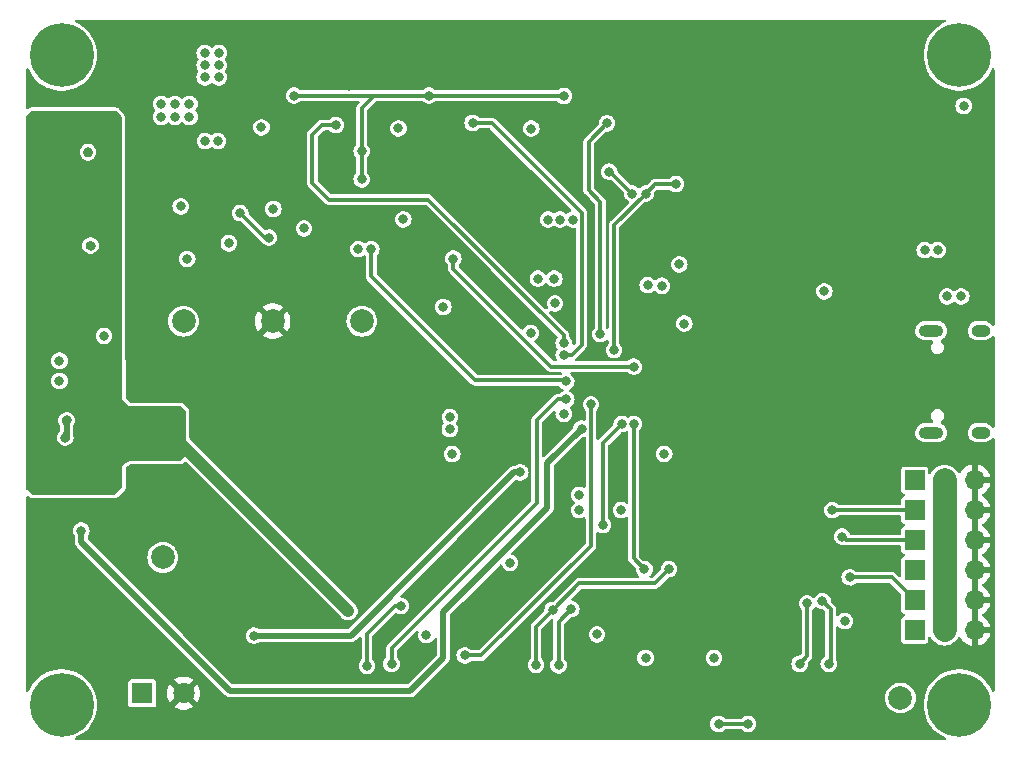
<source format=gbr>
%TF.GenerationSoftware,KiCad,Pcbnew,7.0.1*%
%TF.CreationDate,2023-07-10T14:28:26-04:00*%
%TF.ProjectId,FlightComputer,466c6967-6874-4436-9f6d-70757465722e,rev?*%
%TF.SameCoordinates,Original*%
%TF.FileFunction,Copper,L4,Bot*%
%TF.FilePolarity,Positive*%
%FSLAX46Y46*%
G04 Gerber Fmt 4.6, Leading zero omitted, Abs format (unit mm)*
G04 Created by KiCad (PCBNEW 7.0.1) date 2023-07-10 14:28:26*
%MOMM*%
%LPD*%
G01*
G04 APERTURE LIST*
%TA.AperFunction,ComponentPad*%
%ADD10C,5.400000*%
%TD*%
%TA.AperFunction,ComponentPad*%
%ADD11R,1.700000X1.700000*%
%TD*%
%TA.AperFunction,ComponentPad*%
%ADD12O,1.700000X1.700000*%
%TD*%
%TA.AperFunction,ComponentPad*%
%ADD13O,2.100000X1.000000*%
%TD*%
%TA.AperFunction,ComponentPad*%
%ADD14O,1.600000X1.000000*%
%TD*%
%TA.AperFunction,ComponentPad*%
%ADD15C,2.000000*%
%TD*%
%TA.AperFunction,ComponentPad*%
%ADD16R,1.800000X1.800000*%
%TD*%
%TA.AperFunction,ComponentPad*%
%ADD17C,1.800000*%
%TD*%
%TA.AperFunction,ViaPad*%
%ADD18C,0.800000*%
%TD*%
%TA.AperFunction,Conductor*%
%ADD19C,0.500000*%
%TD*%
%TA.AperFunction,Conductor*%
%ADD20C,1.000000*%
%TD*%
%TA.AperFunction,Conductor*%
%ADD21C,0.300000*%
%TD*%
%TA.AperFunction,Conductor*%
%ADD22C,0.250000*%
%TD*%
%TA.AperFunction,Conductor*%
%ADD23C,2.000000*%
%TD*%
G04 APERTURE END LIST*
D10*
%TO.P,H2,1*%
%TO.N,N/C*%
X52820000Y-115870000D03*
%TD*%
%TO.P,H4,1*%
%TO.N,N/C*%
X128820000Y-115870000D03*
%TD*%
D11*
%TO.P,J14,1,Pin_1*%
%TO.N,Servo 3*%
X125050000Y-104480000D03*
D12*
%TO.P,J14,2,Pin_2*%
%TO.N,+5VA*%
X127590000Y-104480000D03*
%TO.P,J14,3,Pin_3*%
%TO.N,GND*%
X130130000Y-104480000D03*
%TD*%
D11*
%TO.P,J11,1,Pin_1*%
%TO.N,Servo 1*%
X125050000Y-109560000D03*
D12*
%TO.P,J11,2,Pin_2*%
%TO.N,+5VA*%
X127590000Y-109560000D03*
%TO.P,J11,3,Pin_3*%
%TO.N,GND*%
X130130000Y-109560000D03*
%TD*%
D11*
%TO.P,J15,1,Pin_1*%
%TO.N,Servo 4*%
X125050000Y-101940000D03*
D12*
%TO.P,J15,2,Pin_2*%
%TO.N,+5VA*%
X127590000Y-101940000D03*
%TO.P,J15,3,Pin_3*%
%TO.N,GND*%
X130130000Y-101940000D03*
%TD*%
D10*
%TO.P,H1,1*%
%TO.N,N/C*%
X128820000Y-60870000D03*
%TD*%
D13*
%TO.P,J18,S1,SHIELD*%
%TO.N,unconnected-(J18-SHIELD-PadS1)*%
X126458949Y-92840000D03*
D14*
X130638949Y-92840000D03*
D13*
X126458949Y-84200000D03*
D14*
X130638949Y-84200000D03*
%TD*%
D15*
%TO.P,TP5,1,1*%
%TO.N,+BATT*%
X61400000Y-103400000D03*
%TD*%
D10*
%TO.P,H3,1*%
%TO.N,N/C*%
X52820000Y-60870000D03*
%TD*%
D11*
%TO.P,J10,1,Pin_1*%
%TO.N,ESC*%
X125045000Y-96860000D03*
D12*
%TO.P,J10,2,Pin_2*%
%TO.N,+5VA*%
X127585000Y-96860000D03*
%TO.P,J10,3,Pin_3*%
%TO.N,GND*%
X130125000Y-96860000D03*
%TD*%
D15*
%TO.P,TP4,1,1*%
%TO.N,+3V3*%
X78250000Y-83400000D03*
%TD*%
D11*
%TO.P,J16,1,Pin_1*%
%TO.N,Servo 5*%
X125050000Y-99400000D03*
D12*
%TO.P,J16,2,Pin_2*%
%TO.N,+5VA*%
X127590000Y-99400000D03*
%TO.P,J16,3,Pin_3*%
%TO.N,GND*%
X130130000Y-99400000D03*
%TD*%
D15*
%TO.P,TP2,1,1*%
%TO.N,+5VA*%
X123850000Y-115300000D03*
%TD*%
D11*
%TO.P,J12,1,Pin_1*%
%TO.N,Servo 2*%
X125050000Y-107020000D03*
D12*
%TO.P,J12,2,Pin_2*%
%TO.N,+5VA*%
X127590000Y-107020000D03*
%TO.P,J12,3,Pin_3*%
%TO.N,GND*%
X130130000Y-107020000D03*
%TD*%
D15*
%TO.P,TP1,1,1*%
%TO.N,GND*%
X70700000Y-83400000D03*
%TD*%
%TO.P,TP3,1,1*%
%TO.N,+5V*%
X63150000Y-83400000D03*
%TD*%
D16*
%TO.P,J2,1,Pin_1*%
%TO.N,Net-(J2-Pin_1)*%
X59650000Y-114900000D03*
D17*
%TO.P,J2,2,Pin_2*%
%TO.N,GND*%
X63150000Y-114900000D03*
%TD*%
D18*
%TO.N,V_BAT_SENSE*%
X54500000Y-101125000D03*
X96850000Y-92500000D03*
%TO.N,+5V*%
X59450000Y-91700000D03*
X55550000Y-67500000D03*
X56850000Y-68600000D03*
X57250000Y-95750000D03*
X60750000Y-93000000D03*
X62050000Y-93000000D03*
X56050000Y-94650000D03*
X50800000Y-70500000D03*
X59450000Y-93000000D03*
X51750000Y-82700000D03*
X55750000Y-82700000D03*
X56900000Y-76300000D03*
X56050000Y-95750000D03*
X57250000Y-94650000D03*
X50800000Y-78300000D03*
X56850000Y-67500000D03*
X58150000Y-93000000D03*
X53750000Y-74600000D03*
X50950000Y-89350000D03*
X53350000Y-66400000D03*
X53750000Y-82700000D03*
X51750000Y-74600000D03*
X51750000Y-66400000D03*
X55750000Y-74600000D03*
X77100000Y-107910000D03*
X50950000Y-86750000D03*
X62050000Y-91700000D03*
X60750000Y-91700000D03*
X56850000Y-93000000D03*
X50950000Y-91950000D03*
%TO.N,+3V3*%
X129197498Y-65175000D03*
X63650000Y-65000000D03*
X102265000Y-111900000D03*
X61271899Y-65000000D03*
X98150000Y-109925000D03*
X81765000Y-74780000D03*
X105132511Y-78600000D03*
X105550000Y-83600000D03*
X90800000Y-103868750D03*
X117400000Y-80875000D03*
X94000000Y-74800000D03*
X66150000Y-60700000D03*
X64950000Y-61750000D03*
X70750000Y-73900000D03*
X94550000Y-79800000D03*
X62910000Y-73687500D03*
X62450000Y-65000000D03*
X66150000Y-61750000D03*
X127800000Y-81300000D03*
X96650000Y-98100000D03*
X69750000Y-66990000D03*
X94600000Y-81900000D03*
X63650000Y-66100000D03*
X85700000Y-92530000D03*
X85712500Y-91530000D03*
X96100000Y-74800000D03*
X92600000Y-67087500D03*
X66071899Y-68150000D03*
X73350000Y-75550000D03*
X62450000Y-66100000D03*
X83718750Y-109981250D03*
X66988000Y-76800000D03*
X108065000Y-111900000D03*
X63465000Y-78125000D03*
X93150000Y-79800000D03*
X95000000Y-74800000D03*
X77950000Y-77300000D03*
X103850000Y-94630000D03*
X119150000Y-108800000D03*
X92550000Y-84400000D03*
X64971899Y-68150000D03*
X81350000Y-67075000D03*
X64950000Y-62750000D03*
X129000000Y-81300000D03*
X64950000Y-60700000D03*
X66150000Y-62750000D03*
X61271899Y-66100000D03*
%TO.N,SDA*%
X101150000Y-72600000D03*
X99192489Y-70742489D03*
%TO.N,GND*%
X74950000Y-100060000D03*
X115250000Y-91300000D03*
X66150000Y-86800000D03*
X116300000Y-68875000D03*
X53950000Y-99900000D03*
X131350000Y-89825000D03*
X122850000Y-62075000D03*
X121950000Y-58600000D03*
X57600000Y-59200000D03*
X92950000Y-63200000D03*
X54500000Y-110400000D03*
X61971899Y-63500000D03*
X62750000Y-112700000D03*
X86000000Y-70800000D03*
X118502502Y-71300000D03*
X68250000Y-113600000D03*
X81450000Y-63200000D03*
X101450000Y-79800000D03*
X95950000Y-77100000D03*
X102450000Y-92500000D03*
X118850000Y-117700000D03*
X115200000Y-66100000D03*
X115600000Y-60975000D03*
X105650000Y-58800000D03*
X68050000Y-112700000D03*
X108450000Y-68300000D03*
X118850000Y-100200000D03*
X116750000Y-91300000D03*
X114250000Y-67675000D03*
X77350000Y-72200000D03*
X68150000Y-86800000D03*
X89250000Y-84200000D03*
X86850000Y-98800000D03*
X85250000Y-83700000D03*
X114250000Y-68875000D03*
X86850000Y-81100000D03*
X85350000Y-87900000D03*
X123350000Y-100700000D03*
X88650000Y-63400000D03*
X119900000Y-58600000D03*
X121950000Y-60900000D03*
X122850000Y-111500000D03*
X114250000Y-70075000D03*
X61971899Y-62500000D03*
X128000000Y-76375000D03*
X114600000Y-63100000D03*
X106450000Y-77400000D03*
X83650000Y-96200000D03*
X71962653Y-73912653D03*
X84850000Y-117800000D03*
X104750000Y-73400000D03*
X80715000Y-77297500D03*
X59750000Y-80800000D03*
X64287500Y-71195000D03*
X106450000Y-106800000D03*
X114600000Y-58625000D03*
X98350000Y-71900000D03*
X100550000Y-107800000D03*
X74450000Y-103500000D03*
X106950000Y-82000000D03*
X62050000Y-117400000D03*
X66550000Y-112700000D03*
X116600000Y-63100000D03*
X105365000Y-110400000D03*
X82131879Y-93400000D03*
X60200000Y-77900000D03*
X80350000Y-117900000D03*
X50800000Y-111900000D03*
X116302502Y-71250000D03*
X104550000Y-70400000D03*
X101050000Y-76200000D03*
X119150000Y-98500000D03*
X82150000Y-96200000D03*
X118450000Y-96000000D03*
X119400000Y-63000000D03*
X121950000Y-59775000D03*
X119700000Y-71275000D03*
X113650000Y-83200000D03*
X82131879Y-94800000D03*
X73950000Y-99110000D03*
X112150000Y-83200000D03*
X75850000Y-113300000D03*
X71450000Y-68100000D03*
X80319879Y-102069986D03*
X121300000Y-69675000D03*
X114950000Y-108600000D03*
X112850000Y-87800000D03*
X79547500Y-74000000D03*
X118000000Y-73100000D03*
X116050000Y-116100000D03*
X53625000Y-108400000D03*
X121850000Y-114700000D03*
X55275000Y-77000000D03*
X69950000Y-63400000D03*
X60613000Y-97700000D03*
X121425000Y-83700000D03*
X119950000Y-96000000D03*
X110550000Y-58800000D03*
X60871899Y-63500000D03*
X62910000Y-77125000D03*
X103450000Y-92500000D03*
X80400000Y-86800000D03*
X129700000Y-74775000D03*
X112150000Y-81800000D03*
X98450000Y-117500000D03*
X127450000Y-89825000D03*
X115600000Y-58625000D03*
X88950000Y-108800000D03*
X116300000Y-74775000D03*
X75150000Y-108800000D03*
X81150000Y-80300000D03*
X106550000Y-85100000D03*
X78400000Y-86800000D03*
X107150000Y-97400000D03*
X62213000Y-97700000D03*
X117400000Y-68925000D03*
X96200000Y-108900000D03*
X111775000Y-108700000D03*
X124250000Y-92400000D03*
X53250000Y-91800000D03*
X89400000Y-89330000D03*
X110350000Y-105800000D03*
X117035500Y-108500000D03*
X115231879Y-89900000D03*
X117402502Y-71300000D03*
X66050000Y-115200000D03*
X130600000Y-80675000D03*
X70750000Y-71800000D03*
X65997500Y-73409500D03*
X63813000Y-97700000D03*
X120100000Y-62500000D03*
X108650000Y-97400000D03*
X104815000Y-117500000D03*
X100350000Y-104500000D03*
X109382511Y-83600000D03*
X117402502Y-70125000D03*
X107250000Y-60900000D03*
X73950000Y-100060000D03*
X124450000Y-84300000D03*
X57300000Y-106700000D03*
X86950000Y-110500000D03*
X87000000Y-113400000D03*
X67060000Y-78125000D03*
X98300000Y-113500000D03*
X113650000Y-80400000D03*
X81844879Y-100310000D03*
X121850000Y-62075000D03*
X120900000Y-59775000D03*
X124782502Y-82401933D03*
X64450000Y-117400000D03*
X94999500Y-97400000D03*
X117800000Y-58600000D03*
X69975000Y-117800000D03*
X109450000Y-108800000D03*
X89450000Y-85650000D03*
X83050000Y-68100000D03*
X116300000Y-77525000D03*
X74950000Y-99110000D03*
X90650000Y-65300000D03*
X124600000Y-69675000D03*
X120900000Y-60900000D03*
X112131879Y-77400000D03*
X91750000Y-79700000D03*
X98850000Y-68100000D03*
X87450000Y-68100000D03*
X110850000Y-69600000D03*
X127450000Y-86925000D03*
X87750000Y-74700000D03*
X126300000Y-71275000D03*
X76050000Y-68100000D03*
X106431879Y-105400000D03*
X100250000Y-69200000D03*
X121350000Y-92500000D03*
X118000000Y-76300000D03*
X73050000Y-73300000D03*
X59950000Y-86550000D03*
X116302502Y-70075000D03*
X125750000Y-65000000D03*
X92750000Y-83200000D03*
X79650000Y-71000000D03*
X112450000Y-99600000D03*
X116550000Y-112500000D03*
X114250000Y-71200000D03*
X88950000Y-92900000D03*
X86450000Y-103800000D03*
X114600000Y-59800000D03*
X80694879Y-99410000D03*
X100250000Y-66300000D03*
X115600000Y-62100000D03*
X85750000Y-89730000D03*
X87800000Y-117800000D03*
X81844879Y-101510000D03*
X125450000Y-111500000D03*
X131350000Y-86925000D03*
X118502502Y-70125000D03*
X66287500Y-71195000D03*
X116250000Y-80600000D03*
X71450000Y-58810000D03*
X121450000Y-108400000D03*
X83650000Y-94800000D03*
X82400000Y-86800000D03*
X113650000Y-81800000D03*
X119550000Y-100675000D03*
X74150000Y-78900000D03*
X113650000Y-77400000D03*
X108850000Y-103300000D03*
X128000000Y-69675000D03*
X57071899Y-63425000D03*
X106450000Y-95642500D03*
X55062500Y-69100000D03*
X105307511Y-96200000D03*
X95950000Y-79800000D03*
X100050000Y-63700000D03*
X56100000Y-101100000D03*
X91750000Y-70700000D03*
X107650000Y-68300000D03*
X124600000Y-73075000D03*
X60500000Y-60900000D03*
X72250000Y-71800000D03*
X59900000Y-70800000D03*
X77150000Y-63500000D03*
X50850000Y-101000000D03*
X119487082Y-106200000D03*
X119700000Y-74775000D03*
X91000000Y-77425000D03*
X70145000Y-77872945D03*
X53150000Y-93250000D03*
X73650000Y-117700000D03*
X121950000Y-63275000D03*
X103115000Y-114800000D03*
X74760000Y-58810000D03*
X59750000Y-73000000D03*
X130297498Y-77575000D03*
X98050000Y-107000000D03*
X114600000Y-61000000D03*
X112131879Y-80400000D03*
X111150000Y-73400000D03*
X91000000Y-89330000D03*
X94450000Y-68100000D03*
X115600000Y-59775000D03*
X108057107Y-64200000D03*
X123000000Y-74775000D03*
X123000000Y-71275000D03*
X68150000Y-66200000D03*
X79450000Y-66400000D03*
X124600000Y-76375000D03*
X117450000Y-83700000D03*
X126250000Y-118400000D03*
X131100000Y-65075000D03*
X76887500Y-76400000D03*
X75350000Y-111600000D03*
X120350000Y-112600000D03*
X60871899Y-62500000D03*
X121300000Y-76375000D03*
X121300000Y-73075000D03*
X123697498Y-68567148D03*
X86800000Y-108800000D03*
X113800000Y-117700000D03*
X108950000Y-60900000D03*
X90050000Y-108800000D03*
X56600000Y-117700000D03*
X81250000Y-108600000D03*
X73950000Y-101010000D03*
X114250000Y-66500000D03*
X67850000Y-58910000D03*
X116700000Y-58625000D03*
X129700000Y-71275000D03*
X59950000Y-87400500D03*
X91950000Y-98100000D03*
X120651053Y-87574581D03*
X114050000Y-64000000D03*
X120900000Y-62100000D03*
X77347500Y-73995000D03*
X102250000Y-76200000D03*
X116750000Y-89900000D03*
X118800000Y-58600000D03*
X121450000Y-96000000D03*
X115450000Y-102600000D03*
X117550000Y-115800000D03*
X95350000Y-117700000D03*
X128000000Y-73075000D03*
X92850000Y-103850000D03*
X74950000Y-101010000D03*
X64150000Y-86800000D03*
X115600000Y-63100000D03*
X120900000Y-58600000D03*
X75150000Y-71100000D03*
X114600000Y-62100000D03*
X83650000Y-74300000D03*
X126300000Y-74775000D03*
X122850000Y-63275000D03*
X118500000Y-68925000D03*
X50700000Y-64600000D03*
X114050000Y-65200000D03*
X124150000Y-91500000D03*
X124250000Y-85100000D03*
X116050000Y-115300000D03*
%TO.N,SCL*%
X95362500Y-64337500D03*
X70387500Y-76325000D03*
X83950000Y-64300000D03*
X78235000Y-69000000D03*
X67950000Y-74242500D03*
X72512500Y-64300000D03*
X78235000Y-71400000D03*
%TO.N,CE*%
X115950000Y-107300000D03*
X115312500Y-112400000D03*
%TO.N,SCK*%
X93000000Y-112500000D03*
X104250000Y-104400000D03*
X94400000Y-107850000D03*
%TO.N,MOSI*%
X100197908Y-99397908D03*
X110950000Y-117489623D03*
X108450000Y-117489623D03*
X96650000Y-99400000D03*
%TO.N,CSN*%
X117250000Y-107100000D03*
X117785000Y-112400000D03*
%TO.N,Servo 2*%
X119545707Y-105085513D03*
%TO.N,Servo 4*%
X118917500Y-101632500D03*
%TO.N,USART3_TX*%
X126997498Y-77375000D03*
X103650000Y-80400000D03*
%TO.N,USART3_RX*%
X102450000Y-80350000D03*
X125897498Y-77375000D03*
%TO.N,CS_EXTRA*%
X100258216Y-92100000D03*
X94900000Y-112537500D03*
X95975000Y-107775000D03*
X98650000Y-100654977D03*
%TO.N,Servo 5*%
X118085000Y-99400000D03*
%TO.N,ADC12_IN14*%
X91650000Y-96200000D03*
X69150000Y-110025000D03*
%TO.N,UART4_TX*%
X56423130Y-84650000D03*
X95350000Y-91250000D03*
%TO.N,USART2_RX*%
X81550000Y-107500000D03*
X78675000Y-112575000D03*
%TO.N,UART4_RX*%
X52650000Y-86750000D03*
X85900000Y-94650000D03*
%TO.N,NRST*%
X99600000Y-85850000D03*
X102270000Y-72600000D03*
X104850000Y-71800000D03*
%TO.N,FLASH_CS*%
X102175000Y-104400000D03*
X101257719Y-92100000D03*
%TO.N,INT_BARO*%
X79050000Y-77300000D03*
X95550000Y-88499500D03*
%TO.N,INT_PI*%
X85150000Y-82200000D03*
X52650000Y-88450000D03*
%TO.N,LED2*%
X86000000Y-78100000D03*
X101250000Y-87250000D03*
%TO.N,INT1*%
X95350000Y-85250000D03*
X76050000Y-66800000D03*
%TO.N,INT2*%
X95350000Y-86249503D03*
X87630307Y-66618532D03*
%TO.N,INT3*%
X99000000Y-66650000D03*
X98450000Y-84500000D03*
%TO.N,INT4*%
X80762500Y-112412500D03*
X95550000Y-89999500D03*
%TO.N,INT5*%
X86950000Y-111700000D03*
X97650000Y-90449500D03*
%TD*%
D19*
%TO.N,V_BAT_SENSE*%
X82350000Y-114700000D02*
X67100000Y-114700000D01*
X85150000Y-111900000D02*
X82350000Y-114700000D01*
X67100000Y-114700000D02*
X54500000Y-102100000D01*
X54500000Y-102100000D02*
X54500000Y-101155635D01*
X96850000Y-92500000D02*
X93950000Y-95400000D01*
X93950000Y-99200000D02*
X85150000Y-108000000D01*
X93950000Y-95400000D02*
X93950000Y-99200000D01*
X85150000Y-108000000D02*
X85150000Y-111900000D01*
D20*
%TO.N,+5V*%
X62190000Y-93000000D02*
X62050000Y-93000000D01*
X77100000Y-107910000D02*
X62190000Y-93000000D01*
D21*
%TO.N,SDA*%
X99292489Y-70742489D02*
X101150000Y-72600000D01*
X99192489Y-70742489D02*
X99292489Y-70742489D01*
D19*
%TO.N,GND*%
X53250000Y-93150000D02*
X53150000Y-93250000D01*
X53250000Y-91800000D02*
X53250000Y-93150000D01*
D21*
%TO.N,SCL*%
X95325000Y-64300000D02*
X95362500Y-64337500D01*
X79320000Y-64300000D02*
X78235000Y-65385000D01*
X78235000Y-65385000D02*
X78235000Y-69000000D01*
X78235000Y-69000000D02*
X78235000Y-71010000D01*
X79320000Y-64300000D02*
X72512500Y-64300000D01*
X70032500Y-76325000D02*
X70387500Y-76325000D01*
X67950000Y-74242500D02*
X70032500Y-76325000D01*
X83950000Y-64300000D02*
X79320000Y-64300000D01*
X83950000Y-64300000D02*
X95325000Y-64300000D01*
%TO.N,CE*%
X115950000Y-107300000D02*
X115950000Y-111762500D01*
X115950000Y-111762500D02*
X115312500Y-112400000D01*
%TO.N,SCK*%
X103050000Y-105600000D02*
X96650000Y-105600000D01*
X93000000Y-112500000D02*
X93000000Y-109250000D01*
X96650000Y-105600000D02*
X94400000Y-107850000D01*
X104250000Y-104400000D02*
X103050000Y-105600000D01*
X93000000Y-109250000D02*
X94400000Y-107850000D01*
%TO.N,MOSI*%
X110950000Y-117489623D02*
X108450000Y-117489623D01*
%TO.N,CSN*%
X117950000Y-107800000D02*
X117950000Y-112235000D01*
X117250000Y-107100000D02*
X117950000Y-107800000D01*
X117950000Y-112235000D02*
X117785000Y-112400000D01*
%TO.N,Servo 2*%
X123115513Y-105085513D02*
X125050000Y-107020000D01*
X119545707Y-105085513D02*
X123115513Y-105085513D01*
%TO.N,Servo 4*%
X118917500Y-101632500D02*
X119225000Y-101940000D01*
X119225000Y-101940000D02*
X125050000Y-101940000D01*
%TO.N,CS_EXTRA*%
X95975000Y-107775000D02*
X94900000Y-108850000D01*
X100258216Y-92100000D02*
X98650000Y-93708216D01*
X94900000Y-108850000D02*
X94900000Y-112537500D01*
X98650000Y-93708216D02*
X98650000Y-100654977D01*
D22*
%TO.N,+5VA*%
X127585000Y-109555000D02*
X127590000Y-109560000D01*
D23*
X127585000Y-96860000D02*
X127585000Y-109555000D01*
D21*
%TO.N,Servo 5*%
X118085000Y-99400000D02*
X125050000Y-99400000D01*
D19*
%TO.N,ADC12_IN14*%
X91150000Y-96200000D02*
X91650000Y-96200000D01*
X77325000Y-110025000D02*
X91150000Y-96200000D01*
X69150000Y-110025000D02*
X77325000Y-110025000D01*
D21*
%TO.N,USART2_RX*%
X81050000Y-107500000D02*
X78675000Y-109875000D01*
X78675000Y-109875000D02*
X78675000Y-112575000D01*
X81550000Y-107500000D02*
X81050000Y-107500000D01*
%TO.N,NRST*%
X102270000Y-72600000D02*
X103070000Y-71800000D01*
X103070000Y-71800000D02*
X104850000Y-71800000D01*
X99600000Y-75270000D02*
X102270000Y-72600000D01*
X99600000Y-85850000D02*
X99600000Y-75270000D01*
%TO.N,FLASH_CS*%
X101257719Y-103482719D02*
X102175000Y-104400000D01*
X101257719Y-92100000D02*
X101257719Y-103482719D01*
%TO.N,INT_BARO*%
X87850000Y-88400000D02*
X79050000Y-79600000D01*
X95450500Y-88400000D02*
X87850000Y-88400000D01*
X95550000Y-88499500D02*
X95450500Y-88400000D01*
X79050000Y-79600000D02*
X79050000Y-77200000D01*
%TO.N,LED2*%
X86000000Y-78100000D02*
X86000000Y-78965661D01*
X94284339Y-87250000D02*
X101250000Y-87250000D01*
X86000000Y-78965661D02*
X94284339Y-87250000D01*
%TO.N,INT1*%
X95350000Y-84574695D02*
X83875305Y-73100000D01*
X95350000Y-85250000D02*
X95350000Y-84574695D01*
X74050000Y-71700000D02*
X74050000Y-67600000D01*
X83875305Y-73100000D02*
X75450000Y-73100000D01*
X74850000Y-66800000D02*
X76050000Y-66800000D01*
X74050000Y-67600000D02*
X74850000Y-66800000D01*
X75450000Y-73100000D02*
X74050000Y-71700000D01*
%TO.N,INT2*%
X89268532Y-66618532D02*
X96850000Y-74200000D01*
X96850000Y-74200000D02*
X96850000Y-85400000D01*
X87630307Y-66618532D02*
X89268532Y-66618532D01*
X96000497Y-86249503D02*
X95350000Y-86249503D01*
X96850000Y-85400000D02*
X96000497Y-86249503D01*
%TO.N,INT3*%
X99000000Y-66650000D02*
X97450000Y-68200000D01*
X98450000Y-73300000D02*
X98450000Y-84500000D01*
X97450000Y-72300000D02*
X98450000Y-73300000D01*
X97450000Y-68200000D02*
X97450000Y-72300000D01*
%TO.N,INT4*%
X93050000Y-98800000D02*
X80762500Y-111087500D01*
X93050000Y-91800000D02*
X93050000Y-98800000D01*
X94850500Y-89999500D02*
X93050000Y-91800000D01*
X80762500Y-111087500D02*
X80762500Y-112412500D01*
X95550000Y-89999500D02*
X94850500Y-89999500D01*
%TO.N,INT5*%
X88350000Y-111700000D02*
X86950000Y-111700000D01*
X97650000Y-90449500D02*
X97650000Y-102400000D01*
X97650000Y-102400000D02*
X88350000Y-111700000D01*
%TD*%
%TA.AperFunction,Conductor*%
%TO.N,+5V*%
G36*
X57445223Y-65610726D02*
G01*
X57486941Y-65641046D01*
X57847668Y-66041853D01*
X57868244Y-66064715D01*
X57891809Y-66103150D01*
X57900075Y-66147470D01*
X57938185Y-90081402D01*
X57938186Y-90081403D01*
X57947080Y-95666370D01*
X57947079Y-95666372D01*
X57949918Y-97448522D01*
X57940517Y-97496080D01*
X57913599Y-97536400D01*
X57386319Y-98063681D01*
X57346091Y-98090561D01*
X57298638Y-98100000D01*
X50395871Y-98100000D01*
X50352850Y-98092298D01*
X50315173Y-98070148D01*
X49863802Y-97683259D01*
X49831844Y-97640925D01*
X49820500Y-97589111D01*
X49820500Y-93249999D01*
X52444354Y-93249999D01*
X52464860Y-93418872D01*
X52525182Y-93577930D01*
X52621815Y-93717927D01*
X52621816Y-93717928D01*
X52621817Y-93717929D01*
X52749148Y-93830734D01*
X52899775Y-93909790D01*
X53064944Y-93950500D01*
X53235055Y-93950500D01*
X53235056Y-93950500D01*
X53400225Y-93909790D01*
X53550852Y-93830734D01*
X53678183Y-93717929D01*
X53774818Y-93577930D01*
X53835140Y-93418872D01*
X53855645Y-93250000D01*
X53835140Y-93081128D01*
X53835139Y-93081125D01*
X53808558Y-93011035D01*
X53800500Y-92967065D01*
X53800500Y-92274238D01*
X53806115Y-92237348D01*
X53822450Y-92203798D01*
X53839629Y-92178908D01*
X53874818Y-92127930D01*
X53935140Y-91968872D01*
X53955645Y-91800000D01*
X53935140Y-91631128D01*
X53874818Y-91472070D01*
X53778183Y-91332071D01*
X53650852Y-91219266D01*
X53636588Y-91211779D01*
X53500224Y-91140209D01*
X53375764Y-91109533D01*
X53335056Y-91099500D01*
X53164944Y-91099500D01*
X53132284Y-91107549D01*
X52999775Y-91140209D01*
X52849149Y-91219265D01*
X52721815Y-91332072D01*
X52625182Y-91472069D01*
X52564860Y-91631127D01*
X52544354Y-91800000D01*
X52564860Y-91968872D01*
X52625182Y-92127930D01*
X52677550Y-92203798D01*
X52693885Y-92237348D01*
X52699500Y-92274238D01*
X52699500Y-92657442D01*
X52688576Y-92708333D01*
X52657727Y-92750257D01*
X52621817Y-92782069D01*
X52525182Y-92922069D01*
X52464860Y-93081127D01*
X52444354Y-93249999D01*
X49820500Y-93249999D01*
X49820500Y-88449999D01*
X51944354Y-88449999D01*
X51964860Y-88618872D01*
X52025182Y-88777930D01*
X52121815Y-88917927D01*
X52121816Y-88917928D01*
X52121817Y-88917929D01*
X52249148Y-89030734D01*
X52399775Y-89109790D01*
X52564944Y-89150500D01*
X52735055Y-89150500D01*
X52735056Y-89150500D01*
X52900225Y-89109790D01*
X53050852Y-89030734D01*
X53178183Y-88917929D01*
X53274818Y-88777930D01*
X53335140Y-88618872D01*
X53355645Y-88450000D01*
X53335140Y-88281128D01*
X53274818Y-88122070D01*
X53178183Y-87982071D01*
X53050852Y-87869266D01*
X53036588Y-87861780D01*
X52900224Y-87790209D01*
X52775765Y-87759533D01*
X52735056Y-87749500D01*
X52564944Y-87749500D01*
X52532284Y-87757549D01*
X52399775Y-87790209D01*
X52249149Y-87869265D01*
X52121815Y-87982072D01*
X52025182Y-88122069D01*
X51964860Y-88281127D01*
X51944354Y-88449999D01*
X49820500Y-88449999D01*
X49820500Y-86750000D01*
X51944354Y-86750000D01*
X51964860Y-86918872D01*
X52025182Y-87077930D01*
X52121815Y-87217927D01*
X52121816Y-87217928D01*
X52121817Y-87217929D01*
X52249148Y-87330734D01*
X52399775Y-87409790D01*
X52564944Y-87450500D01*
X52735055Y-87450500D01*
X52735056Y-87450500D01*
X52900225Y-87409790D01*
X53050852Y-87330734D01*
X53178183Y-87217929D01*
X53274818Y-87077930D01*
X53335140Y-86918872D01*
X53355645Y-86750000D01*
X53335140Y-86581128D01*
X53274818Y-86422070D01*
X53178183Y-86282071D01*
X53050852Y-86169266D01*
X53036588Y-86161780D01*
X52900224Y-86090209D01*
X52775765Y-86059533D01*
X52735056Y-86049500D01*
X52564944Y-86049500D01*
X52532284Y-86057549D01*
X52399775Y-86090209D01*
X52249149Y-86169265D01*
X52121815Y-86282072D01*
X52025182Y-86422069D01*
X51964860Y-86581127D01*
X51944354Y-86750000D01*
X49820500Y-86750000D01*
X49820500Y-84649999D01*
X55717484Y-84649999D01*
X55737990Y-84818872D01*
X55798312Y-84977930D01*
X55894945Y-85117927D01*
X55894946Y-85117928D01*
X55894947Y-85117929D01*
X56022278Y-85230734D01*
X56172905Y-85309790D01*
X56338074Y-85350500D01*
X56508185Y-85350500D01*
X56508186Y-85350500D01*
X56673355Y-85309790D01*
X56823982Y-85230734D01*
X56951313Y-85117929D01*
X57047948Y-84977930D01*
X57108270Y-84818872D01*
X57128775Y-84650000D01*
X57108270Y-84481128D01*
X57047948Y-84322070D01*
X56951313Y-84182071D01*
X56823982Y-84069266D01*
X56809718Y-84061780D01*
X56673354Y-83990209D01*
X56548894Y-83959533D01*
X56508186Y-83949500D01*
X56338074Y-83949500D01*
X56305414Y-83957549D01*
X56172905Y-83990209D01*
X56022279Y-84069265D01*
X55894945Y-84182072D01*
X55798312Y-84322069D01*
X55737990Y-84481127D01*
X55717484Y-84649999D01*
X49820500Y-84649999D01*
X49820500Y-76999999D01*
X54569354Y-76999999D01*
X54589860Y-77168872D01*
X54650182Y-77327930D01*
X54746815Y-77467927D01*
X54746816Y-77467928D01*
X54746817Y-77467929D01*
X54874148Y-77580734D01*
X55024775Y-77659790D01*
X55189944Y-77700500D01*
X55360055Y-77700500D01*
X55360056Y-77700500D01*
X55525225Y-77659790D01*
X55675852Y-77580734D01*
X55803183Y-77467929D01*
X55899818Y-77327930D01*
X55960140Y-77168872D01*
X55980645Y-77000000D01*
X55960140Y-76831128D01*
X55899818Y-76672070D01*
X55803183Y-76532071D01*
X55675852Y-76419266D01*
X55661588Y-76411780D01*
X55525224Y-76340209D01*
X55400764Y-76309533D01*
X55360056Y-76299500D01*
X55189944Y-76299500D01*
X55157284Y-76307549D01*
X55024775Y-76340209D01*
X54874149Y-76419265D01*
X54746815Y-76532072D01*
X54650182Y-76672069D01*
X54589860Y-76831127D01*
X54569354Y-76999999D01*
X49820500Y-76999999D01*
X49820500Y-69100000D01*
X54356854Y-69100000D01*
X54377360Y-69268872D01*
X54437682Y-69427930D01*
X54534315Y-69567927D01*
X54534316Y-69567928D01*
X54534317Y-69567929D01*
X54661648Y-69680734D01*
X54812275Y-69759790D01*
X54977444Y-69800500D01*
X55147555Y-69800500D01*
X55147556Y-69800500D01*
X55312725Y-69759790D01*
X55463352Y-69680734D01*
X55590683Y-69567929D01*
X55687318Y-69427930D01*
X55747640Y-69268872D01*
X55768145Y-69100000D01*
X55747640Y-68931128D01*
X55687318Y-68772070D01*
X55590683Y-68632071D01*
X55463352Y-68519266D01*
X55449088Y-68511779D01*
X55312724Y-68440209D01*
X55188265Y-68409533D01*
X55147556Y-68399500D01*
X54977444Y-68399500D01*
X54944784Y-68407549D01*
X54812275Y-68440209D01*
X54661649Y-68519265D01*
X54534315Y-68632072D01*
X54437682Y-68772069D01*
X54377360Y-68931127D01*
X54356854Y-69100000D01*
X49820500Y-69100000D01*
X49820500Y-66124805D01*
X49828731Y-66080380D01*
X49852332Y-66041853D01*
X50213057Y-65641048D01*
X50254777Y-65610726D01*
X50305225Y-65600000D01*
X57394775Y-65600000D01*
X57445223Y-65610726D01*
G37*
%TD.AperFunction*%
%TD*%
%TA.AperFunction,Conductor*%
%TO.N,GND*%
G36*
X127650653Y-57889342D02*
G01*
X127696393Y-57940142D01*
X127708264Y-58007461D01*
X127682656Y-58070842D01*
X127635177Y-58105337D01*
X127636003Y-58106981D01*
X127317206Y-58267086D01*
X127025196Y-58459145D01*
X127025188Y-58459151D01*
X127025189Y-58459151D01*
X126757442Y-58683817D01*
X126757438Y-58683820D01*
X126757437Y-58683822D01*
X126517589Y-58938045D01*
X126308869Y-59218404D01*
X126134112Y-59521093D01*
X126134111Y-59521096D01*
X125995674Y-59842029D01*
X125962420Y-59953105D01*
X125895429Y-60176869D01*
X125834738Y-60521072D01*
X125814414Y-60870000D01*
X125834738Y-61218927D01*
X125895429Y-61563130D01*
X125895431Y-61563136D01*
X125995674Y-61897971D01*
X126134111Y-62218904D01*
X126134112Y-62218906D01*
X126251408Y-62422070D01*
X126308870Y-62521596D01*
X126517588Y-62801953D01*
X126757442Y-63056183D01*
X127025189Y-63280849D01*
X127025193Y-63280852D01*
X127025196Y-63280854D01*
X127317206Y-63472913D01*
X127629545Y-63629776D01*
X127761244Y-63677710D01*
X127957989Y-63749319D01*
X128298086Y-63829923D01*
X128645241Y-63870500D01*
X128994754Y-63870500D01*
X128994759Y-63870500D01*
X129341914Y-63829923D01*
X129682011Y-63749319D01*
X130010451Y-63629777D01*
X130010450Y-63629777D01*
X130010454Y-63629776D01*
X130322793Y-63472913D01*
X130614803Y-63280854D01*
X130614811Y-63280849D01*
X130882558Y-63056183D01*
X131122412Y-62801953D01*
X131331130Y-62521596D01*
X131505889Y-62218904D01*
X131581642Y-62043286D01*
X131623787Y-61991244D01*
X131686850Y-61968705D01*
X131752437Y-61982248D01*
X131801415Y-62027921D01*
X131819500Y-62092403D01*
X131819500Y-83666366D01*
X131803348Y-83727561D01*
X131759100Y-83772814D01*
X131698282Y-83790335D01*
X131636740Y-83775560D01*
X131590506Y-83732338D01*
X131568764Y-83697736D01*
X131441213Y-83570185D01*
X131378816Y-83530979D01*
X131288471Y-83474211D01*
X131118204Y-83414632D01*
X131118202Y-83414631D01*
X131118200Y-83414631D01*
X130983906Y-83399500D01*
X130983903Y-83399500D01*
X130293995Y-83399500D01*
X130293992Y-83399500D01*
X130159697Y-83414631D01*
X130159694Y-83414631D01*
X130159694Y-83414632D01*
X129989427Y-83474211D01*
X129989425Y-83474211D01*
X129989425Y-83474212D01*
X129836684Y-83570185D01*
X129709134Y-83697735D01*
X129615662Y-83846496D01*
X129613160Y-83850478D01*
X129573687Y-83963285D01*
X129553580Y-84020748D01*
X129533383Y-84199999D01*
X129553580Y-84379251D01*
X129553580Y-84379253D01*
X129553581Y-84379255D01*
X129613160Y-84549522D01*
X129659712Y-84623609D01*
X129709134Y-84702264D01*
X129836684Y-84829814D01*
X129836686Y-84829815D01*
X129836687Y-84829816D01*
X129989427Y-84925789D01*
X130159694Y-84985368D01*
X130226844Y-84992934D01*
X130293992Y-85000500D01*
X130293995Y-85000500D01*
X130983903Y-85000500D01*
X130983906Y-85000500D01*
X131041460Y-84994014D01*
X131118204Y-84985368D01*
X131288471Y-84925789D01*
X131441211Y-84829816D01*
X131568765Y-84702262D01*
X131587504Y-84672439D01*
X131590506Y-84667662D01*
X131636740Y-84624440D01*
X131698282Y-84609665D01*
X131759100Y-84627186D01*
X131803348Y-84672439D01*
X131819500Y-84733634D01*
X131819500Y-92306366D01*
X131803348Y-92367561D01*
X131759100Y-92412814D01*
X131698282Y-92430335D01*
X131636740Y-92415560D01*
X131590506Y-92372338D01*
X131568764Y-92337736D01*
X131441213Y-92210185D01*
X131378816Y-92170979D01*
X131288471Y-92114211D01*
X131118204Y-92054632D01*
X131118202Y-92054631D01*
X131118200Y-92054631D01*
X130983906Y-92039500D01*
X130983903Y-92039500D01*
X130293995Y-92039500D01*
X130293992Y-92039500D01*
X130159697Y-92054631D01*
X130159694Y-92054631D01*
X130159694Y-92054632D01*
X129989427Y-92114211D01*
X129989425Y-92114211D01*
X129989425Y-92114212D01*
X129836684Y-92210185D01*
X129709134Y-92337735D01*
X129650950Y-92430335D01*
X129613160Y-92490478D01*
X129577245Y-92593117D01*
X129553580Y-92660748D01*
X129533383Y-92840000D01*
X129553580Y-93019251D01*
X129553580Y-93019253D01*
X129553581Y-93019255D01*
X129613160Y-93189522D01*
X129651158Y-93249996D01*
X129709134Y-93342264D01*
X129836684Y-93469814D01*
X129836686Y-93469815D01*
X129836687Y-93469816D01*
X129989427Y-93565789D01*
X130159694Y-93625368D01*
X130226844Y-93632934D01*
X130293992Y-93640500D01*
X130293995Y-93640500D01*
X130983903Y-93640500D01*
X130983906Y-93640500D01*
X131041460Y-93634014D01*
X131118204Y-93625368D01*
X131288471Y-93565789D01*
X131441211Y-93469816D01*
X131568765Y-93342262D01*
X131579852Y-93324616D01*
X131590506Y-93307662D01*
X131636740Y-93264440D01*
X131698282Y-93249665D01*
X131759100Y-93267186D01*
X131803348Y-93312439D01*
X131819500Y-93373634D01*
X131819500Y-114647597D01*
X131801415Y-114712079D01*
X131752437Y-114757752D01*
X131686850Y-114771295D01*
X131623787Y-114748756D01*
X131581642Y-114696713D01*
X131505889Y-114521096D01*
X131331130Y-114218404D01*
X131122412Y-113938047D01*
X130882558Y-113683817D01*
X130614811Y-113459151D01*
X130614807Y-113459148D01*
X130614803Y-113459145D01*
X130322793Y-113267086D01*
X130010454Y-113110223D01*
X129682014Y-112990682D01*
X129682013Y-112990681D01*
X129682011Y-112990681D01*
X129495157Y-112946396D01*
X129341915Y-112910077D01*
X129280768Y-112902930D01*
X128994759Y-112869500D01*
X128645241Y-112869500D01*
X128397273Y-112898483D01*
X128298084Y-112910077D01*
X127957985Y-112990682D01*
X127629545Y-113110223D01*
X127317206Y-113267086D01*
X127025196Y-113459145D01*
X127025188Y-113459151D01*
X127025189Y-113459151D01*
X126757442Y-113683817D01*
X126757438Y-113683820D01*
X126757437Y-113683822D01*
X126517589Y-113938045D01*
X126308869Y-114218404D01*
X126134112Y-114521093D01*
X126086922Y-114630490D01*
X125995674Y-114842029D01*
X125937327Y-115036920D01*
X125895429Y-115176869D01*
X125834738Y-115521072D01*
X125814414Y-115869999D01*
X125834738Y-116218927D01*
X125895429Y-116563130D01*
X125895431Y-116563136D01*
X125995674Y-116897971D01*
X126101232Y-117142682D01*
X126134112Y-117218906D01*
X126308869Y-117521595D01*
X126413228Y-117661774D01*
X126517588Y-117801953D01*
X126757442Y-118056183D01*
X127025189Y-118280849D01*
X127025193Y-118280852D01*
X127025196Y-118280854D01*
X127317206Y-118472913D01*
X127636003Y-118633019D01*
X127635177Y-118634662D01*
X127682656Y-118669158D01*
X127708264Y-118732539D01*
X127696393Y-118799858D01*
X127650653Y-118850658D01*
X127584943Y-118869500D01*
X54055057Y-118869500D01*
X53989347Y-118850658D01*
X53943607Y-118799858D01*
X53931736Y-118732539D01*
X53957344Y-118669158D01*
X54004822Y-118634662D01*
X54003997Y-118633019D01*
X54322793Y-118472913D01*
X54614803Y-118280854D01*
X54614811Y-118280849D01*
X54882558Y-118056183D01*
X55122412Y-117801953D01*
X55331130Y-117521596D01*
X55349590Y-117489622D01*
X107744354Y-117489622D01*
X107764860Y-117658495D01*
X107825182Y-117817553D01*
X107921815Y-117957550D01*
X107921816Y-117957551D01*
X107921817Y-117957552D01*
X108049148Y-118070357D01*
X108199775Y-118149413D01*
X108364944Y-118190123D01*
X108535055Y-118190123D01*
X108535056Y-118190123D01*
X108700225Y-118149413D01*
X108850852Y-118070357D01*
X108907067Y-118020554D01*
X108962658Y-117971307D01*
X109000914Y-117948181D01*
X109044884Y-117940123D01*
X110355116Y-117940123D01*
X110399086Y-117948181D01*
X110437342Y-117971307D01*
X110529963Y-118053361D01*
X110549148Y-118070357D01*
X110699775Y-118149413D01*
X110864944Y-118190123D01*
X111035055Y-118190123D01*
X111035056Y-118190123D01*
X111200225Y-118149413D01*
X111350852Y-118070357D01*
X111478183Y-117957552D01*
X111574818Y-117817553D01*
X111635140Y-117658495D01*
X111655645Y-117489623D01*
X111635140Y-117320751D01*
X111574818Y-117161693D01*
X111526500Y-117091693D01*
X111478184Y-117021695D01*
X111462657Y-117007939D01*
X111350852Y-116908889D01*
X111330050Y-116897971D01*
X111200224Y-116829832D01*
X111075765Y-116799156D01*
X111035056Y-116789123D01*
X110864944Y-116789123D01*
X110832284Y-116797172D01*
X110699775Y-116829832D01*
X110549146Y-116908890D01*
X110437342Y-117007939D01*
X110399086Y-117031065D01*
X110355116Y-117039123D01*
X109044884Y-117039123D01*
X109000914Y-117031065D01*
X108962658Y-117007939D01*
X108850853Y-116908890D01*
X108850852Y-116908889D01*
X108775538Y-116869361D01*
X108700224Y-116829832D01*
X108575765Y-116799156D01*
X108535056Y-116789123D01*
X108364944Y-116789123D01*
X108332284Y-116797172D01*
X108199775Y-116829832D01*
X108049149Y-116908888D01*
X107921815Y-117021695D01*
X107825182Y-117161692D01*
X107764860Y-117320750D01*
X107744354Y-117489622D01*
X55349590Y-117489622D01*
X55505889Y-117218904D01*
X55644326Y-116897971D01*
X55744569Y-116563136D01*
X55805262Y-116218927D01*
X55825585Y-115870000D01*
X55825584Y-115869991D01*
X55824121Y-115844867D01*
X58449500Y-115844867D01*
X58452414Y-115869988D01*
X58452414Y-115869990D01*
X58452415Y-115869991D01*
X58488950Y-115952735D01*
X58497795Y-115972767D01*
X58577232Y-116052204D01*
X58577233Y-116052204D01*
X58577235Y-116052206D01*
X58680009Y-116097585D01*
X58705135Y-116100500D01*
X60594864Y-116100499D01*
X60594867Y-116100499D01*
X60607427Y-116099041D01*
X60619991Y-116097585D01*
X60722437Y-116052351D01*
X62351199Y-116052351D01*
X62381650Y-116076051D01*
X62585700Y-116186477D01*
X62805140Y-116261811D01*
X63033993Y-116300000D01*
X63266007Y-116300000D01*
X63494859Y-116261811D01*
X63714296Y-116186478D01*
X63918353Y-116076048D01*
X63948798Y-116052351D01*
X63150000Y-115253553D01*
X62351199Y-116052351D01*
X60722437Y-116052351D01*
X60722765Y-116052206D01*
X60802206Y-115972765D01*
X60847585Y-115869991D01*
X60850500Y-115844865D01*
X60850499Y-114899999D01*
X61745201Y-114899999D01*
X61764361Y-115131217D01*
X61821319Y-115356139D01*
X61914516Y-115568609D01*
X61998812Y-115697633D01*
X62796447Y-114900001D01*
X62796447Y-114900000D01*
X63503553Y-114900000D01*
X64301186Y-115697634D01*
X64385483Y-115568607D01*
X64478680Y-115356138D01*
X64492896Y-115300000D01*
X122544531Y-115300000D01*
X122564364Y-115526689D01*
X122623261Y-115746497D01*
X122719432Y-115952735D01*
X122849953Y-116139140D01*
X123010859Y-116300046D01*
X123197264Y-116430567D01*
X123197265Y-116430567D01*
X123197266Y-116430568D01*
X123403504Y-116526739D01*
X123623308Y-116585635D01*
X123850000Y-116605468D01*
X124076692Y-116585635D01*
X124296496Y-116526739D01*
X124502734Y-116430568D01*
X124689139Y-116300047D01*
X124850047Y-116139139D01*
X124980568Y-115952734D01*
X125076739Y-115746496D01*
X125135635Y-115526692D01*
X125155468Y-115300000D01*
X125135635Y-115073308D01*
X125076739Y-114853504D01*
X124980568Y-114647266D01*
X124909974Y-114546447D01*
X124850046Y-114460859D01*
X124689140Y-114299953D01*
X124502735Y-114169432D01*
X124296497Y-114073261D01*
X124076689Y-114014364D01*
X123850000Y-113994531D01*
X123623310Y-114014364D01*
X123403502Y-114073261D01*
X123197264Y-114169432D01*
X123010859Y-114299953D01*
X122849953Y-114460859D01*
X122719432Y-114647264D01*
X122623261Y-114853502D01*
X122564364Y-115073310D01*
X122544531Y-115300000D01*
X64492896Y-115300000D01*
X64535638Y-115131217D01*
X64554798Y-114899999D01*
X64535638Y-114668782D01*
X64478680Y-114443860D01*
X64385484Y-114231392D01*
X64301186Y-114102364D01*
X63503553Y-114900000D01*
X62796447Y-114900000D01*
X61998812Y-114102365D01*
X61914516Y-114231390D01*
X61821319Y-114443860D01*
X61764361Y-114668782D01*
X61745201Y-114899999D01*
X60850499Y-114899999D01*
X60850499Y-113955136D01*
X60847585Y-113930009D01*
X60802206Y-113827235D01*
X60802204Y-113827233D01*
X60802204Y-113827232D01*
X60722767Y-113747795D01*
X60722432Y-113747647D01*
X62351200Y-113747647D01*
X63150000Y-114546447D01*
X63150001Y-114546447D01*
X63948799Y-113747648D01*
X63948799Y-113747647D01*
X63918349Y-113723948D01*
X63714299Y-113613522D01*
X63494859Y-113538188D01*
X63266007Y-113500000D01*
X63033993Y-113500000D01*
X62805140Y-113538188D01*
X62585703Y-113613521D01*
X62381645Y-113723952D01*
X62351200Y-113747646D01*
X62351200Y-113747647D01*
X60722432Y-113747647D01*
X60722430Y-113747646D01*
X60619991Y-113702415D01*
X60594865Y-113699500D01*
X60594863Y-113699500D01*
X58705132Y-113699500D01*
X58680011Y-113702414D01*
X58577232Y-113747795D01*
X58497795Y-113827232D01*
X58497793Y-113827235D01*
X58497794Y-113827235D01*
X58452415Y-113930009D01*
X58451483Y-113938047D01*
X58449500Y-113955136D01*
X58449500Y-115844867D01*
X55824121Y-115844867D01*
X55819500Y-115765526D01*
X55805262Y-115521073D01*
X55747087Y-115191146D01*
X55744570Y-115176869D01*
X55743945Y-115174780D01*
X55644326Y-114842029D01*
X55505889Y-114521096D01*
X55331130Y-114218404D01*
X55122412Y-113938047D01*
X54882558Y-113683817D01*
X54614811Y-113459151D01*
X54614807Y-113459148D01*
X54614803Y-113459145D01*
X54322793Y-113267086D01*
X54010454Y-113110223D01*
X53682014Y-112990682D01*
X53682013Y-112990681D01*
X53682011Y-112990681D01*
X53495157Y-112946396D01*
X53341915Y-112910077D01*
X53280768Y-112902930D01*
X52994759Y-112869500D01*
X52645241Y-112869500D01*
X52397273Y-112898483D01*
X52298084Y-112910077D01*
X51957985Y-112990682D01*
X51629545Y-113110223D01*
X51317206Y-113267086D01*
X51025196Y-113459145D01*
X51025188Y-113459151D01*
X51025189Y-113459151D01*
X50757442Y-113683817D01*
X50757438Y-113683820D01*
X50757437Y-113683822D01*
X50517589Y-113938045D01*
X50308869Y-114218404D01*
X50134112Y-114521093D01*
X50134111Y-114521096D01*
X50058357Y-114696713D01*
X50016213Y-114748756D01*
X49953150Y-114771295D01*
X49887563Y-114757752D01*
X49838585Y-114712079D01*
X49820500Y-114647597D01*
X49820500Y-101125000D01*
X53794354Y-101125000D01*
X53814860Y-101293872D01*
X53875182Y-101452930D01*
X53927550Y-101528798D01*
X53943885Y-101562348D01*
X53949500Y-101599238D01*
X53949500Y-102088478D01*
X53949428Y-102092711D01*
X53947237Y-102156826D01*
X53956963Y-102196733D01*
X53959334Y-102209207D01*
X53964930Y-102249922D01*
X53972079Y-102266380D01*
X53978819Y-102286421D01*
X53983067Y-102303853D01*
X54003206Y-102339672D01*
X54008852Y-102351039D01*
X54025220Y-102388720D01*
X54033009Y-102398294D01*
X54036542Y-102402637D01*
X54048437Y-102420116D01*
X54057232Y-102435757D01*
X54086285Y-102464810D01*
X54094793Y-102474237D01*
X54120721Y-102506107D01*
X54135378Y-102516453D01*
X54151552Y-102530077D01*
X66702592Y-115081117D01*
X66705534Y-115084161D01*
X66749320Y-115131044D01*
X66784434Y-115152397D01*
X66794914Y-115159530D01*
X66827658Y-115184361D01*
X66844354Y-115190945D01*
X66863281Y-115200345D01*
X66878618Y-115209672D01*
X66878620Y-115209672D01*
X66878621Y-115209673D01*
X66918181Y-115220757D01*
X66930213Y-115224803D01*
X66968436Y-115239876D01*
X66986285Y-115241711D01*
X67007046Y-115245656D01*
X67024335Y-115250500D01*
X67065418Y-115250500D01*
X67078098Y-115251149D01*
X67118972Y-115255352D01*
X67136656Y-115252303D01*
X67157725Y-115250500D01*
X82338478Y-115250500D01*
X82342711Y-115250572D01*
X82406824Y-115252762D01*
X82406824Y-115252761D01*
X82406826Y-115252762D01*
X82446751Y-115243031D01*
X82459196Y-115240666D01*
X82499920Y-115235070D01*
X82516383Y-115227918D01*
X82536419Y-115221180D01*
X82553852Y-115216933D01*
X82589695Y-115196778D01*
X82601015Y-115191157D01*
X82638720Y-115174780D01*
X82652635Y-115163458D01*
X82670111Y-115151563D01*
X82685759Y-115142766D01*
X82714813Y-115113710D01*
X82724230Y-115105211D01*
X82756108Y-115079278D01*
X82766461Y-115064610D01*
X82780073Y-115048450D01*
X85531145Y-112297378D01*
X85534129Y-112294494D01*
X85581044Y-112250680D01*
X85602398Y-112215562D01*
X85609532Y-112205082D01*
X85634361Y-112172342D01*
X85640945Y-112155643D01*
X85650344Y-112136719D01*
X85659672Y-112121382D01*
X85670760Y-112081805D01*
X85674800Y-112069792D01*
X85689876Y-112031564D01*
X85691711Y-112013711D01*
X85695658Y-111992944D01*
X85700500Y-111975665D01*
X85700500Y-111934582D01*
X85701150Y-111921901D01*
X85702090Y-111912757D01*
X85705352Y-111881028D01*
X85702303Y-111863344D01*
X85700500Y-111842275D01*
X85700500Y-108279387D01*
X85709939Y-108231934D01*
X85736819Y-108191706D01*
X86779025Y-107149500D01*
X89917666Y-104010857D01*
X89970247Y-103979611D01*
X90031370Y-103977302D01*
X90086161Y-104004494D01*
X90121287Y-104054569D01*
X90175182Y-104196680D01*
X90271815Y-104336677D01*
X90271816Y-104336678D01*
X90271817Y-104336679D01*
X90399148Y-104449484D01*
X90549775Y-104528540D01*
X90714944Y-104569250D01*
X90885055Y-104569250D01*
X90885056Y-104569250D01*
X91050225Y-104528540D01*
X91200852Y-104449484D01*
X91328183Y-104336679D01*
X91424818Y-104196680D01*
X91485140Y-104037622D01*
X91505645Y-103868750D01*
X91485140Y-103699878D01*
X91424818Y-103540820D01*
X91367121Y-103457232D01*
X91328184Y-103400822D01*
X91316515Y-103390484D01*
X91200852Y-103288016D01*
X91050225Y-103208960D01*
X91050224Y-103208959D01*
X90998416Y-103196190D01*
X90941745Y-103164788D01*
X90908646Y-103109091D01*
X90908157Y-103044303D01*
X90940409Y-102988114D01*
X94331129Y-99597393D01*
X94334113Y-99594509D01*
X94381044Y-99550680D01*
X94402394Y-99515568D01*
X94409528Y-99505086D01*
X94434361Y-99472342D01*
X94440943Y-99455648D01*
X94450347Y-99436714D01*
X94459672Y-99421382D01*
X94470758Y-99381813D01*
X94474796Y-99369801D01*
X94489876Y-99331565D01*
X94491711Y-99313710D01*
X94495657Y-99292946D01*
X94500500Y-99275665D01*
X94500500Y-99234583D01*
X94501150Y-99221902D01*
X94505352Y-99181028D01*
X94502303Y-99163345D01*
X94500500Y-99142276D01*
X94500500Y-95679387D01*
X94509939Y-95631934D01*
X94536819Y-95591706D01*
X95124433Y-95004092D01*
X96901282Y-93227241D01*
X96959284Y-93194528D01*
X97045825Y-93173198D01*
X97101526Y-93172357D01*
X97151974Y-93195985D01*
X97186987Y-93239312D01*
X97199500Y-93293595D01*
X97199500Y-97392162D01*
X97183506Y-97453078D01*
X97139649Y-97498279D01*
X97079244Y-97516105D01*
X97017876Y-97501958D01*
X96924743Y-97453078D01*
X96900224Y-97440209D01*
X96775765Y-97409533D01*
X96735056Y-97399500D01*
X96564944Y-97399500D01*
X96532284Y-97407549D01*
X96399775Y-97440209D01*
X96249149Y-97519265D01*
X96121815Y-97632072D01*
X96025182Y-97772069D01*
X95964860Y-97931127D01*
X95944354Y-98099999D01*
X95964860Y-98268872D01*
X96025182Y-98427930D01*
X96121817Y-98567929D01*
X96222566Y-98657185D01*
X96259443Y-98715501D01*
X96259443Y-98784499D01*
X96222566Y-98842815D01*
X96121817Y-98932070D01*
X96025182Y-99072069D01*
X95964860Y-99231127D01*
X95944354Y-99400000D01*
X95964860Y-99568872D01*
X96025182Y-99727930D01*
X96121815Y-99867927D01*
X96121816Y-99867928D01*
X96121817Y-99867929D01*
X96249148Y-99980734D01*
X96399775Y-100059790D01*
X96564944Y-100100500D01*
X96735055Y-100100500D01*
X96735056Y-100100500D01*
X96900225Y-100059790D01*
X97017876Y-99998041D01*
X97079244Y-99983895D01*
X97139649Y-100001721D01*
X97183506Y-100046922D01*
X97199500Y-100107838D01*
X97199500Y-102162035D01*
X97190061Y-102209488D01*
X97163181Y-102249716D01*
X88199716Y-111213181D01*
X88159488Y-111240061D01*
X88112035Y-111249500D01*
X87544884Y-111249500D01*
X87500914Y-111241442D01*
X87462658Y-111218316D01*
X87350853Y-111119267D01*
X87350852Y-111119266D01*
X87269868Y-111076762D01*
X87200224Y-111040209D01*
X87071461Y-111008473D01*
X87035056Y-110999500D01*
X86864944Y-110999500D01*
X86832284Y-111007549D01*
X86699775Y-111040209D01*
X86549149Y-111119265D01*
X86421815Y-111232072D01*
X86325182Y-111372069D01*
X86264860Y-111531127D01*
X86244354Y-111700000D01*
X86264860Y-111868872D01*
X86325182Y-112027930D01*
X86421815Y-112167927D01*
X86421816Y-112167928D01*
X86421817Y-112167929D01*
X86549148Y-112280734D01*
X86699775Y-112359790D01*
X86864944Y-112400500D01*
X87035055Y-112400500D01*
X87035056Y-112400500D01*
X87200225Y-112359790D01*
X87350852Y-112280734D01*
X87410456Y-112227930D01*
X87462658Y-112181684D01*
X87500914Y-112158558D01*
X87544884Y-112150500D01*
X88317738Y-112150500D01*
X88331622Y-112151280D01*
X88367033Y-112155270D01*
X88367033Y-112155269D01*
X88367035Y-112155270D01*
X88423228Y-112144636D01*
X88427726Y-112143872D01*
X88484287Y-112135348D01*
X88484288Y-112135347D01*
X88490268Y-112134446D01*
X88495128Y-112132846D01*
X88500467Y-112130023D01*
X88500472Y-112130023D01*
X88551045Y-112103292D01*
X88555136Y-112101227D01*
X88606642Y-112076425D01*
X88606644Y-112076422D01*
X88612078Y-112073806D01*
X88616271Y-112070831D01*
X88620533Y-112066568D01*
X88620538Y-112066566D01*
X88661002Y-112026100D01*
X88664260Y-112022962D01*
X88706194Y-111984055D01*
X88706195Y-111984053D01*
X88710613Y-111979954D01*
X88722033Y-111965069D01*
X97945744Y-102741357D01*
X97956093Y-102732109D01*
X97983970Y-102709879D01*
X98016191Y-102662618D01*
X98018859Y-102658859D01*
X98052793Y-102612882D01*
X98052794Y-102612877D01*
X98056381Y-102608018D01*
X98058692Y-102603441D01*
X98060470Y-102597675D01*
X98060472Y-102597673D01*
X98077330Y-102543014D01*
X98078775Y-102538626D01*
X98087218Y-102514500D01*
X98097646Y-102484699D01*
X98097646Y-102484697D01*
X98099637Y-102479008D01*
X98100500Y-102473930D01*
X98100500Y-102410738D01*
X98100587Y-102406101D01*
X98101079Y-102392950D01*
X98102724Y-102348990D01*
X98102723Y-102348989D01*
X98102949Y-102342970D01*
X98100500Y-102324365D01*
X98100500Y-101362815D01*
X98116494Y-101301899D01*
X98160351Y-101256698D01*
X98220756Y-101238872D01*
X98282123Y-101253018D01*
X98399775Y-101314767D01*
X98564944Y-101355477D01*
X98735055Y-101355477D01*
X98735056Y-101355477D01*
X98900225Y-101314767D01*
X99050852Y-101235711D01*
X99178183Y-101122906D01*
X99274818Y-100982907D01*
X99335140Y-100823849D01*
X99355645Y-100654977D01*
X99335140Y-100486105D01*
X99274818Y-100327047D01*
X99178183Y-100187048D01*
X99178182Y-100187046D01*
X99142273Y-100155234D01*
X99111424Y-100113310D01*
X99100500Y-100062419D01*
X99100500Y-93946182D01*
X99109939Y-93898729D01*
X99136819Y-93858501D01*
X100158500Y-92836819D01*
X100198728Y-92809939D01*
X100246181Y-92800500D01*
X100343271Y-92800500D01*
X100343272Y-92800500D01*
X100508441Y-92759790D01*
X100508443Y-92759789D01*
X100625593Y-92698304D01*
X100686964Y-92684157D01*
X100747369Y-92701983D01*
X100791225Y-92747184D01*
X100807219Y-92808100D01*
X100807219Y-98726337D01*
X100794376Y-98781293D01*
X100758507Y-98824865D01*
X100707042Y-98848027D01*
X100650642Y-98845981D01*
X100600992Y-98819151D01*
X100598760Y-98817174D01*
X100470772Y-98750000D01*
X100448132Y-98738117D01*
X100323672Y-98707441D01*
X100282964Y-98697408D01*
X100112852Y-98697408D01*
X100080192Y-98705457D01*
X99947683Y-98738117D01*
X99797057Y-98817173D01*
X99669723Y-98929980D01*
X99573090Y-99069977D01*
X99512768Y-99229035D01*
X99492262Y-99397908D01*
X99512768Y-99566780D01*
X99573090Y-99725838D01*
X99669723Y-99865835D01*
X99669724Y-99865836D01*
X99669725Y-99865837D01*
X99797056Y-99978642D01*
X99947683Y-100057698D01*
X100112852Y-100098408D01*
X100282963Y-100098408D01*
X100282964Y-100098408D01*
X100448133Y-100057698D01*
X100598760Y-99978642D01*
X100600992Y-99976664D01*
X100650642Y-99949835D01*
X100707042Y-99947789D01*
X100758507Y-99970951D01*
X100794376Y-100014523D01*
X100807219Y-100069479D01*
X100807219Y-103450457D01*
X100806439Y-103464341D01*
X100802448Y-103499753D01*
X100813075Y-103555913D01*
X100813852Y-103560485D01*
X100823269Y-103622967D01*
X100824882Y-103627867D01*
X100854406Y-103683729D01*
X100856496Y-103687869D01*
X100883903Y-103744779D01*
X100886902Y-103749006D01*
X100931565Y-103793669D01*
X100934782Y-103797008D01*
X100977762Y-103843330D01*
X100992649Y-103854753D01*
X101434083Y-104296186D01*
X101463618Y-104343414D01*
X101469499Y-104398806D01*
X101469354Y-104399997D01*
X101489860Y-104568872D01*
X101550182Y-104727930D01*
X101646815Y-104867927D01*
X101646816Y-104867928D01*
X101646817Y-104867929D01*
X101719914Y-104932687D01*
X101753627Y-104981528D01*
X101760781Y-105040446D01*
X101739735Y-105095940D01*
X101695311Y-105135296D01*
X101637685Y-105149500D01*
X96682262Y-105149500D01*
X96668378Y-105148720D01*
X96632964Y-105144729D01*
X96576782Y-105155358D01*
X96572217Y-105156134D01*
X96509763Y-105165548D01*
X96504840Y-105167169D01*
X96448965Y-105196699D01*
X96444854Y-105198774D01*
X96411013Y-105215072D01*
X96387948Y-105226180D01*
X96383709Y-105229188D01*
X96339059Y-105273837D01*
X96335722Y-105277051D01*
X96289392Y-105320039D01*
X96277967Y-105334928D01*
X94499716Y-107113181D01*
X94459488Y-107140061D01*
X94412035Y-107149500D01*
X94314944Y-107149500D01*
X94286219Y-107156580D01*
X94149775Y-107190209D01*
X93999149Y-107269265D01*
X93871815Y-107382072D01*
X93775182Y-107522069D01*
X93714860Y-107681127D01*
X93694354Y-107850004D01*
X93694498Y-107851187D01*
X93688619Y-107906581D01*
X93659083Y-107953811D01*
X92704264Y-108908631D01*
X92693898Y-108917895D01*
X92666031Y-108940118D01*
X92633824Y-108987356D01*
X92631144Y-108991132D01*
X92593633Y-109041959D01*
X92591301Y-109046578D01*
X92572674Y-109106966D01*
X92571225Y-109111369D01*
X92550369Y-109170973D01*
X92549500Y-109176090D01*
X92549500Y-109239262D01*
X92549413Y-109243899D01*
X92547050Y-109307029D01*
X92549500Y-109325635D01*
X92549500Y-111907442D01*
X92538576Y-111958333D01*
X92507727Y-112000257D01*
X92471817Y-112032069D01*
X92375182Y-112172069D01*
X92314860Y-112331127D01*
X92294354Y-112499999D01*
X92314860Y-112668872D01*
X92375182Y-112827930D01*
X92471815Y-112967927D01*
X92471816Y-112967928D01*
X92471817Y-112967929D01*
X92599148Y-113080734D01*
X92749775Y-113159790D01*
X92914944Y-113200500D01*
X93085055Y-113200500D01*
X93085056Y-113200500D01*
X93250225Y-113159790D01*
X93400852Y-113080734D01*
X93528183Y-112967929D01*
X93624818Y-112827930D01*
X93685140Y-112668872D01*
X93705645Y-112500000D01*
X93685140Y-112331128D01*
X93624818Y-112172070D01*
X93558296Y-112075697D01*
X93528182Y-112032069D01*
X93492273Y-112000257D01*
X93461424Y-111958333D01*
X93450500Y-111907442D01*
X93450500Y-109487966D01*
X93459939Y-109440513D01*
X93486819Y-109400285D01*
X93665733Y-109221371D01*
X94246122Y-108640980D01*
X94303501Y-108608422D01*
X94369460Y-108609901D01*
X94425325Y-108645001D01*
X94455280Y-108703784D01*
X94452394Y-108746606D01*
X94453054Y-108746631D01*
X94452643Y-108757587D01*
X94451005Y-108767225D01*
X94450845Y-108769611D01*
X94450369Y-108770969D01*
X94449500Y-108776090D01*
X94449500Y-108839262D01*
X94449413Y-108843899D01*
X94447050Y-108907029D01*
X94449500Y-108925635D01*
X94449500Y-111944942D01*
X94438576Y-111995833D01*
X94407727Y-112037757D01*
X94371817Y-112069569D01*
X94275182Y-112209569D01*
X94214860Y-112368627D01*
X94194354Y-112537500D01*
X94214860Y-112706372D01*
X94275182Y-112865430D01*
X94371815Y-113005427D01*
X94371816Y-113005428D01*
X94371817Y-113005429D01*
X94499148Y-113118234D01*
X94649775Y-113197290D01*
X94814944Y-113238000D01*
X94985055Y-113238000D01*
X94985056Y-113238000D01*
X95150225Y-113197290D01*
X95300852Y-113118234D01*
X95428183Y-113005429D01*
X95524818Y-112865430D01*
X95585140Y-112706372D01*
X95605645Y-112537500D01*
X95585140Y-112368628D01*
X95524818Y-112209570D01*
X95454066Y-112107069D01*
X95428182Y-112069569D01*
X95392273Y-112037757D01*
X95361424Y-111995833D01*
X95350500Y-111944942D01*
X95350500Y-111900000D01*
X101559354Y-111900000D01*
X101579860Y-112068872D01*
X101640182Y-112227930D01*
X101736815Y-112367927D01*
X101736816Y-112367928D01*
X101736817Y-112367929D01*
X101864148Y-112480734D01*
X102014775Y-112559790D01*
X102179944Y-112600500D01*
X102350055Y-112600500D01*
X102350056Y-112600500D01*
X102515225Y-112559790D01*
X102665852Y-112480734D01*
X102793183Y-112367929D01*
X102889818Y-112227930D01*
X102950140Y-112068872D01*
X102970645Y-111900000D01*
X107359354Y-111900000D01*
X107379860Y-112068872D01*
X107440182Y-112227930D01*
X107536815Y-112367927D01*
X107536816Y-112367928D01*
X107536817Y-112367929D01*
X107664148Y-112480734D01*
X107814775Y-112559790D01*
X107979944Y-112600500D01*
X108150055Y-112600500D01*
X108150056Y-112600500D01*
X108315225Y-112559790D01*
X108465852Y-112480734D01*
X108556983Y-112399999D01*
X114606854Y-112399999D01*
X114627360Y-112568872D01*
X114687682Y-112727930D01*
X114784315Y-112867927D01*
X114784316Y-112867928D01*
X114784317Y-112867929D01*
X114911648Y-112980734D01*
X115062275Y-113059790D01*
X115227444Y-113100500D01*
X115397555Y-113100500D01*
X115397556Y-113100500D01*
X115562725Y-113059790D01*
X115713352Y-112980734D01*
X115840683Y-112867929D01*
X115937318Y-112727930D01*
X115997640Y-112568872D01*
X116018145Y-112400000D01*
X116018001Y-112398817D01*
X116023877Y-112343422D01*
X116053413Y-112296188D01*
X116245744Y-112103857D01*
X116256093Y-112094609D01*
X116283970Y-112072379D01*
X116316191Y-112025118D01*
X116318859Y-112021359D01*
X116352793Y-111975382D01*
X116352794Y-111975377D01*
X116356381Y-111970518D01*
X116358692Y-111965941D01*
X116360470Y-111960175D01*
X116360472Y-111960173D01*
X116377330Y-111905514D01*
X116378775Y-111901126D01*
X116385809Y-111881027D01*
X116397646Y-111847199D01*
X116397646Y-111847197D01*
X116399637Y-111841508D01*
X116400500Y-111836430D01*
X116400500Y-111773238D01*
X116400587Y-111768601D01*
X116402949Y-111705470D01*
X116400500Y-111686865D01*
X116400500Y-107892558D01*
X116411424Y-107841667D01*
X116442273Y-107799743D01*
X116478182Y-107767930D01*
X116508146Y-107724520D01*
X116574818Y-107627930D01*
X116574818Y-107627927D01*
X116576788Y-107625075D01*
X116630234Y-107581438D01*
X116698729Y-107573121D01*
X116761063Y-107602698D01*
X116849148Y-107680734D01*
X116999775Y-107759790D01*
X117164944Y-107800500D01*
X117262034Y-107800500D01*
X117309487Y-107809939D01*
X117349715Y-107836819D01*
X117463181Y-107950285D01*
X117490061Y-107990513D01*
X117499500Y-108037966D01*
X117499500Y-111683764D01*
X117481617Y-111747913D01*
X117433128Y-111793559D01*
X117410233Y-111805575D01*
X117384149Y-111819265D01*
X117256815Y-111932072D01*
X117160182Y-112072069D01*
X117099860Y-112231127D01*
X117079354Y-112399999D01*
X117099860Y-112568872D01*
X117160182Y-112727930D01*
X117256815Y-112867927D01*
X117256816Y-112867928D01*
X117256817Y-112867929D01*
X117384148Y-112980734D01*
X117534775Y-113059790D01*
X117699944Y-113100500D01*
X117870055Y-113100500D01*
X117870056Y-113100500D01*
X118035225Y-113059790D01*
X118185852Y-112980734D01*
X118313183Y-112867929D01*
X118409818Y-112727930D01*
X118470140Y-112568872D01*
X118490645Y-112400000D01*
X118470140Y-112231128D01*
X118468927Y-112227930D01*
X118408558Y-112068746D01*
X118400500Y-112024776D01*
X118400500Y-109345226D01*
X118416128Y-109284964D01*
X118459072Y-109239892D01*
X118518508Y-109221371D01*
X118579454Y-109234068D01*
X118609039Y-109259645D01*
X118610547Y-109257944D01*
X118621815Y-109267927D01*
X118621817Y-109267929D01*
X118749148Y-109380734D01*
X118899775Y-109459790D01*
X119064944Y-109500500D01*
X119235055Y-109500500D01*
X119235056Y-109500500D01*
X119400225Y-109459790D01*
X119550852Y-109380734D01*
X119678183Y-109267929D01*
X119774818Y-109127930D01*
X119835140Y-108968872D01*
X119855645Y-108800000D01*
X119835140Y-108631128D01*
X119774818Y-108472070D01*
X119685075Y-108342056D01*
X119678184Y-108332072D01*
X119630685Y-108289992D01*
X119550852Y-108219266D01*
X119515097Y-108200500D01*
X119400224Y-108140209D01*
X119246278Y-108102266D01*
X119235056Y-108099500D01*
X119064944Y-108099500D01*
X119053722Y-108102266D01*
X118899775Y-108140209D01*
X118749149Y-108219265D01*
X118749147Y-108219266D01*
X118749148Y-108219266D01*
X118621817Y-108332071D01*
X118621815Y-108332072D01*
X118610547Y-108342056D01*
X118609039Y-108340354D01*
X118579454Y-108365932D01*
X118518508Y-108378629D01*
X118459072Y-108360108D01*
X118416128Y-108315036D01*
X118400500Y-108254774D01*
X118400500Y-107832262D01*
X118401280Y-107818378D01*
X118405270Y-107782966D01*
X118402425Y-107767929D01*
X118394635Y-107726761D01*
X118393864Y-107722220D01*
X118387671Y-107681127D01*
X118385348Y-107665713D01*
X118385347Y-107665711D01*
X118384448Y-107659744D01*
X118382842Y-107654861D01*
X118375622Y-107641202D01*
X118353296Y-107598961D01*
X118351241Y-107594892D01*
X118326425Y-107543358D01*
X118326423Y-107543356D01*
X118323807Y-107537923D01*
X118320827Y-107533723D01*
X118276165Y-107489062D01*
X118272946Y-107485721D01*
X118268948Y-107481412D01*
X118234055Y-107443806D01*
X118234053Y-107443805D01*
X118229958Y-107439391D01*
X118215067Y-107427964D01*
X117990916Y-107203813D01*
X117961379Y-107156580D01*
X117955501Y-107101183D01*
X117955645Y-107100000D01*
X117935140Y-106931128D01*
X117874818Y-106772070D01*
X117783801Y-106640210D01*
X117778184Y-106632072D01*
X117778183Y-106632071D01*
X117650852Y-106519266D01*
X117557526Y-106470284D01*
X117500224Y-106440209D01*
X117375765Y-106409533D01*
X117335056Y-106399500D01*
X117164944Y-106399500D01*
X117132284Y-106407549D01*
X116999775Y-106440209D01*
X116849149Y-106519265D01*
X116721814Y-106632073D01*
X116623210Y-106774925D01*
X116569765Y-106818562D01*
X116501270Y-106826878D01*
X116438935Y-106797300D01*
X116350852Y-106719266D01*
X116247160Y-106664843D01*
X116200224Y-106640209D01*
X116075764Y-106609533D01*
X116035056Y-106599500D01*
X115864944Y-106599500D01*
X115832284Y-106607549D01*
X115699775Y-106640209D01*
X115549149Y-106719265D01*
X115421815Y-106832072D01*
X115325182Y-106972069D01*
X115264860Y-107131127D01*
X115244354Y-107300000D01*
X115264860Y-107468872D01*
X115325182Y-107627930D01*
X115421817Y-107767930D01*
X115457727Y-107799743D01*
X115488576Y-107841667D01*
X115499500Y-107892558D01*
X115499500Y-111524535D01*
X115490061Y-111571988D01*
X115463181Y-111612216D01*
X115412216Y-111663181D01*
X115371988Y-111690061D01*
X115324535Y-111699500D01*
X115227444Y-111699500D01*
X115194784Y-111707549D01*
X115062275Y-111740209D01*
X114911649Y-111819265D01*
X114784315Y-111932072D01*
X114687682Y-112072069D01*
X114627360Y-112231127D01*
X114606854Y-112399999D01*
X108556983Y-112399999D01*
X108593183Y-112367929D01*
X108689818Y-112227930D01*
X108750140Y-112068872D01*
X108770645Y-111900000D01*
X108750140Y-111731128D01*
X108689818Y-111572070D01*
X108593183Y-111432071D01*
X108465852Y-111319266D01*
X108379804Y-111274104D01*
X108315224Y-111240209D01*
X108190764Y-111209533D01*
X108150056Y-111199500D01*
X107979944Y-111199500D01*
X107947284Y-111207549D01*
X107814775Y-111240209D01*
X107664149Y-111319265D01*
X107536815Y-111432072D01*
X107440182Y-111572069D01*
X107379860Y-111731127D01*
X107359354Y-111900000D01*
X102970645Y-111900000D01*
X102950140Y-111731128D01*
X102889818Y-111572070D01*
X102793183Y-111432071D01*
X102665852Y-111319266D01*
X102579804Y-111274104D01*
X102515224Y-111240209D01*
X102390764Y-111209533D01*
X102350056Y-111199500D01*
X102179944Y-111199500D01*
X102147284Y-111207549D01*
X102014775Y-111240209D01*
X101864149Y-111319265D01*
X101736815Y-111432072D01*
X101640182Y-111572069D01*
X101579860Y-111731127D01*
X101559354Y-111900000D01*
X95350500Y-111900000D01*
X95350500Y-109924999D01*
X97444354Y-109924999D01*
X97464860Y-110093872D01*
X97525182Y-110252930D01*
X97621815Y-110392927D01*
X97621816Y-110392928D01*
X97621817Y-110392929D01*
X97749148Y-110505734D01*
X97899775Y-110584790D01*
X98064944Y-110625500D01*
X98235055Y-110625500D01*
X98235056Y-110625500D01*
X98400225Y-110584790D01*
X98550852Y-110505734D01*
X98678183Y-110392929D01*
X98774818Y-110252930D01*
X98835140Y-110093872D01*
X98855645Y-109925000D01*
X98835140Y-109756128D01*
X98774818Y-109597070D01*
X98708160Y-109500500D01*
X98678184Y-109457072D01*
X98678183Y-109457071D01*
X98550852Y-109344266D01*
X98515354Y-109325635D01*
X98400224Y-109265209D01*
X98273875Y-109234068D01*
X98235056Y-109224500D01*
X98064944Y-109224500D01*
X98032284Y-109232549D01*
X97899775Y-109265209D01*
X97749149Y-109344265D01*
X97621815Y-109457072D01*
X97525182Y-109597069D01*
X97464860Y-109756127D01*
X97444354Y-109924999D01*
X95350500Y-109924999D01*
X95350500Y-109087966D01*
X95359939Y-109040513D01*
X95386819Y-109000285D01*
X95875284Y-108511819D01*
X95915512Y-108484939D01*
X95962965Y-108475500D01*
X96060055Y-108475500D01*
X96060056Y-108475500D01*
X96225225Y-108434790D01*
X96375852Y-108355734D01*
X96503183Y-108242929D01*
X96599818Y-108102930D01*
X96660140Y-107943872D01*
X96680645Y-107775000D01*
X96660140Y-107606128D01*
X96599818Y-107447070D01*
X96550586Y-107375745D01*
X96503184Y-107307072D01*
X96461338Y-107270000D01*
X96375852Y-107194266D01*
X96333560Y-107172069D01*
X96225224Y-107115209D01*
X96104908Y-107085554D01*
X96075001Y-107078183D01*
X96018330Y-107046783D01*
X95985231Y-106991085D01*
X95984742Y-106926297D01*
X96016996Y-106870106D01*
X96329138Y-106557965D01*
X96800283Y-106086819D01*
X96840512Y-106059939D01*
X96887965Y-106050500D01*
X103017738Y-106050500D01*
X103031622Y-106051280D01*
X103067033Y-106055270D01*
X103067033Y-106055269D01*
X103067035Y-106055270D01*
X103123228Y-106044636D01*
X103127726Y-106043872D01*
X103184287Y-106035348D01*
X103184288Y-106035347D01*
X103190268Y-106034446D01*
X103195128Y-106032846D01*
X103200467Y-106030023D01*
X103200472Y-106030023D01*
X103251045Y-106003292D01*
X103255136Y-106001227D01*
X103306642Y-105976425D01*
X103306644Y-105976422D01*
X103312078Y-105973806D01*
X103316271Y-105970831D01*
X103320533Y-105966568D01*
X103320538Y-105966566D01*
X103361001Y-105926101D01*
X103364259Y-105922962D01*
X103406194Y-105884055D01*
X103406195Y-105884053D01*
X103410613Y-105879954D01*
X103422033Y-105865069D01*
X104150284Y-105136819D01*
X104190512Y-105109939D01*
X104237965Y-105100500D01*
X104335055Y-105100500D01*
X104335056Y-105100500D01*
X104500225Y-105059790D01*
X104650852Y-104980734D01*
X104778183Y-104867929D01*
X104874818Y-104727930D01*
X104935140Y-104568872D01*
X104955645Y-104400000D01*
X104935140Y-104231128D01*
X104874818Y-104072070D01*
X104778183Y-103932071D01*
X104650852Y-103819266D01*
X104618757Y-103802421D01*
X104500224Y-103740209D01*
X104375765Y-103709533D01*
X104335056Y-103699500D01*
X104164944Y-103699500D01*
X104132284Y-103707549D01*
X103999775Y-103740209D01*
X103849149Y-103819265D01*
X103721815Y-103932072D01*
X103625182Y-104072069D01*
X103564860Y-104231127D01*
X103544355Y-104400000D01*
X103544499Y-104401189D01*
X103538618Y-104456582D01*
X103509083Y-104503812D01*
X102899716Y-105113181D01*
X102859488Y-105140061D01*
X102812035Y-105149500D01*
X102712315Y-105149500D01*
X102654689Y-105135296D01*
X102610265Y-105095940D01*
X102589219Y-105040446D01*
X102596373Y-104981528D01*
X102630085Y-104932687D01*
X102703183Y-104867929D01*
X102799818Y-104727930D01*
X102860140Y-104568872D01*
X102880645Y-104400000D01*
X102860140Y-104231128D01*
X102799818Y-104072070D01*
X102703183Y-103932071D01*
X102575852Y-103819266D01*
X102543757Y-103802421D01*
X102425224Y-103740209D01*
X102300765Y-103709533D01*
X102260056Y-103699500D01*
X102260055Y-103699500D01*
X102162965Y-103699500D01*
X102115512Y-103690061D01*
X102075284Y-103663181D01*
X101744538Y-103332435D01*
X101717658Y-103292207D01*
X101708219Y-103244754D01*
X101708219Y-99400000D01*
X117379354Y-99400000D01*
X117399860Y-99568872D01*
X117460182Y-99727930D01*
X117556815Y-99867927D01*
X117556816Y-99867928D01*
X117556817Y-99867929D01*
X117684148Y-99980734D01*
X117834775Y-100059790D01*
X117999944Y-100100500D01*
X118170055Y-100100500D01*
X118170056Y-100100500D01*
X118335225Y-100059790D01*
X118485852Y-99980734D01*
X118562873Y-99912500D01*
X118597658Y-99881684D01*
X118635914Y-99858558D01*
X118679884Y-99850500D01*
X123775501Y-99850500D01*
X123837501Y-99867113D01*
X123882888Y-99912500D01*
X123899501Y-99974500D01*
X123899501Y-100294867D01*
X123902414Y-100319988D01*
X123947795Y-100422767D01*
X124027232Y-100502204D01*
X124027233Y-100502204D01*
X124027235Y-100502206D01*
X124130009Y-100547585D01*
X124130010Y-100547585D01*
X124147170Y-100555162D01*
X124146967Y-100555619D01*
X124179246Y-100567695D01*
X124218866Y-100612172D01*
X124233176Y-100669992D01*
X124218873Y-100727814D01*
X124179257Y-100772296D01*
X124146970Y-100784378D01*
X124147173Y-100784837D01*
X124130010Y-100792414D01*
X124130009Y-100792415D01*
X124098198Y-100806461D01*
X124027232Y-100837795D01*
X123947795Y-100917232D01*
X123902415Y-101020009D01*
X123899500Y-101045136D01*
X123899500Y-101365500D01*
X123882887Y-101427500D01*
X123837500Y-101472887D01*
X123775500Y-101489500D01*
X119698043Y-101489500D01*
X119649439Y-101479577D01*
X119608614Y-101451397D01*
X119582101Y-101409470D01*
X119542318Y-101304571D01*
X119542318Y-101304570D01*
X119445683Y-101164571D01*
X119318352Y-101051766D01*
X119187154Y-100982907D01*
X119167724Y-100972709D01*
X119043264Y-100942033D01*
X119002556Y-100932000D01*
X118832444Y-100932000D01*
X118799784Y-100940049D01*
X118667275Y-100972709D01*
X118516649Y-101051765D01*
X118389315Y-101164572D01*
X118292682Y-101304569D01*
X118232360Y-101463627D01*
X118211854Y-101632500D01*
X118232360Y-101801372D01*
X118292682Y-101960430D01*
X118389315Y-102100427D01*
X118389316Y-102100428D01*
X118389317Y-102100429D01*
X118516648Y-102213234D01*
X118667275Y-102292290D01*
X118832444Y-102333000D01*
X118963062Y-102333000D01*
X119003986Y-102339948D01*
X119004784Y-102340227D01*
X119021560Y-102348693D01*
X119027326Y-102350471D01*
X119027327Y-102350472D01*
X119036190Y-102353206D01*
X119081980Y-102367330D01*
X119086371Y-102368774D01*
X119140301Y-102387646D01*
X119140303Y-102387646D01*
X119145990Y-102389636D01*
X119151071Y-102390500D01*
X119157098Y-102390500D01*
X119214246Y-102390500D01*
X119218883Y-102390586D01*
X119276010Y-102392725D01*
X119276010Y-102392724D01*
X119282026Y-102392950D01*
X119300638Y-102390500D01*
X123775501Y-102390500D01*
X123837501Y-102407113D01*
X123882888Y-102452500D01*
X123899501Y-102514500D01*
X123899501Y-102834867D01*
X123902414Y-102859988D01*
X123947795Y-102962767D01*
X124027232Y-103042204D01*
X124027233Y-103042204D01*
X124027235Y-103042206D01*
X124130009Y-103087585D01*
X124130010Y-103087585D01*
X124147170Y-103095162D01*
X124146967Y-103095619D01*
X124179246Y-103107695D01*
X124218866Y-103152172D01*
X124233176Y-103209992D01*
X124218873Y-103267814D01*
X124179257Y-103312296D01*
X124146970Y-103324378D01*
X124147173Y-103324837D01*
X124130010Y-103332414D01*
X124130009Y-103332415D01*
X124098198Y-103346461D01*
X124027232Y-103377795D01*
X123947795Y-103457232D01*
X123902415Y-103560009D01*
X123899500Y-103585136D01*
X123899500Y-104933035D01*
X123885985Y-104989330D01*
X123848385Y-105033353D01*
X123794898Y-105055508D01*
X123737182Y-105050966D01*
X123687819Y-105020716D01*
X123456881Y-104789778D01*
X123447615Y-104779410D01*
X123425392Y-104751543D01*
X123378121Y-104719313D01*
X123374383Y-104716661D01*
X123323548Y-104679142D01*
X123318937Y-104676815D01*
X123258562Y-104658192D01*
X123254157Y-104656743D01*
X123194536Y-104635881D01*
X123189427Y-104635013D01*
X123183415Y-104635013D01*
X123126251Y-104635013D01*
X123121614Y-104634926D01*
X123058483Y-104632563D01*
X123039878Y-104635013D01*
X120140591Y-104635013D01*
X120096621Y-104626955D01*
X120058365Y-104603829D01*
X119946560Y-104504780D01*
X119946559Y-104504779D01*
X119854728Y-104456582D01*
X119795931Y-104425722D01*
X119671471Y-104395046D01*
X119630763Y-104385013D01*
X119460651Y-104385013D01*
X119427991Y-104393062D01*
X119295482Y-104425722D01*
X119144856Y-104504778D01*
X119017522Y-104617585D01*
X118920889Y-104757582D01*
X118860567Y-104916640D01*
X118840061Y-105085513D01*
X118860567Y-105254385D01*
X118920889Y-105413443D01*
X119017522Y-105553440D01*
X119017523Y-105553441D01*
X119017524Y-105553442D01*
X119144855Y-105666247D01*
X119295482Y-105745303D01*
X119460651Y-105786013D01*
X119630762Y-105786013D01*
X119630763Y-105786013D01*
X119795932Y-105745303D01*
X119946559Y-105666247D01*
X120006054Y-105613539D01*
X120058365Y-105567197D01*
X120096621Y-105544071D01*
X120140591Y-105536013D01*
X122877547Y-105536013D01*
X122925000Y-105545452D01*
X122965228Y-105572332D01*
X123863181Y-106470284D01*
X123890061Y-106510512D01*
X123899500Y-106557965D01*
X123899500Y-107914867D01*
X123902414Y-107939988D01*
X123902414Y-107939990D01*
X123902415Y-107939991D01*
X123943564Y-108033185D01*
X123947795Y-108042767D01*
X124027232Y-108122204D01*
X124027233Y-108122204D01*
X124027235Y-108122206D01*
X124130009Y-108167585D01*
X124130010Y-108167585D01*
X124147170Y-108175162D01*
X124146967Y-108175619D01*
X124179246Y-108187695D01*
X124218866Y-108232172D01*
X124233176Y-108289992D01*
X124218873Y-108347814D01*
X124179257Y-108392296D01*
X124146970Y-108404378D01*
X124147173Y-108404837D01*
X124130010Y-108412414D01*
X124130009Y-108412415D01*
X124098198Y-108426461D01*
X124027232Y-108457795D01*
X123947795Y-108537232D01*
X123902415Y-108640009D01*
X123899500Y-108665136D01*
X123899500Y-110454867D01*
X123902414Y-110479988D01*
X123902414Y-110479990D01*
X123902415Y-110479991D01*
X123937772Y-110560068D01*
X123947795Y-110582767D01*
X124027232Y-110662204D01*
X124027233Y-110662204D01*
X124027235Y-110662206D01*
X124130009Y-110707585D01*
X124155135Y-110710500D01*
X125944864Y-110710499D01*
X125944867Y-110710499D01*
X125957427Y-110709042D01*
X125969991Y-110707585D01*
X126072765Y-110662206D01*
X126152206Y-110582765D01*
X126197585Y-110479991D01*
X126200500Y-110454865D01*
X126200499Y-110222499D01*
X126218210Y-110158638D01*
X126266284Y-110113017D01*
X126330987Y-110098672D01*
X126393838Y-110119700D01*
X126436880Y-110170096D01*
X126454430Y-110207732D01*
X126584953Y-110394140D01*
X126745859Y-110555046D01*
X126932264Y-110685567D01*
X126932265Y-110685567D01*
X126932266Y-110685568D01*
X127138504Y-110781739D01*
X127358308Y-110840635D01*
X127585000Y-110860468D01*
X127811692Y-110840635D01*
X128031496Y-110781739D01*
X128237734Y-110685568D01*
X128424139Y-110555047D01*
X128585047Y-110394139D01*
X128715568Y-110207734D01*
X128716642Y-110205428D01*
X128719318Y-110202377D01*
X128721790Y-110198848D01*
X128722176Y-110199118D01*
X128762397Y-110153253D01*
X128829022Y-110133832D01*
X128895648Y-110153250D01*
X128941407Y-110205426D01*
X128956400Y-110237578D01*
X129091893Y-110431081D01*
X129258918Y-110598106D01*
X129452423Y-110733600D01*
X129666507Y-110833430D01*
X129879999Y-110890635D01*
X129880000Y-110890636D01*
X129880000Y-109810000D01*
X130380000Y-109810000D01*
X130380000Y-110890635D01*
X130593492Y-110833430D01*
X130807576Y-110733600D01*
X131001081Y-110598106D01*
X131168106Y-110431081D01*
X131303600Y-110237576D01*
X131403430Y-110023492D01*
X131460636Y-109810000D01*
X130380000Y-109810000D01*
X129880000Y-109810000D01*
X129880000Y-107270000D01*
X130380000Y-107270000D01*
X130380000Y-109310000D01*
X131460636Y-109310000D01*
X131460635Y-109309999D01*
X131403430Y-109096507D01*
X131303599Y-108882421D01*
X131168109Y-108688921D01*
X131001081Y-108521893D01*
X130814968Y-108391575D01*
X130776103Y-108347257D01*
X130762092Y-108290000D01*
X130776103Y-108232743D01*
X130814968Y-108188425D01*
X131001081Y-108058106D01*
X131168106Y-107891081D01*
X131303600Y-107697576D01*
X131403430Y-107483492D01*
X131460636Y-107270000D01*
X130380000Y-107270000D01*
X129880000Y-107270000D01*
X129880000Y-104730000D01*
X130380000Y-104730000D01*
X130380000Y-106770000D01*
X131460636Y-106770000D01*
X131460635Y-106769999D01*
X131403430Y-106556507D01*
X131303599Y-106342421D01*
X131168109Y-106148921D01*
X131001080Y-105981892D01*
X130814968Y-105851574D01*
X130776102Y-105807255D01*
X130762092Y-105749999D01*
X130776103Y-105692742D01*
X130814969Y-105648424D01*
X131001078Y-105518109D01*
X131168106Y-105351081D01*
X131303600Y-105157576D01*
X131403430Y-104943492D01*
X131460636Y-104730000D01*
X130380000Y-104730000D01*
X129880000Y-104730000D01*
X129880000Y-102190000D01*
X130380000Y-102190000D01*
X130380000Y-104230000D01*
X131460636Y-104230000D01*
X131460635Y-104229999D01*
X131403430Y-104016507D01*
X131303599Y-103802421D01*
X131168109Y-103608921D01*
X131001080Y-103441892D01*
X130814968Y-103311574D01*
X130776102Y-103267255D01*
X130762092Y-103209999D01*
X130776103Y-103152742D01*
X130814969Y-103108424D01*
X131001078Y-102978109D01*
X131168106Y-102811081D01*
X131303600Y-102617576D01*
X131403430Y-102403492D01*
X131460636Y-102190000D01*
X130380000Y-102190000D01*
X129880000Y-102190000D01*
X129880000Y-99650000D01*
X130380000Y-99650000D01*
X130380000Y-101690000D01*
X131460636Y-101690000D01*
X131460635Y-101689999D01*
X131403430Y-101476507D01*
X131303599Y-101262421D01*
X131168109Y-101068921D01*
X131001081Y-100901893D01*
X130814968Y-100771575D01*
X130776103Y-100727257D01*
X130762092Y-100670000D01*
X130776103Y-100612743D01*
X130814968Y-100568425D01*
X131001081Y-100438106D01*
X131168106Y-100271081D01*
X131303600Y-100077576D01*
X131403430Y-99863492D01*
X131460636Y-99650000D01*
X130380000Y-99650000D01*
X129880000Y-99650000D01*
X129880000Y-98218775D01*
X129875000Y-98193638D01*
X129875000Y-97110000D01*
X130375000Y-97110000D01*
X130375000Y-98041225D01*
X130380000Y-98066362D01*
X130380000Y-99150000D01*
X131460636Y-99150000D01*
X131460635Y-99149999D01*
X131403430Y-98936507D01*
X131303599Y-98722421D01*
X131168109Y-98528921D01*
X131001081Y-98361893D01*
X130812468Y-98229824D01*
X130773603Y-98185506D01*
X130759592Y-98128249D01*
X130773603Y-98070992D01*
X130812469Y-98026674D01*
X130996078Y-97898109D01*
X131163106Y-97731081D01*
X131298600Y-97537576D01*
X131398430Y-97323492D01*
X131455636Y-97110000D01*
X130375000Y-97110000D01*
X129875000Y-97110000D01*
X129875000Y-95529364D01*
X130375000Y-95529364D01*
X130375000Y-96610000D01*
X131455636Y-96610000D01*
X131455635Y-96609999D01*
X131398430Y-96396507D01*
X131298599Y-96182421D01*
X131163109Y-95988921D01*
X130996081Y-95821893D01*
X130802576Y-95686399D01*
X130588492Y-95586569D01*
X130375000Y-95529364D01*
X129875000Y-95529364D01*
X129874999Y-95529364D01*
X129661507Y-95586569D01*
X129447421Y-95686400D01*
X129253921Y-95821890D01*
X129086890Y-95988921D01*
X128951398Y-96182424D01*
X128940072Y-96206713D01*
X128894314Y-96258889D01*
X128827688Y-96278307D01*
X128761063Y-96258885D01*
X128722904Y-96215371D01*
X128721790Y-96216152D01*
X128585046Y-96020859D01*
X128424140Y-95859953D01*
X128237735Y-95729432D01*
X128031497Y-95633261D01*
X127811689Y-95574364D01*
X127585000Y-95554531D01*
X127358310Y-95574364D01*
X127138502Y-95633261D01*
X126932264Y-95729432D01*
X126745859Y-95859953D01*
X126584953Y-96020859D01*
X126454433Y-96207263D01*
X126450288Y-96216152D01*
X126438404Y-96241639D01*
X126431881Y-96255627D01*
X126388838Y-96306022D01*
X126325988Y-96327051D01*
X126261284Y-96312706D01*
X126213210Y-96267086D01*
X126195499Y-96203221D01*
X126195499Y-95965133D01*
X126192585Y-95940011D01*
X126192585Y-95940009D01*
X126147206Y-95837235D01*
X126147204Y-95837233D01*
X126147204Y-95837232D01*
X126067767Y-95757795D01*
X126066499Y-95757235D01*
X125964991Y-95712415D01*
X125939865Y-95709500D01*
X125939863Y-95709500D01*
X124150132Y-95709500D01*
X124125011Y-95712414D01*
X124022232Y-95757795D01*
X123942795Y-95837232D01*
X123897415Y-95940009D01*
X123894500Y-95965136D01*
X123894500Y-97754867D01*
X123897414Y-97779988D01*
X123942795Y-97882767D01*
X124022232Y-97962204D01*
X124022233Y-97962204D01*
X124022235Y-97962206D01*
X124125009Y-98007585D01*
X124140498Y-98014424D01*
X124176747Y-98027985D01*
X124216367Y-98072462D01*
X124230676Y-98130282D01*
X124216373Y-98188104D01*
X124176759Y-98232585D01*
X124146725Y-98243824D01*
X124147173Y-98244837D01*
X124130010Y-98252414D01*
X124130009Y-98252415D01*
X124068423Y-98279607D01*
X124027232Y-98297795D01*
X123947795Y-98377232D01*
X123902415Y-98480009D01*
X123899500Y-98505136D01*
X123899500Y-98825500D01*
X123882887Y-98887500D01*
X123837500Y-98932887D01*
X123775500Y-98949500D01*
X118679884Y-98949500D01*
X118635914Y-98941442D01*
X118597658Y-98918316D01*
X118485853Y-98819267D01*
X118485852Y-98819266D01*
X118410538Y-98779738D01*
X118335224Y-98740209D01*
X118210764Y-98709533D01*
X118170056Y-98699500D01*
X117999944Y-98699500D01*
X117967284Y-98707549D01*
X117834775Y-98740209D01*
X117684149Y-98819265D01*
X117556815Y-98932072D01*
X117460182Y-99072069D01*
X117399860Y-99231127D01*
X117379354Y-99400000D01*
X101708219Y-99400000D01*
X101708219Y-94629999D01*
X103144354Y-94629999D01*
X103164860Y-94798872D01*
X103225182Y-94957930D01*
X103321815Y-95097927D01*
X103321816Y-95097928D01*
X103321817Y-95097929D01*
X103449148Y-95210734D01*
X103599775Y-95289790D01*
X103764944Y-95330500D01*
X103935055Y-95330500D01*
X103935056Y-95330500D01*
X104100225Y-95289790D01*
X104250852Y-95210734D01*
X104378183Y-95097929D01*
X104474818Y-94957930D01*
X104535140Y-94798872D01*
X104555645Y-94630000D01*
X104535140Y-94461128D01*
X104474818Y-94302070D01*
X104378183Y-94162071D01*
X104250852Y-94049266D01*
X104236588Y-94041779D01*
X104100224Y-93970209D01*
X103975765Y-93939533D01*
X103935056Y-93929500D01*
X103764944Y-93929500D01*
X103732284Y-93937549D01*
X103599775Y-93970209D01*
X103449149Y-94049265D01*
X103321815Y-94162072D01*
X103225182Y-94302069D01*
X103164860Y-94461127D01*
X103144354Y-94629999D01*
X101708219Y-94629999D01*
X101708219Y-92840000D01*
X125103383Y-92840000D01*
X125123580Y-93019251D01*
X125123580Y-93019253D01*
X125123581Y-93019255D01*
X125183160Y-93189522D01*
X125221158Y-93249996D01*
X125279134Y-93342264D01*
X125406684Y-93469814D01*
X125406686Y-93469815D01*
X125406687Y-93469816D01*
X125559427Y-93565789D01*
X125729694Y-93625368D01*
X125796844Y-93632934D01*
X125863992Y-93640500D01*
X125863995Y-93640500D01*
X127053903Y-93640500D01*
X127053906Y-93640500D01*
X127111460Y-93634014D01*
X127188204Y-93625368D01*
X127358471Y-93565789D01*
X127511211Y-93469816D01*
X127638765Y-93342262D01*
X127734738Y-93189522D01*
X127794317Y-93019255D01*
X127814514Y-92840000D01*
X127794317Y-92660745D01*
X127734738Y-92490478D01*
X127638765Y-92337738D01*
X127638764Y-92337737D01*
X127638763Y-92337735D01*
X127511213Y-92210185D01*
X127448816Y-92170979D01*
X127358471Y-92114211D01*
X127340173Y-92107808D01*
X127286017Y-92070326D01*
X127258694Y-92010395D01*
X127265916Y-91944927D01*
X127305645Y-91892392D01*
X127321431Y-91880279D01*
X127399400Y-91820451D01*
X127491647Y-91700233D01*
X127549636Y-91560236D01*
X127569415Y-91410000D01*
X127549636Y-91259764D01*
X127491647Y-91119767D01*
X127399400Y-90999549D01*
X127279182Y-90907302D01*
X127279180Y-90907301D01*
X127139184Y-90849312D01*
X127026670Y-90834500D01*
X127026669Y-90834500D01*
X126951229Y-90834500D01*
X126951228Y-90834500D01*
X126838713Y-90849312D01*
X126698717Y-90907301D01*
X126578498Y-90999549D01*
X126486250Y-91119768D01*
X126428261Y-91259764D01*
X126408482Y-91410000D01*
X126428261Y-91560235D01*
X126468329Y-91656966D01*
X126486251Y-91700233D01*
X126565887Y-91804016D01*
X126588436Y-91833402D01*
X126587537Y-91834091D01*
X126611955Y-91865063D01*
X126622294Y-91925227D01*
X126602672Y-91983034D01*
X126557844Y-92024473D01*
X126498676Y-92039500D01*
X125863992Y-92039500D01*
X125729697Y-92054631D01*
X125729694Y-92054631D01*
X125729694Y-92054632D01*
X125559427Y-92114211D01*
X125559425Y-92114211D01*
X125559425Y-92114212D01*
X125406684Y-92210185D01*
X125279134Y-92337735D01*
X125220950Y-92430335D01*
X125183160Y-92490478D01*
X125147245Y-92593117D01*
X125123580Y-92660748D01*
X125103383Y-92840000D01*
X101708219Y-92840000D01*
X101708219Y-92692558D01*
X101719143Y-92641667D01*
X101749992Y-92599743D01*
X101785901Y-92567930D01*
X101785902Y-92567929D01*
X101882537Y-92427930D01*
X101942859Y-92268872D01*
X101963364Y-92100000D01*
X101942859Y-91931128D01*
X101882537Y-91772070D01*
X101785902Y-91632071D01*
X101658571Y-91519266D01*
X101644307Y-91511780D01*
X101507943Y-91440209D01*
X101379708Y-91408603D01*
X101342775Y-91399500D01*
X101172663Y-91399500D01*
X101135730Y-91408603D01*
X101007491Y-91440210D01*
X100856869Y-91519264D01*
X100840192Y-91534038D01*
X100787641Y-91561617D01*
X100728293Y-91561617D01*
X100675742Y-91534038D01*
X100666845Y-91526156D01*
X100659068Y-91519266D01*
X100543539Y-91458631D01*
X100508440Y-91440209D01*
X100380205Y-91408603D01*
X100343272Y-91399500D01*
X100173160Y-91399500D01*
X100140500Y-91407549D01*
X100007991Y-91440209D01*
X99857365Y-91519265D01*
X99730031Y-91632072D01*
X99633398Y-91772069D01*
X99573076Y-91931127D01*
X99552570Y-92100004D01*
X99552714Y-92101187D01*
X99546835Y-92156581D01*
X99517299Y-92203811D01*
X98354264Y-93366847D01*
X98343898Y-93376111D01*
X98301815Y-93409673D01*
X98238386Y-93435948D01*
X98170700Y-93424449D01*
X98119507Y-93378701D01*
X98100500Y-93312728D01*
X98100500Y-91042058D01*
X98111424Y-90991167D01*
X98142273Y-90949243D01*
X98178182Y-90917430D01*
X98199188Y-90886998D01*
X98274818Y-90777430D01*
X98335140Y-90618372D01*
X98355645Y-90449500D01*
X98335140Y-90280628D01*
X98274818Y-90121570D01*
X98178183Y-89981571D01*
X98050852Y-89868766D01*
X97978185Y-89830627D01*
X97900224Y-89789709D01*
X97775765Y-89759033D01*
X97735056Y-89749000D01*
X97564944Y-89749000D01*
X97532284Y-89757049D01*
X97399775Y-89789709D01*
X97249149Y-89868765D01*
X97121815Y-89981572D01*
X97025182Y-90121569D01*
X96964860Y-90280627D01*
X96944354Y-90449500D01*
X96964860Y-90618372D01*
X97025182Y-90777430D01*
X97121817Y-90917430D01*
X97157727Y-90949243D01*
X97188576Y-90991167D01*
X97199500Y-91042058D01*
X97199500Y-91706405D01*
X97186987Y-91760688D01*
X97151973Y-91804016D01*
X97101526Y-91827643D01*
X97045825Y-91826802D01*
X96935056Y-91799500D01*
X96764944Y-91799500D01*
X96746622Y-91804016D01*
X96599775Y-91840209D01*
X96449149Y-91919265D01*
X96321815Y-92032072D01*
X96225182Y-92172069D01*
X96164860Y-92331127D01*
X96159584Y-92374573D01*
X96147974Y-92413908D01*
X96124169Y-92447305D01*
X93712181Y-94859293D01*
X93662818Y-94889543D01*
X93605102Y-94894085D01*
X93551615Y-94871930D01*
X93514015Y-94827907D01*
X93500500Y-94771612D01*
X93500500Y-92037966D01*
X93509939Y-91990513D01*
X93536819Y-91950285D01*
X93763218Y-91723886D01*
X94446549Y-91040552D01*
X94498772Y-91009413D01*
X94559521Y-91006842D01*
X94614189Y-91033460D01*
X94649631Y-91082866D01*
X94657325Y-91143182D01*
X94644354Y-91249999D01*
X94664860Y-91418872D01*
X94725182Y-91577930D01*
X94821815Y-91717927D01*
X94821816Y-91717928D01*
X94821817Y-91717929D01*
X94949148Y-91830734D01*
X95099775Y-91909790D01*
X95264944Y-91950500D01*
X95435055Y-91950500D01*
X95435056Y-91950500D01*
X95600225Y-91909790D01*
X95750852Y-91830734D01*
X95878183Y-91717929D01*
X95974818Y-91577930D01*
X96035140Y-91418872D01*
X96055645Y-91250000D01*
X96035140Y-91081128D01*
X95974818Y-90922070D01*
X95878183Y-90782071D01*
X95874749Y-90777096D01*
X95852900Y-90711649D01*
X95869412Y-90644656D01*
X95919169Y-90596862D01*
X95950852Y-90580234D01*
X96078183Y-90467429D01*
X96174818Y-90327430D01*
X96235140Y-90168372D01*
X96255645Y-89999500D01*
X96253786Y-89984194D01*
X96249325Y-89947450D01*
X96235140Y-89830628D01*
X96174818Y-89671570D01*
X96104347Y-89569476D01*
X96078184Y-89531572D01*
X96062657Y-89517816D01*
X95950852Y-89418766D01*
X95950850Y-89418765D01*
X95950849Y-89418764D01*
X95837543Y-89359296D01*
X95789052Y-89313649D01*
X95771169Y-89249500D01*
X95789052Y-89185351D01*
X95837543Y-89139704D01*
X95867699Y-89123876D01*
X95950852Y-89080234D01*
X96078183Y-88967429D01*
X96174818Y-88827430D01*
X96235140Y-88668372D01*
X96255645Y-88499500D01*
X96235140Y-88330628D01*
X96174818Y-88171570D01*
X96078183Y-88031571D01*
X95950852Y-87918766D01*
X95950848Y-87918764D01*
X95949214Y-87917316D01*
X95915499Y-87868471D01*
X95908345Y-87809554D01*
X95929391Y-87754060D01*
X95973815Y-87714703D01*
X96031441Y-87700500D01*
X100655116Y-87700500D01*
X100699086Y-87708558D01*
X100737342Y-87731684D01*
X100829963Y-87813738D01*
X100849148Y-87830734D01*
X100999775Y-87909790D01*
X101164944Y-87950500D01*
X101335055Y-87950500D01*
X101335056Y-87950500D01*
X101500225Y-87909790D01*
X101650852Y-87830734D01*
X101778183Y-87717929D01*
X101874818Y-87577930D01*
X101935140Y-87418872D01*
X101955645Y-87250000D01*
X101935140Y-87081128D01*
X101874818Y-86922070D01*
X101826500Y-86852070D01*
X101778184Y-86782072D01*
X101778183Y-86782071D01*
X101650852Y-86669266D01*
X101617431Y-86651725D01*
X101500224Y-86590209D01*
X101375764Y-86559533D01*
X101335056Y-86549500D01*
X101164944Y-86549500D01*
X101132284Y-86557549D01*
X100999775Y-86590209D01*
X100849146Y-86669267D01*
X100737342Y-86768316D01*
X100699086Y-86791442D01*
X100655116Y-86799500D01*
X96386965Y-86799500D01*
X96330671Y-86785985D01*
X96286648Y-86748387D01*
X96264492Y-86694901D01*
X96269033Y-86637186D01*
X96299277Y-86587825D01*
X96311497Y-86575605D01*
X96314756Y-86572465D01*
X96356691Y-86533558D01*
X96356692Y-86533556D01*
X96361110Y-86529457D01*
X96372530Y-86514572D01*
X97145744Y-85741357D01*
X97156093Y-85732109D01*
X97183970Y-85709879D01*
X97216191Y-85662618D01*
X97218859Y-85658859D01*
X97252793Y-85612882D01*
X97252794Y-85612877D01*
X97256381Y-85608018D01*
X97258692Y-85603441D01*
X97260470Y-85597675D01*
X97260472Y-85597673D01*
X97277330Y-85543014D01*
X97278775Y-85538626D01*
X97297646Y-85484699D01*
X97297646Y-85484695D01*
X97299637Y-85479006D01*
X97300500Y-85473932D01*
X97300500Y-85410754D01*
X97300587Y-85406116D01*
X97301685Y-85376766D01*
X97302725Y-85348990D01*
X97302724Y-85348989D01*
X97302950Y-85342973D01*
X97300500Y-85324362D01*
X97300500Y-74232262D01*
X97301280Y-74218378D01*
X97305270Y-74182966D01*
X97300060Y-74155429D01*
X97294632Y-74126741D01*
X97293871Y-74122262D01*
X97285348Y-74065713D01*
X97285347Y-74065711D01*
X97284448Y-74059744D01*
X97282838Y-74054852D01*
X97253306Y-73998977D01*
X97251214Y-73994835D01*
X97244531Y-73980957D01*
X97226425Y-73943358D01*
X97226423Y-73943355D01*
X97223812Y-73937934D01*
X97220818Y-73933714D01*
X97176151Y-73889047D01*
X97172933Y-73885707D01*
X97129958Y-73839391D01*
X97115070Y-73827966D01*
X95604138Y-72317034D01*
X96994729Y-72317034D01*
X97005356Y-72373194D01*
X97006133Y-72377766D01*
X97015550Y-72440248D01*
X97017163Y-72445148D01*
X97046687Y-72501010D01*
X97048777Y-72505150D01*
X97076184Y-72562060D01*
X97079183Y-72566287D01*
X97123846Y-72610950D01*
X97127063Y-72614289D01*
X97170043Y-72660611D01*
X97184930Y-72672034D01*
X97580825Y-73067929D01*
X97963181Y-73450284D01*
X97990061Y-73490512D01*
X97999500Y-73537965D01*
X97999500Y-83907442D01*
X97988576Y-83958333D01*
X97957727Y-84000257D01*
X97921817Y-84032069D01*
X97825182Y-84172069D01*
X97764860Y-84331127D01*
X97744354Y-84499999D01*
X97764860Y-84668872D01*
X97825182Y-84827930D01*
X97921815Y-84967927D01*
X97921816Y-84967928D01*
X97921817Y-84967929D01*
X98049148Y-85080734D01*
X98199775Y-85159790D01*
X98364944Y-85200500D01*
X98535055Y-85200500D01*
X98535056Y-85200500D01*
X98700225Y-85159790D01*
X98850852Y-85080734D01*
X98943274Y-84998855D01*
X98992925Y-84972027D01*
X99049324Y-84969982D01*
X99100788Y-84993145D01*
X99136657Y-85036716D01*
X99149500Y-85091672D01*
X99149500Y-85257442D01*
X99138576Y-85308333D01*
X99107727Y-85350257D01*
X99071817Y-85382069D01*
X98975182Y-85522069D01*
X98914860Y-85681127D01*
X98894354Y-85850000D01*
X98914860Y-86018872D01*
X98975182Y-86177930D01*
X99071815Y-86317927D01*
X99071816Y-86317928D01*
X99071817Y-86317929D01*
X99199148Y-86430734D01*
X99349775Y-86509790D01*
X99514944Y-86550500D01*
X99685055Y-86550500D01*
X99685056Y-86550500D01*
X99850225Y-86509790D01*
X100000852Y-86430734D01*
X100128183Y-86317929D01*
X100224818Y-86177930D01*
X100285140Y-86018872D01*
X100305645Y-85850000D01*
X100285140Y-85681128D01*
X100224818Y-85522070D01*
X100128183Y-85382071D01*
X100128182Y-85382069D01*
X100092273Y-85350257D01*
X100061424Y-85308333D01*
X100050500Y-85257442D01*
X100050500Y-83600000D01*
X104844354Y-83600000D01*
X104864860Y-83768872D01*
X104925182Y-83927930D01*
X105021815Y-84067927D01*
X105021816Y-84067928D01*
X105021817Y-84067929D01*
X105149148Y-84180734D01*
X105299775Y-84259790D01*
X105464944Y-84300500D01*
X105635055Y-84300500D01*
X105635056Y-84300500D01*
X105800225Y-84259790D01*
X105914146Y-84199999D01*
X125103383Y-84199999D01*
X125123580Y-84379251D01*
X125123580Y-84379253D01*
X125123581Y-84379255D01*
X125183160Y-84549522D01*
X125229712Y-84623609D01*
X125279134Y-84702264D01*
X125406684Y-84829814D01*
X125406686Y-84829815D01*
X125406687Y-84829816D01*
X125559427Y-84925789D01*
X125729694Y-84985368D01*
X125796844Y-84992934D01*
X125863992Y-85000500D01*
X126498676Y-85000500D01*
X126557844Y-85015527D01*
X126602672Y-85056966D01*
X126622294Y-85114773D01*
X126611955Y-85174937D01*
X126587537Y-85205908D01*
X126588436Y-85206598D01*
X126486250Y-85339768D01*
X126428261Y-85479764D01*
X126408482Y-85629999D01*
X126428261Y-85780235D01*
X126428816Y-85781574D01*
X126486251Y-85920233D01*
X126578498Y-86040451D01*
X126698716Y-86132698D01*
X126807915Y-86177930D01*
X126838713Y-86190687D01*
X126951228Y-86205500D01*
X126951229Y-86205500D01*
X127026669Y-86205500D01*
X127026670Y-86205500D01*
X127082927Y-86198093D01*
X127139185Y-86190687D01*
X127279182Y-86132698D01*
X127399400Y-86040451D01*
X127491647Y-85920233D01*
X127549636Y-85780236D01*
X127569415Y-85630000D01*
X127549636Y-85479764D01*
X127491647Y-85339767D01*
X127399400Y-85219549D01*
X127399398Y-85219547D01*
X127399397Y-85219546D01*
X127305644Y-85147606D01*
X127265915Y-85095071D01*
X127258694Y-85029602D01*
X127286019Y-84969671D01*
X127340176Y-84932190D01*
X127358471Y-84925789D01*
X127511211Y-84829816D01*
X127638765Y-84702262D01*
X127734738Y-84549522D01*
X127794317Y-84379255D01*
X127814514Y-84200000D01*
X127794317Y-84020745D01*
X127734738Y-83850478D01*
X127638765Y-83697738D01*
X127638764Y-83697737D01*
X127638763Y-83697735D01*
X127511213Y-83570185D01*
X127448816Y-83530979D01*
X127358471Y-83474211D01*
X127188204Y-83414632D01*
X127188202Y-83414631D01*
X127188200Y-83414631D01*
X127053906Y-83399500D01*
X127053903Y-83399500D01*
X125863995Y-83399500D01*
X125863992Y-83399500D01*
X125729697Y-83414631D01*
X125729694Y-83414631D01*
X125729694Y-83414632D01*
X125559427Y-83474211D01*
X125559425Y-83474211D01*
X125559425Y-83474212D01*
X125406684Y-83570185D01*
X125279134Y-83697735D01*
X125185662Y-83846496D01*
X125183160Y-83850478D01*
X125143687Y-83963285D01*
X125123580Y-84020748D01*
X125103383Y-84199999D01*
X105914146Y-84199999D01*
X105950852Y-84180734D01*
X106078183Y-84067929D01*
X106174818Y-83927930D01*
X106235140Y-83768872D01*
X106255645Y-83600000D01*
X106235140Y-83431128D01*
X106174818Y-83272070D01*
X106126500Y-83202070D01*
X106078184Y-83132072D01*
X106078183Y-83132071D01*
X105950852Y-83019266D01*
X105936588Y-83011779D01*
X105800224Y-82940209D01*
X105675765Y-82909533D01*
X105635056Y-82899500D01*
X105464944Y-82899500D01*
X105432284Y-82907549D01*
X105299775Y-82940209D01*
X105149149Y-83019265D01*
X105021815Y-83132072D01*
X104925182Y-83272069D01*
X104864860Y-83431127D01*
X104844354Y-83600000D01*
X100050500Y-83600000D01*
X100050500Y-80349999D01*
X101744354Y-80349999D01*
X101764860Y-80518872D01*
X101825182Y-80677930D01*
X101921815Y-80817927D01*
X101921816Y-80817928D01*
X101921817Y-80817929D01*
X102049148Y-80930734D01*
X102199775Y-81009790D01*
X102364944Y-81050500D01*
X102535055Y-81050500D01*
X102535056Y-81050500D01*
X102700225Y-81009790D01*
X102850852Y-80930734D01*
X102941132Y-80850752D01*
X103003466Y-80821176D01*
X103071960Y-80829492D01*
X103108977Y-80859715D01*
X103110547Y-80857944D01*
X103121815Y-80867927D01*
X103121817Y-80867929D01*
X103249148Y-80980734D01*
X103399775Y-81059790D01*
X103564944Y-81100500D01*
X103735055Y-81100500D01*
X103735056Y-81100500D01*
X103900225Y-81059790D01*
X104050852Y-80980734D01*
X104170201Y-80875000D01*
X116694354Y-80875000D01*
X116714860Y-81043872D01*
X116775182Y-81202930D01*
X116871815Y-81342927D01*
X116871816Y-81342928D01*
X116871817Y-81342929D01*
X116999148Y-81455734D01*
X117149775Y-81534790D01*
X117314944Y-81575500D01*
X117485055Y-81575500D01*
X117485056Y-81575500D01*
X117650225Y-81534790D01*
X117800852Y-81455734D01*
X117928183Y-81342929D01*
X117957816Y-81299999D01*
X127094354Y-81299999D01*
X127114860Y-81468872D01*
X127175182Y-81627930D01*
X127271815Y-81767927D01*
X127271816Y-81767928D01*
X127271817Y-81767929D01*
X127399148Y-81880734D01*
X127549775Y-81959790D01*
X127714944Y-82000500D01*
X127885055Y-82000500D01*
X127885056Y-82000500D01*
X128050225Y-81959790D01*
X128200852Y-81880734D01*
X128317774Y-81777150D01*
X128370325Y-81749569D01*
X128429675Y-81749569D01*
X128482225Y-81777150D01*
X128599148Y-81880734D01*
X128749775Y-81959790D01*
X128914944Y-82000500D01*
X129085055Y-82000500D01*
X129085056Y-82000500D01*
X129250225Y-81959790D01*
X129400852Y-81880734D01*
X129528183Y-81767929D01*
X129624818Y-81627930D01*
X129685140Y-81468872D01*
X129705645Y-81300000D01*
X129685140Y-81131128D01*
X129624818Y-80972070D01*
X129552933Y-80867927D01*
X129528184Y-80832072D01*
X129512220Y-80817929D01*
X129400852Y-80719266D01*
X129322094Y-80677930D01*
X129250224Y-80640209D01*
X129125764Y-80609533D01*
X129085056Y-80599500D01*
X128914944Y-80599500D01*
X128882284Y-80607549D01*
X128749775Y-80640209D01*
X128599149Y-80719265D01*
X128599147Y-80719266D01*
X128599148Y-80719266D01*
X128487781Y-80817929D01*
X128482227Y-80822849D01*
X128429675Y-80850430D01*
X128370325Y-80850430D01*
X128317773Y-80822849D01*
X128315885Y-80821176D01*
X128200852Y-80719266D01*
X128122094Y-80677930D01*
X128050224Y-80640209D01*
X127925764Y-80609533D01*
X127885056Y-80599500D01*
X127714944Y-80599500D01*
X127682284Y-80607549D01*
X127549775Y-80640209D01*
X127399149Y-80719265D01*
X127271815Y-80832072D01*
X127175182Y-80972069D01*
X127114860Y-81131127D01*
X127094354Y-81299999D01*
X117957816Y-81299999D01*
X118024818Y-81202930D01*
X118085140Y-81043872D01*
X118105645Y-80875000D01*
X118085140Y-80706128D01*
X118024818Y-80547070D01*
X117928183Y-80407071D01*
X117800852Y-80294266D01*
X117750668Y-80267927D01*
X117650224Y-80215209D01*
X117511943Y-80181127D01*
X117485056Y-80174500D01*
X117314944Y-80174500D01*
X117288057Y-80181127D01*
X117149775Y-80215209D01*
X116999149Y-80294265D01*
X116871815Y-80407072D01*
X116775182Y-80547069D01*
X116714860Y-80706127D01*
X116694354Y-80875000D01*
X104170201Y-80875000D01*
X104178183Y-80867929D01*
X104274818Y-80727930D01*
X104335140Y-80568872D01*
X104355645Y-80400000D01*
X104335140Y-80231128D01*
X104274818Y-80072070D01*
X104197881Y-79960608D01*
X104178184Y-79932072D01*
X104158113Y-79914291D01*
X104050852Y-79819266D01*
X104036588Y-79811779D01*
X103900224Y-79740209D01*
X103775764Y-79709533D01*
X103735056Y-79699500D01*
X103564944Y-79699500D01*
X103532284Y-79707549D01*
X103399775Y-79740209D01*
X103249146Y-79819267D01*
X103158868Y-79899245D01*
X103096531Y-79928824D01*
X103028036Y-79920506D01*
X102991022Y-79890283D01*
X102989453Y-79892056D01*
X102978184Y-79882072D01*
X102978183Y-79882071D01*
X102850852Y-79769266D01*
X102820830Y-79753509D01*
X102700224Y-79690209D01*
X102575765Y-79659533D01*
X102535056Y-79649500D01*
X102364944Y-79649500D01*
X102332284Y-79657549D01*
X102199775Y-79690209D01*
X102049149Y-79769265D01*
X101921815Y-79882072D01*
X101825182Y-80022069D01*
X101764860Y-80181127D01*
X101744354Y-80349999D01*
X100050500Y-80349999D01*
X100050500Y-78599999D01*
X104426865Y-78599999D01*
X104447371Y-78768872D01*
X104507693Y-78927930D01*
X104604326Y-79067927D01*
X104604327Y-79067928D01*
X104604328Y-79067929D01*
X104731659Y-79180734D01*
X104882286Y-79259790D01*
X105047455Y-79300500D01*
X105217566Y-79300500D01*
X105217567Y-79300500D01*
X105382736Y-79259790D01*
X105533363Y-79180734D01*
X105660694Y-79067929D01*
X105757329Y-78927930D01*
X105817651Y-78768872D01*
X105838156Y-78600000D01*
X105817651Y-78431128D01*
X105757329Y-78272070D01*
X105660694Y-78132071D01*
X105533363Y-78019266D01*
X105497608Y-78000500D01*
X105382735Y-77940209D01*
X105258275Y-77909533D01*
X105217567Y-77899500D01*
X105047455Y-77899500D01*
X105014795Y-77907549D01*
X104882286Y-77940209D01*
X104731660Y-78019265D01*
X104604326Y-78132072D01*
X104507693Y-78272069D01*
X104447371Y-78431127D01*
X104426865Y-78599999D01*
X100050500Y-78599999D01*
X100050500Y-77375000D01*
X125191852Y-77375000D01*
X125212358Y-77543872D01*
X125272680Y-77702930D01*
X125369313Y-77842927D01*
X125369314Y-77842928D01*
X125369315Y-77842929D01*
X125496646Y-77955734D01*
X125647273Y-78034790D01*
X125812442Y-78075500D01*
X125982553Y-78075500D01*
X125982554Y-78075500D01*
X126147723Y-78034790D01*
X126298350Y-77955734D01*
X126365272Y-77896446D01*
X126417823Y-77868865D01*
X126477173Y-77868865D01*
X126529723Y-77896446D01*
X126596646Y-77955734D01*
X126747273Y-78034790D01*
X126912442Y-78075500D01*
X127082553Y-78075500D01*
X127082554Y-78075500D01*
X127247723Y-78034790D01*
X127398350Y-77955734D01*
X127525681Y-77842929D01*
X127622316Y-77702930D01*
X127682638Y-77543872D01*
X127703143Y-77375000D01*
X127682638Y-77206128D01*
X127622316Y-77047070D01*
X127525681Y-76907071D01*
X127398350Y-76794266D01*
X127311214Y-76748533D01*
X127247722Y-76715209D01*
X127123262Y-76684533D01*
X127082554Y-76674500D01*
X126912442Y-76674500D01*
X126879919Y-76682516D01*
X126747273Y-76715209D01*
X126648491Y-76767054D01*
X126596646Y-76794266D01*
X126557254Y-76829164D01*
X126529723Y-76853554D01*
X126477171Y-76881134D01*
X126417821Y-76881134D01*
X126365273Y-76853554D01*
X126298350Y-76794266D01*
X126211214Y-76748533D01*
X126147722Y-76715209D01*
X126023262Y-76684533D01*
X125982554Y-76674500D01*
X125812442Y-76674500D01*
X125779919Y-76682516D01*
X125647273Y-76715209D01*
X125496647Y-76794265D01*
X125369313Y-76907072D01*
X125272680Y-77047069D01*
X125212358Y-77206127D01*
X125191852Y-77375000D01*
X100050500Y-77375000D01*
X100050500Y-75507966D01*
X100059939Y-75460513D01*
X100086819Y-75420285D01*
X102170284Y-73336819D01*
X102210512Y-73309939D01*
X102257965Y-73300500D01*
X102355055Y-73300500D01*
X102355056Y-73300500D01*
X102520225Y-73259790D01*
X102670852Y-73180734D01*
X102798183Y-73067929D01*
X102894818Y-72927930D01*
X102955140Y-72768872D01*
X102975645Y-72600000D01*
X102975500Y-72598814D01*
X102981380Y-72543418D01*
X103010916Y-72496186D01*
X103220284Y-72286819D01*
X103260512Y-72259939D01*
X103307965Y-72250500D01*
X104255116Y-72250500D01*
X104299086Y-72258558D01*
X104337342Y-72281684D01*
X104377245Y-72317034D01*
X104449148Y-72380734D01*
X104599775Y-72459790D01*
X104764944Y-72500500D01*
X104935055Y-72500500D01*
X104935056Y-72500500D01*
X105100225Y-72459790D01*
X105250852Y-72380734D01*
X105378183Y-72267929D01*
X105474818Y-72127930D01*
X105535140Y-71968872D01*
X105555645Y-71800000D01*
X105535140Y-71631128D01*
X105474818Y-71472070D01*
X105404347Y-71369976D01*
X105378184Y-71332072D01*
X105378183Y-71332071D01*
X105250852Y-71219266D01*
X105233990Y-71210416D01*
X105100224Y-71140209D01*
X104975765Y-71109533D01*
X104935056Y-71099500D01*
X104764944Y-71099500D01*
X104732284Y-71107549D01*
X104599775Y-71140209D01*
X104449146Y-71219267D01*
X104337342Y-71318316D01*
X104299086Y-71341442D01*
X104255116Y-71349500D01*
X103102262Y-71349500D01*
X103088379Y-71348720D01*
X103083926Y-71348218D01*
X103052964Y-71344729D01*
X102996784Y-71355358D01*
X102992219Y-71356134D01*
X102929761Y-71365549D01*
X102924834Y-71367170D01*
X102868964Y-71396699D01*
X102864825Y-71398789D01*
X102807949Y-71426179D01*
X102803708Y-71429188D01*
X102759046Y-71473849D01*
X102755709Y-71477063D01*
X102709396Y-71520036D01*
X102697968Y-71534926D01*
X102369713Y-71863183D01*
X102329488Y-71890061D01*
X102282035Y-71899500D01*
X102184944Y-71899500D01*
X102178818Y-71901010D01*
X102019775Y-71940209D01*
X101869146Y-72019267D01*
X101792226Y-72087412D01*
X101739675Y-72114993D01*
X101680325Y-72114993D01*
X101627774Y-72087412D01*
X101550853Y-72019267D01*
X101550852Y-72019266D01*
X101458010Y-71970538D01*
X101400224Y-71940209D01*
X101241182Y-71901010D01*
X101235056Y-71899500D01*
X101235055Y-71899500D01*
X101137965Y-71899500D01*
X101090512Y-71890061D01*
X101050284Y-71863181D01*
X99924043Y-70736940D01*
X99900237Y-70703542D01*
X99888628Y-70664205D01*
X99877629Y-70573617D01*
X99817307Y-70414559D01*
X99720672Y-70274560D01*
X99593341Y-70161755D01*
X99579077Y-70154269D01*
X99442713Y-70082698D01*
X99318253Y-70052022D01*
X99277545Y-70041989D01*
X99107433Y-70041989D01*
X99074773Y-70050038D01*
X98942264Y-70082698D01*
X98791638Y-70161754D01*
X98664304Y-70274561D01*
X98567671Y-70414558D01*
X98507349Y-70573616D01*
X98486843Y-70742489D01*
X98507349Y-70911361D01*
X98567671Y-71070419D01*
X98664304Y-71210416D01*
X98664305Y-71210417D01*
X98664306Y-71210418D01*
X98791637Y-71323223D01*
X98942264Y-71402279D01*
X99107433Y-71442989D01*
X99107434Y-71442989D01*
X99292601Y-71442989D01*
X99292601Y-71444539D01*
X99335459Y-71445184D01*
X99389846Y-71476950D01*
X100409083Y-72496186D01*
X100438618Y-72543414D01*
X100444499Y-72598806D01*
X100444354Y-72599997D01*
X100464860Y-72768872D01*
X100525182Y-72927930D01*
X100621815Y-73067927D01*
X100621816Y-73067928D01*
X100621817Y-73067929D01*
X100749148Y-73180734D01*
X100798650Y-73206715D01*
X100841998Y-73244537D01*
X100863611Y-73297853D01*
X100858838Y-73355184D01*
X100828704Y-73404191D01*
X99304264Y-74928631D01*
X99293898Y-74937895D01*
X99266031Y-74960118D01*
X99233824Y-75007356D01*
X99231144Y-75011132D01*
X99193633Y-75061959D01*
X99191301Y-75066578D01*
X99172674Y-75126966D01*
X99171225Y-75131369D01*
X99150369Y-75190973D01*
X99149500Y-75196090D01*
X99149500Y-75259262D01*
X99149413Y-75263899D01*
X99148413Y-75290623D01*
X99143173Y-75307800D01*
X99144275Y-75309809D01*
X99145275Y-75313541D01*
X99149500Y-75345635D01*
X99149500Y-83908328D01*
X99136656Y-83963285D01*
X99100786Y-84006857D01*
X99049321Y-84030019D01*
X98992920Y-84027971D01*
X98943269Y-84001140D01*
X98942269Y-84000254D01*
X98911423Y-83958331D01*
X98900500Y-83907442D01*
X98900500Y-75341903D01*
X98907608Y-75312851D01*
X98900500Y-75285986D01*
X98900500Y-73332262D01*
X98901280Y-73318378D01*
X98905270Y-73282965D01*
X98897180Y-73240209D01*
X98894635Y-73226761D01*
X98893864Y-73222217D01*
X98893465Y-73219572D01*
X98885348Y-73165713D01*
X98884450Y-73159752D01*
X98882839Y-73154856D01*
X98880024Y-73149529D01*
X98853294Y-73098956D01*
X98851215Y-73094835D01*
X98823815Y-73037937D01*
X98820820Y-73033717D01*
X98776164Y-72989061D01*
X98772946Y-72985721D01*
X98729958Y-72939391D01*
X98715067Y-72927964D01*
X97936819Y-72149716D01*
X97909939Y-72109488D01*
X97900500Y-72062035D01*
X97900500Y-68437966D01*
X97909939Y-68390513D01*
X97936819Y-68350285D01*
X98900284Y-67386819D01*
X98940512Y-67359939D01*
X98987965Y-67350500D01*
X99085055Y-67350500D01*
X99085056Y-67350500D01*
X99250225Y-67309790D01*
X99400852Y-67230734D01*
X99528183Y-67117929D01*
X99624818Y-66977930D01*
X99685140Y-66818872D01*
X99705645Y-66650000D01*
X99685140Y-66481128D01*
X99624818Y-66322070D01*
X99528183Y-66182071D01*
X99400852Y-66069266D01*
X99358691Y-66047138D01*
X99250224Y-65990209D01*
X99122549Y-65958741D01*
X99085056Y-65949500D01*
X98914944Y-65949500D01*
X98882284Y-65957549D01*
X98749775Y-65990209D01*
X98599149Y-66069265D01*
X98471815Y-66182072D01*
X98375182Y-66322069D01*
X98314860Y-66481127D01*
X98294354Y-66650004D01*
X98294498Y-66651187D01*
X98288619Y-66706581D01*
X98259083Y-66753811D01*
X97154264Y-67858631D01*
X97143898Y-67867895D01*
X97116031Y-67890118D01*
X97083824Y-67937356D01*
X97081144Y-67941132D01*
X97043633Y-67991959D01*
X97041301Y-67996578D01*
X97022674Y-68056966D01*
X97021225Y-68061369D01*
X97000369Y-68120973D01*
X96999500Y-68126090D01*
X96999500Y-68189262D01*
X96999413Y-68193899D01*
X96997050Y-68257029D01*
X96999500Y-68275635D01*
X96999500Y-72267738D01*
X96998720Y-72281622D01*
X96994729Y-72317034D01*
X95604138Y-72317034D01*
X90374602Y-67087499D01*
X91894354Y-67087499D01*
X91914860Y-67256372D01*
X91975182Y-67415430D01*
X92071815Y-67555427D01*
X92071816Y-67555428D01*
X92071817Y-67555429D01*
X92199148Y-67668234D01*
X92349775Y-67747290D01*
X92514944Y-67788000D01*
X92685055Y-67788000D01*
X92685056Y-67788000D01*
X92850225Y-67747290D01*
X93000852Y-67668234D01*
X93128183Y-67555429D01*
X93224818Y-67415430D01*
X93285140Y-67256372D01*
X93305645Y-67087500D01*
X93285140Y-66918628D01*
X93224818Y-66759570D01*
X93157518Y-66662070D01*
X93128184Y-66619572D01*
X93114073Y-66607071D01*
X93000852Y-66506766D01*
X92986588Y-66499280D01*
X92850224Y-66427709D01*
X92724407Y-66396699D01*
X92685056Y-66387000D01*
X92514944Y-66387000D01*
X92482284Y-66395049D01*
X92349775Y-66427709D01*
X92199149Y-66506765D01*
X92071815Y-66619572D01*
X91975182Y-66759569D01*
X91914860Y-66918627D01*
X91894354Y-67087499D01*
X90374602Y-67087499D01*
X89609900Y-66322797D01*
X89600634Y-66312429D01*
X89578411Y-66284562D01*
X89531140Y-66252332D01*
X89527402Y-66249680D01*
X89476567Y-66212161D01*
X89471956Y-66209834D01*
X89411581Y-66191211D01*
X89407176Y-66189762D01*
X89347555Y-66168900D01*
X89342446Y-66168032D01*
X89336434Y-66168032D01*
X89279270Y-66168032D01*
X89274633Y-66167945D01*
X89211502Y-66165582D01*
X89192897Y-66168032D01*
X88225191Y-66168032D01*
X88181221Y-66159974D01*
X88142965Y-66136848D01*
X88031160Y-66037799D01*
X88031159Y-66037798D01*
X87940487Y-65990209D01*
X87880531Y-65958741D01*
X87756072Y-65928065D01*
X87715363Y-65918032D01*
X87545251Y-65918032D01*
X87512591Y-65926081D01*
X87380082Y-65958741D01*
X87229456Y-66037797D01*
X87102122Y-66150604D01*
X87005489Y-66290601D01*
X86945167Y-66449659D01*
X86924661Y-66618532D01*
X86945167Y-66787404D01*
X87005489Y-66946462D01*
X87102122Y-67086459D01*
X87102123Y-67086460D01*
X87102124Y-67086461D01*
X87229455Y-67199266D01*
X87380082Y-67278322D01*
X87545251Y-67319032D01*
X87715362Y-67319032D01*
X87715363Y-67319032D01*
X87880532Y-67278322D01*
X88031159Y-67199266D01*
X88087374Y-67149463D01*
X88142965Y-67100216D01*
X88181221Y-67077090D01*
X88225191Y-67069032D01*
X89030566Y-67069032D01*
X89078019Y-67078471D01*
X89118247Y-67105351D01*
X92586513Y-70573617D01*
X95937663Y-73924766D01*
X95969917Y-73980957D01*
X95969428Y-74045744D01*
X95936330Y-74101442D01*
X95879658Y-74132843D01*
X95849778Y-74140207D01*
X95699146Y-74219267D01*
X95632226Y-74278553D01*
X95579675Y-74306134D01*
X95520325Y-74306134D01*
X95467774Y-74278553D01*
X95400853Y-74219267D01*
X95400852Y-74219266D01*
X95325538Y-74179738D01*
X95250224Y-74140209D01*
X95125765Y-74109533D01*
X95085056Y-74099500D01*
X94914944Y-74099500D01*
X94882284Y-74107549D01*
X94749775Y-74140209D01*
X94599146Y-74219267D01*
X94582225Y-74234258D01*
X94529674Y-74261838D01*
X94470326Y-74261838D01*
X94417775Y-74234258D01*
X94400853Y-74219267D01*
X94400852Y-74219266D01*
X94325538Y-74179738D01*
X94250224Y-74140209D01*
X94125765Y-74109533D01*
X94085056Y-74099500D01*
X93914944Y-74099500D01*
X93882284Y-74107549D01*
X93749775Y-74140209D01*
X93599149Y-74219265D01*
X93471815Y-74332072D01*
X93375182Y-74472069D01*
X93314860Y-74631127D01*
X93294354Y-74800000D01*
X93314860Y-74968872D01*
X93375182Y-75127930D01*
X93471815Y-75267927D01*
X93471816Y-75267928D01*
X93471817Y-75267929D01*
X93599148Y-75380734D01*
X93749775Y-75459790D01*
X93914944Y-75500500D01*
X94085055Y-75500500D01*
X94085056Y-75500500D01*
X94250225Y-75459790D01*
X94400852Y-75380734D01*
X94417773Y-75365742D01*
X94470324Y-75338161D01*
X94529676Y-75338161D01*
X94582226Y-75365742D01*
X94599148Y-75380734D01*
X94749775Y-75459790D01*
X94914944Y-75500500D01*
X95085055Y-75500500D01*
X95085056Y-75500500D01*
X95250225Y-75459790D01*
X95400852Y-75380734D01*
X95467774Y-75321446D01*
X95520325Y-75293865D01*
X95579675Y-75293865D01*
X95632225Y-75321446D01*
X95699148Y-75380734D01*
X95849775Y-75459790D01*
X96014944Y-75500500D01*
X96185056Y-75500500D01*
X96245826Y-75485522D01*
X96301526Y-75484681D01*
X96351973Y-75508308D01*
X96386987Y-75551636D01*
X96399500Y-75605919D01*
X96399500Y-85162035D01*
X96390061Y-85209488D01*
X96363183Y-85249713D01*
X96309592Y-85303305D01*
X96267272Y-85345625D01*
X96215046Y-85376766D01*
X96154295Y-85379335D01*
X96099627Y-85352715D01*
X96064186Y-85303305D01*
X96059267Y-85264727D01*
X96057460Y-85264947D01*
X96055479Y-85248638D01*
X96035140Y-85081128D01*
X95974818Y-84922070D01*
X95911138Y-84829814D01*
X95878182Y-84782069D01*
X95842273Y-84750257D01*
X95811424Y-84708333D01*
X95800500Y-84657442D01*
X95800500Y-84606957D01*
X95801280Y-84593073D01*
X95805270Y-84557661D01*
X95805270Y-84557660D01*
X95794635Y-84501456D01*
X95793864Y-84496915D01*
X95784448Y-84434439D01*
X95782842Y-84429556D01*
X95767220Y-84400000D01*
X95753296Y-84373656D01*
X95751241Y-84369587D01*
X95726425Y-84318053D01*
X95726423Y-84318051D01*
X95723807Y-84312618D01*
X95720827Y-84308418D01*
X95676165Y-84263757D01*
X95672946Y-84260416D01*
X95629958Y-84214086D01*
X95615067Y-84202659D01*
X94131243Y-82718835D01*
X94097845Y-82657911D01*
X94102459Y-82588587D01*
X94143637Y-82532626D01*
X94208450Y-82507597D01*
X94276548Y-82521357D01*
X94349775Y-82559790D01*
X94514944Y-82600500D01*
X94685055Y-82600500D01*
X94685056Y-82600500D01*
X94850225Y-82559790D01*
X95000852Y-82480734D01*
X95128183Y-82367929D01*
X95224818Y-82227930D01*
X95285140Y-82068872D01*
X95305645Y-81900000D01*
X95285140Y-81731128D01*
X95224818Y-81572070D01*
X95128183Y-81432071D01*
X95000852Y-81319266D01*
X94964142Y-81299999D01*
X94850224Y-81240209D01*
X94698972Y-81202930D01*
X94685056Y-81199500D01*
X94514944Y-81199500D01*
X94501028Y-81202930D01*
X94349775Y-81240209D01*
X94199149Y-81319265D01*
X94071815Y-81432072D01*
X93975182Y-81572069D01*
X93914860Y-81731127D01*
X93894354Y-81900000D01*
X93914860Y-82068874D01*
X93974918Y-82227236D01*
X93980945Y-82293558D01*
X93951791Y-82353434D01*
X93895866Y-82389591D01*
X93829301Y-82391603D01*
X93771295Y-82358887D01*
X91212407Y-79799999D01*
X92444354Y-79799999D01*
X92464860Y-79968872D01*
X92525182Y-80127930D01*
X92621815Y-80267927D01*
X92621816Y-80267928D01*
X92621817Y-80267929D01*
X92749148Y-80380734D01*
X92899775Y-80459790D01*
X93064944Y-80500500D01*
X93235055Y-80500500D01*
X93235056Y-80500500D01*
X93400225Y-80459790D01*
X93550852Y-80380734D01*
X93678183Y-80267929D01*
X93747951Y-80166852D01*
X93792374Y-80127497D01*
X93850000Y-80113294D01*
X93907626Y-80127497D01*
X93952048Y-80166852D01*
X93983789Y-80212837D01*
X94021815Y-80267927D01*
X94021816Y-80267928D01*
X94021817Y-80267929D01*
X94149148Y-80380734D01*
X94299775Y-80459790D01*
X94464944Y-80500500D01*
X94635055Y-80500500D01*
X94635056Y-80500500D01*
X94800225Y-80459790D01*
X94950852Y-80380734D01*
X95078183Y-80267929D01*
X95174818Y-80127930D01*
X95235140Y-79968872D01*
X95255645Y-79800000D01*
X95235140Y-79631128D01*
X95174818Y-79472070D01*
X95082065Y-79337695D01*
X95078184Y-79332072D01*
X95066651Y-79321855D01*
X94950852Y-79219266D01*
X94936588Y-79211780D01*
X94800224Y-79140209D01*
X94668272Y-79107687D01*
X94635056Y-79099500D01*
X94464944Y-79099500D01*
X94432284Y-79107549D01*
X94299775Y-79140209D01*
X94149149Y-79219265D01*
X94021814Y-79332073D01*
X93952048Y-79433146D01*
X93907624Y-79472502D01*
X93849998Y-79486705D01*
X93792373Y-79472501D01*
X93747951Y-79433146D01*
X93678183Y-79332071D01*
X93550852Y-79219266D01*
X93536588Y-79211780D01*
X93400224Y-79140209D01*
X93268272Y-79107687D01*
X93235056Y-79099500D01*
X93064944Y-79099500D01*
X93032284Y-79107549D01*
X92899775Y-79140209D01*
X92749149Y-79219265D01*
X92621815Y-79332072D01*
X92525182Y-79472069D01*
X92464860Y-79631127D01*
X92444354Y-79799999D01*
X91212407Y-79799999D01*
X84216673Y-72804265D01*
X84207407Y-72793897D01*
X84187450Y-72768872D01*
X84185184Y-72766030D01*
X84137913Y-72733800D01*
X84134175Y-72731148D01*
X84083340Y-72693629D01*
X84078729Y-72691302D01*
X84018354Y-72672679D01*
X84013949Y-72671230D01*
X83983255Y-72660490D01*
X83960004Y-72652354D01*
X83960003Y-72652353D01*
X83954328Y-72650368D01*
X83949219Y-72649500D01*
X83943207Y-72649500D01*
X83886043Y-72649500D01*
X83881406Y-72649413D01*
X83818275Y-72647050D01*
X83799670Y-72649500D01*
X75687966Y-72649500D01*
X75640513Y-72640061D01*
X75600285Y-72613181D01*
X74536819Y-71549716D01*
X74509939Y-71509488D01*
X74500500Y-71462035D01*
X74500500Y-67837966D01*
X74509939Y-67790513D01*
X74536819Y-67750285D01*
X75000284Y-67286819D01*
X75040512Y-67259939D01*
X75087965Y-67250500D01*
X75455116Y-67250500D01*
X75499086Y-67258558D01*
X75537342Y-67281684D01*
X75604446Y-67341132D01*
X75649148Y-67380734D01*
X75799775Y-67459790D01*
X75964944Y-67500500D01*
X76135055Y-67500500D01*
X76135056Y-67500500D01*
X76300225Y-67459790D01*
X76450852Y-67380734D01*
X76578183Y-67267929D01*
X76674818Y-67127930D01*
X76735140Y-66968872D01*
X76755645Y-66800000D01*
X76735140Y-66631128D01*
X76674818Y-66472070D01*
X76604347Y-66369976D01*
X76578184Y-66332072D01*
X76562154Y-66317871D01*
X76450852Y-66219266D01*
X76397398Y-66191211D01*
X76300224Y-66140209D01*
X76175764Y-66109533D01*
X76135056Y-66099500D01*
X75964944Y-66099500D01*
X75932284Y-66107549D01*
X75799775Y-66140209D01*
X75649146Y-66219267D01*
X75537342Y-66318316D01*
X75499086Y-66341442D01*
X75455116Y-66349500D01*
X74882262Y-66349500D01*
X74868379Y-66348720D01*
X74863926Y-66348218D01*
X74832964Y-66344729D01*
X74776784Y-66355358D01*
X74772219Y-66356134D01*
X74709761Y-66365549D01*
X74704834Y-66367170D01*
X74648964Y-66396699D01*
X74644825Y-66398789D01*
X74587949Y-66426179D01*
X74583708Y-66429188D01*
X74539046Y-66473849D01*
X74535709Y-66477063D01*
X74489394Y-66520037D01*
X74477968Y-66534926D01*
X73754264Y-67258631D01*
X73743898Y-67267895D01*
X73716031Y-67290118D01*
X73683824Y-67337356D01*
X73681144Y-67341132D01*
X73643633Y-67391959D01*
X73641301Y-67396578D01*
X73622674Y-67456966D01*
X73621225Y-67461369D01*
X73600369Y-67520973D01*
X73599500Y-67526090D01*
X73599500Y-67589262D01*
X73599413Y-67593899D01*
X73597050Y-67657029D01*
X73599500Y-67675635D01*
X73599500Y-71667738D01*
X73598720Y-71681622D01*
X73594729Y-71717034D01*
X73605356Y-71773194D01*
X73606133Y-71777766D01*
X73615550Y-71840248D01*
X73617163Y-71845148D01*
X73646687Y-71901010D01*
X73648777Y-71905150D01*
X73676184Y-71962060D01*
X73679183Y-71966287D01*
X73723846Y-72010950D01*
X73727063Y-72014289D01*
X73770043Y-72060611D01*
X73784930Y-72072034D01*
X75108630Y-73395733D01*
X75117896Y-73406101D01*
X75140120Y-73433969D01*
X75187364Y-73466180D01*
X75191145Y-73468863D01*
X75241973Y-73506376D01*
X75246568Y-73508695D01*
X75252325Y-73510470D01*
X75252327Y-73510472D01*
X75277351Y-73518190D01*
X75306980Y-73527330D01*
X75311371Y-73528774D01*
X75365301Y-73547646D01*
X75365302Y-73547646D01*
X75370989Y-73549636D01*
X75376073Y-73550500D01*
X75382098Y-73550500D01*
X75439262Y-73550500D01*
X75443899Y-73550587D01*
X75501010Y-73552724D01*
X75501010Y-73552723D01*
X75507029Y-73552949D01*
X75525635Y-73550500D01*
X83637339Y-73550500D01*
X83684792Y-73559939D01*
X83725020Y-73586819D01*
X89278411Y-79140210D01*
X94788950Y-84650748D01*
X94818888Y-84699162D01*
X94824039Y-84755851D01*
X94803319Y-84808869D01*
X94725182Y-84922069D01*
X94664860Y-85081127D01*
X94644354Y-85249999D01*
X94664860Y-85418872D01*
X94725182Y-85577930D01*
X94795160Y-85679311D01*
X94814604Y-85724948D01*
X94814604Y-85774554D01*
X94795160Y-85820191D01*
X94725182Y-85921572D01*
X94664860Y-86080630D01*
X94644354Y-86249502D01*
X94664860Y-86418375D01*
X94725182Y-86577433D01*
X94744251Y-86605059D01*
X94765976Y-86668012D01*
X94751999Y-86733125D01*
X94706352Y-86781617D01*
X94642202Y-86799500D01*
X94522304Y-86799500D01*
X94474851Y-86790061D01*
X94434623Y-86763181D01*
X92874140Y-85202698D01*
X92844006Y-85153691D01*
X92839233Y-85096359D01*
X92860847Y-85043044D01*
X92904192Y-85005223D01*
X92950852Y-84980734D01*
X93078183Y-84867929D01*
X93174818Y-84727930D01*
X93235140Y-84568872D01*
X93255645Y-84400000D01*
X93235140Y-84231128D01*
X93174818Y-84072070D01*
X93099729Y-83963285D01*
X93078184Y-83932072D01*
X93073509Y-83927930D01*
X92950852Y-83819266D01*
X92895729Y-83790335D01*
X92800224Y-83740209D01*
X92675765Y-83709533D01*
X92635056Y-83699500D01*
X92464944Y-83699500D01*
X92432284Y-83707549D01*
X92299775Y-83740209D01*
X92149149Y-83819265D01*
X92021814Y-83932073D01*
X91935513Y-84057101D01*
X91896003Y-84093734D01*
X91844685Y-84110151D01*
X91791249Y-84103253D01*
X91745783Y-84074341D01*
X86486819Y-78815377D01*
X86459939Y-78775149D01*
X86450500Y-78727696D01*
X86450500Y-78692558D01*
X86461424Y-78641667D01*
X86492273Y-78599743D01*
X86528182Y-78567930D01*
X86528183Y-78567929D01*
X86624818Y-78427930D01*
X86685140Y-78268872D01*
X86705645Y-78100000D01*
X86685140Y-77931128D01*
X86624818Y-77772070D01*
X86545440Y-77657072D01*
X86528184Y-77632072D01*
X86429071Y-77544266D01*
X86400852Y-77519266D01*
X86365097Y-77500500D01*
X86250224Y-77440209D01*
X86125765Y-77409533D01*
X86085056Y-77399500D01*
X85914944Y-77399500D01*
X85882284Y-77407549D01*
X85749775Y-77440209D01*
X85599149Y-77519265D01*
X85471815Y-77632072D01*
X85375182Y-77772069D01*
X85314860Y-77931127D01*
X85294354Y-78100000D01*
X85314860Y-78268872D01*
X85375182Y-78427930D01*
X85471817Y-78567930D01*
X85507727Y-78599743D01*
X85538576Y-78641667D01*
X85549500Y-78692558D01*
X85549500Y-78933399D01*
X85548720Y-78947283D01*
X85544729Y-78982695D01*
X85555356Y-79038855D01*
X85556133Y-79043427D01*
X85565550Y-79105909D01*
X85567163Y-79110809D01*
X85596687Y-79166671D01*
X85598777Y-79170811D01*
X85626184Y-79227721D01*
X85629183Y-79231948D01*
X85673847Y-79276612D01*
X85677064Y-79279952D01*
X85720040Y-79326269D01*
X85734930Y-79337695D01*
X93942969Y-87545733D01*
X93952235Y-87556101D01*
X93974459Y-87583969D01*
X94021703Y-87616180D01*
X94025484Y-87618863D01*
X94076312Y-87656376D01*
X94080907Y-87658695D01*
X94086664Y-87660470D01*
X94086666Y-87660472D01*
X94111690Y-87668190D01*
X94141319Y-87677330D01*
X94145710Y-87678774D01*
X94199640Y-87697646D01*
X94199642Y-87697646D01*
X94205329Y-87699636D01*
X94210410Y-87700500D01*
X94216437Y-87700500D01*
X94273585Y-87700500D01*
X94278222Y-87700587D01*
X94304942Y-87701587D01*
X94322134Y-87706831D01*
X94324151Y-87705725D01*
X94327883Y-87704725D01*
X94359977Y-87700500D01*
X95068558Y-87700500D01*
X95126186Y-87714705D01*
X95170611Y-87754064D01*
X95191655Y-87809561D01*
X95184496Y-87868481D01*
X95150776Y-87917324D01*
X95149647Y-87918324D01*
X95111394Y-87941444D01*
X95067429Y-87949500D01*
X94356245Y-87949500D01*
X94327182Y-87942388D01*
X94300305Y-87949500D01*
X88087965Y-87949500D01*
X88040512Y-87940061D01*
X88000284Y-87913181D01*
X82287102Y-82199999D01*
X84444354Y-82199999D01*
X84464860Y-82368872D01*
X84525182Y-82527930D01*
X84621815Y-82667927D01*
X84621816Y-82667928D01*
X84621817Y-82667929D01*
X84749148Y-82780734D01*
X84899775Y-82859790D01*
X85064944Y-82900500D01*
X85235055Y-82900500D01*
X85235056Y-82900500D01*
X85400225Y-82859790D01*
X85550852Y-82780734D01*
X85678183Y-82667929D01*
X85774818Y-82527930D01*
X85835140Y-82368872D01*
X85855645Y-82200000D01*
X85835140Y-82031128D01*
X85774818Y-81872070D01*
X85678183Y-81732071D01*
X85550852Y-81619266D01*
X85460927Y-81572069D01*
X85400224Y-81540209D01*
X85275764Y-81509533D01*
X85235056Y-81499500D01*
X85064944Y-81499500D01*
X85032284Y-81507549D01*
X84899775Y-81540209D01*
X84749149Y-81619265D01*
X84621815Y-81732072D01*
X84525182Y-81872069D01*
X84464860Y-82031127D01*
X84444354Y-82199999D01*
X82287102Y-82199999D01*
X79536819Y-79449716D01*
X79509939Y-79409488D01*
X79500500Y-79362035D01*
X79500500Y-77892558D01*
X79511424Y-77841667D01*
X79542273Y-77799743D01*
X79578182Y-77767930D01*
X79578184Y-77767927D01*
X79674818Y-77627930D01*
X79735140Y-77468872D01*
X79755645Y-77300000D01*
X79735140Y-77131128D01*
X79674818Y-76972070D01*
X79578183Y-76832071D01*
X79450852Y-76719266D01*
X79397339Y-76691180D01*
X79300224Y-76640209D01*
X79171989Y-76608603D01*
X79135056Y-76599500D01*
X78964944Y-76599500D01*
X78932284Y-76607549D01*
X78799775Y-76640209D01*
X78702661Y-76691180D01*
X78649148Y-76719266D01*
X78602401Y-76760679D01*
X78582225Y-76778554D01*
X78529673Y-76806134D01*
X78470323Y-76806134D01*
X78417775Y-76778554D01*
X78350852Y-76719266D01*
X78297339Y-76691180D01*
X78200224Y-76640209D01*
X78071989Y-76608603D01*
X78035056Y-76599500D01*
X77864944Y-76599500D01*
X77832284Y-76607549D01*
X77699775Y-76640209D01*
X77549149Y-76719265D01*
X77421815Y-76832072D01*
X77325182Y-76972069D01*
X77264860Y-77131127D01*
X77244354Y-77299999D01*
X77264860Y-77468872D01*
X77325182Y-77627930D01*
X77421815Y-77767927D01*
X77421816Y-77767928D01*
X77421817Y-77767929D01*
X77549148Y-77880734D01*
X77699775Y-77959790D01*
X77864944Y-78000500D01*
X78035055Y-78000500D01*
X78035056Y-78000500D01*
X78200225Y-77959790D01*
X78350852Y-77880734D01*
X78393274Y-77843151D01*
X78442924Y-77816322D01*
X78499324Y-77814277D01*
X78550788Y-77837439D01*
X78586657Y-77881011D01*
X78599500Y-77935967D01*
X78599500Y-79567738D01*
X78598720Y-79581622D01*
X78594729Y-79617034D01*
X78605356Y-79673194D01*
X78606130Y-79677751D01*
X78609409Y-79699500D01*
X78615550Y-79740248D01*
X78617163Y-79745148D01*
X78646687Y-79801010D01*
X78648777Y-79805150D01*
X78676184Y-79862060D01*
X78679183Y-79866287D01*
X78723847Y-79910951D01*
X78727064Y-79914291D01*
X78770040Y-79960608D01*
X78784930Y-79972034D01*
X87508634Y-88695738D01*
X87517900Y-88706106D01*
X87540121Y-88733970D01*
X87587350Y-88766171D01*
X87591133Y-88768855D01*
X87641966Y-88806372D01*
X87646568Y-88808695D01*
X87652325Y-88810470D01*
X87652327Y-88810472D01*
X87706954Y-88827321D01*
X87711358Y-88828770D01*
X87765300Y-88847646D01*
X87765302Y-88847646D01*
X87770989Y-88849636D01*
X87776070Y-88850500D01*
X87782098Y-88850500D01*
X87839261Y-88850500D01*
X87843898Y-88850587D01*
X87901010Y-88852724D01*
X87901010Y-88852723D01*
X87907029Y-88852949D01*
X87925635Y-88850500D01*
X94876026Y-88850500D01*
X94933651Y-88864703D01*
X94978074Y-88904057D01*
X95021817Y-88967429D01*
X95149148Y-89080234D01*
X95230256Y-89122803D01*
X95262457Y-89139704D01*
X95310947Y-89185351D01*
X95328830Y-89249500D01*
X95310947Y-89313649D01*
X95262457Y-89359296D01*
X95149146Y-89418767D01*
X95037342Y-89517816D01*
X94999086Y-89540942D01*
X94955116Y-89549000D01*
X94882762Y-89549000D01*
X94868878Y-89548220D01*
X94833464Y-89544229D01*
X94777282Y-89554858D01*
X94772717Y-89555634D01*
X94710263Y-89565048D01*
X94705340Y-89566669D01*
X94649465Y-89596199D01*
X94645354Y-89598274D01*
X94611513Y-89614572D01*
X94588448Y-89625680D01*
X94584209Y-89628688D01*
X94539559Y-89673337D01*
X94536222Y-89676551D01*
X94489892Y-89719539D01*
X94478467Y-89734428D01*
X92754264Y-91458631D01*
X92743898Y-91467895D01*
X92716031Y-91490118D01*
X92683824Y-91537356D01*
X92681144Y-91541132D01*
X92643633Y-91591959D01*
X92641301Y-91596578D01*
X92622674Y-91656966D01*
X92621225Y-91661369D01*
X92600369Y-91720973D01*
X92599500Y-91726090D01*
X92599500Y-91789262D01*
X92599413Y-91793899D01*
X92597050Y-91857029D01*
X92599500Y-91875635D01*
X92599500Y-96158361D01*
X92588791Y-96200000D01*
X92599500Y-96241639D01*
X92599500Y-98562035D01*
X92590061Y-98609488D01*
X92563181Y-98649716D01*
X80466764Y-110746131D01*
X80456398Y-110755395D01*
X80428531Y-110777618D01*
X80396324Y-110824856D01*
X80393644Y-110828632D01*
X80356133Y-110879459D01*
X80353801Y-110884078D01*
X80335174Y-110944466D01*
X80333725Y-110948869D01*
X80312869Y-111008473D01*
X80312000Y-111013590D01*
X80312000Y-111076762D01*
X80311913Y-111081399D01*
X80309550Y-111144529D01*
X80312000Y-111163135D01*
X80312000Y-111819942D01*
X80301076Y-111870833D01*
X80270227Y-111912757D01*
X80234317Y-111944569D01*
X80137682Y-112084569D01*
X80077360Y-112243627D01*
X80056854Y-112412499D01*
X80077360Y-112581372D01*
X80137682Y-112740430D01*
X80234315Y-112880427D01*
X80234316Y-112880428D01*
X80234317Y-112880429D01*
X80361648Y-112993234D01*
X80512275Y-113072290D01*
X80677444Y-113113000D01*
X80847555Y-113113000D01*
X80847556Y-113113000D01*
X81012725Y-113072290D01*
X81163352Y-112993234D01*
X81290683Y-112880429D01*
X81387318Y-112740430D01*
X81447640Y-112581372D01*
X81468145Y-112412500D01*
X81447640Y-112243628D01*
X81387318Y-112084570D01*
X81312146Y-111975665D01*
X81290682Y-111944569D01*
X81254773Y-111912757D01*
X81223924Y-111870833D01*
X81213000Y-111819942D01*
X81213000Y-111325466D01*
X81222439Y-111278013D01*
X81249319Y-111237785D01*
X82037927Y-110449177D01*
X82844412Y-109642691D01*
X82902417Y-109609976D01*
X82968982Y-109611987D01*
X83024907Y-109648145D01*
X83054061Y-109708021D01*
X83048034Y-109774343D01*
X83033610Y-109812375D01*
X83013104Y-109981250D01*
X83033610Y-110150122D01*
X83093932Y-110309180D01*
X83190565Y-110449177D01*
X83190566Y-110449178D01*
X83190567Y-110449179D01*
X83317898Y-110561984D01*
X83468525Y-110641040D01*
X83633694Y-110681750D01*
X83803805Y-110681750D01*
X83803806Y-110681750D01*
X83968975Y-110641040D01*
X84119602Y-110561984D01*
X84246933Y-110449179D01*
X84343568Y-110309180D01*
X84359557Y-110267018D01*
X84400211Y-110212461D01*
X84463532Y-110187567D01*
X84530455Y-110199831D01*
X84580834Y-110245560D01*
X84599500Y-110310988D01*
X84599500Y-111620613D01*
X84590061Y-111668066D01*
X84563181Y-111708294D01*
X82158294Y-114113181D01*
X82118066Y-114140061D01*
X82070613Y-114149500D01*
X67379387Y-114149500D01*
X67331934Y-114140061D01*
X67291706Y-114113181D01*
X63203524Y-110024999D01*
X68444354Y-110024999D01*
X68464860Y-110193872D01*
X68525182Y-110352930D01*
X68621815Y-110492927D01*
X68621816Y-110492928D01*
X68621817Y-110492929D01*
X68749148Y-110605734D01*
X68899775Y-110684790D01*
X69064944Y-110725500D01*
X69235055Y-110725500D01*
X69235056Y-110725500D01*
X69400225Y-110684790D01*
X69550852Y-110605734D01*
X69550853Y-110605732D01*
X69554635Y-110603748D01*
X69588035Y-110583558D01*
X69632006Y-110575500D01*
X77313478Y-110575500D01*
X77317711Y-110575572D01*
X77381824Y-110577762D01*
X77381824Y-110577761D01*
X77381826Y-110577762D01*
X77421751Y-110568031D01*
X77434196Y-110565666D01*
X77474920Y-110560070D01*
X77491383Y-110552918D01*
X77511419Y-110546180D01*
X77528852Y-110541933D01*
X77564695Y-110521778D01*
X77576015Y-110516157D01*
X77613720Y-110499780D01*
X77627635Y-110488458D01*
X77645111Y-110476563D01*
X77660759Y-110467766D01*
X77689813Y-110438710D01*
X77699230Y-110430211D01*
X77731108Y-110404278D01*
X77741461Y-110389610D01*
X77755073Y-110373450D01*
X78012819Y-110115704D01*
X78062182Y-110085455D01*
X78119898Y-110080913D01*
X78173385Y-110103068D01*
X78210985Y-110147091D01*
X78224500Y-110203386D01*
X78224500Y-111982442D01*
X78213576Y-112033333D01*
X78182727Y-112075257D01*
X78146817Y-112107069D01*
X78050182Y-112247069D01*
X77989860Y-112406127D01*
X77969354Y-112574999D01*
X77989860Y-112743872D01*
X78050182Y-112902930D01*
X78146815Y-113042927D01*
X78146816Y-113042928D01*
X78146817Y-113042929D01*
X78274148Y-113155734D01*
X78424775Y-113234790D01*
X78589944Y-113275500D01*
X78760055Y-113275500D01*
X78760056Y-113275500D01*
X78925225Y-113234790D01*
X79075852Y-113155734D01*
X79203183Y-113042929D01*
X79299818Y-112902930D01*
X79360140Y-112743872D01*
X79380645Y-112575000D01*
X79360140Y-112406128D01*
X79299818Y-112247070D01*
X79236453Y-112155270D01*
X79203182Y-112107069D01*
X79167273Y-112075257D01*
X79136424Y-112033333D01*
X79125500Y-111982442D01*
X79125500Y-110112966D01*
X79134939Y-110065513D01*
X79161819Y-110025285D01*
X80578681Y-108608422D01*
X81056575Y-108130526D01*
X81100285Y-108102266D01*
X81151743Y-108094434D01*
X81201882Y-108108412D01*
X81299772Y-108159789D01*
X81299774Y-108159789D01*
X81299775Y-108159790D01*
X81464944Y-108200500D01*
X81635055Y-108200500D01*
X81635056Y-108200500D01*
X81800225Y-108159790D01*
X81950852Y-108080734D01*
X82078183Y-107967929D01*
X82174818Y-107827930D01*
X82235140Y-107668872D01*
X82255645Y-107500000D01*
X82235140Y-107331128D01*
X82174818Y-107172070D01*
X82078183Y-107032071D01*
X81950852Y-106919266D01*
X81936588Y-106911779D01*
X81800224Y-106840209D01*
X81675764Y-106809533D01*
X81635056Y-106799500D01*
X81628385Y-106799500D01*
X81572090Y-106785985D01*
X81528067Y-106748385D01*
X81505912Y-106694898D01*
X81510454Y-106637182D01*
X81540704Y-106587819D01*
X86327151Y-101801372D01*
X91249321Y-96879201D01*
X91293030Y-96850942D01*
X91344488Y-96843110D01*
X91394625Y-96857087D01*
X91399775Y-96859790D01*
X91564944Y-96900500D01*
X91735055Y-96900500D01*
X91735056Y-96900500D01*
X91900225Y-96859790D01*
X92050852Y-96780734D01*
X92178183Y-96667929D01*
X92274818Y-96527930D01*
X92335140Y-96368872D01*
X92352403Y-96226692D01*
X92362835Y-96200000D01*
X92352404Y-96173308D01*
X92350589Y-96158361D01*
X92335140Y-96031128D01*
X92274818Y-95872070D01*
X92195939Y-95757795D01*
X92178184Y-95732072D01*
X92155996Y-95712415D01*
X92050852Y-95619266D01*
X92036588Y-95611779D01*
X91900224Y-95540209D01*
X91759399Y-95505500D01*
X91735056Y-95499500D01*
X91564944Y-95499500D01*
X91540601Y-95505500D01*
X91399773Y-95540210D01*
X91245364Y-95621251D01*
X91211965Y-95641442D01*
X91167994Y-95649500D01*
X91161522Y-95649500D01*
X91157289Y-95649428D01*
X91093173Y-95647237D01*
X91053255Y-95656965D01*
X91040784Y-95659335D01*
X91000078Y-95664930D01*
X90983612Y-95672082D01*
X90963578Y-95678818D01*
X90946150Y-95683065D01*
X90910333Y-95703203D01*
X90898970Y-95708847D01*
X90861277Y-95725220D01*
X90847358Y-95736545D01*
X90829883Y-95748439D01*
X90814239Y-95757235D01*
X90785185Y-95786288D01*
X90775764Y-95794791D01*
X90743891Y-95820722D01*
X90733540Y-95835386D01*
X90719919Y-95851555D01*
X77133294Y-109438181D01*
X77093066Y-109465061D01*
X77045613Y-109474500D01*
X69632006Y-109474500D01*
X69588035Y-109466442D01*
X69554635Y-109446251D01*
X69400226Y-109365210D01*
X69315247Y-109344265D01*
X69235056Y-109324500D01*
X69064944Y-109324500D01*
X69032284Y-109332549D01*
X68899775Y-109365209D01*
X68749149Y-109444265D01*
X68621815Y-109557072D01*
X68525182Y-109697069D01*
X68464860Y-109856127D01*
X68444354Y-110024999D01*
X63203524Y-110024999D01*
X56578525Y-103400000D01*
X60094531Y-103400000D01*
X60114364Y-103626689D01*
X60173261Y-103846497D01*
X60269432Y-104052735D01*
X60399953Y-104239140D01*
X60560859Y-104400046D01*
X60747264Y-104530567D01*
X60747265Y-104530567D01*
X60747266Y-104530568D01*
X60953504Y-104626739D01*
X61173308Y-104685635D01*
X61400000Y-104705468D01*
X61626692Y-104685635D01*
X61846496Y-104626739D01*
X62052734Y-104530568D01*
X62239139Y-104400047D01*
X62400047Y-104239139D01*
X62530568Y-104052734D01*
X62626739Y-103846496D01*
X62685635Y-103626692D01*
X62705468Y-103400000D01*
X62704635Y-103390484D01*
X62685635Y-103173310D01*
X62685635Y-103173308D01*
X62626739Y-102953504D01*
X62530568Y-102747266D01*
X62468665Y-102658859D01*
X62400046Y-102560859D01*
X62239140Y-102399953D01*
X62052735Y-102269432D01*
X61846497Y-102173261D01*
X61626689Y-102114364D01*
X61400000Y-102094531D01*
X61173310Y-102114364D01*
X60953502Y-102173261D01*
X60747264Y-102269432D01*
X60560859Y-102399953D01*
X60399953Y-102560859D01*
X60269432Y-102747264D01*
X60173261Y-102953502D01*
X60114364Y-103173310D01*
X60094531Y-103400000D01*
X56578525Y-103400000D01*
X55086819Y-101908294D01*
X55059939Y-101868066D01*
X55050500Y-101820613D01*
X55050500Y-101599238D01*
X55056115Y-101562348D01*
X55072450Y-101528798D01*
X55099575Y-101489500D01*
X55124818Y-101452930D01*
X55185140Y-101293872D01*
X55205645Y-101125000D01*
X55185140Y-100956128D01*
X55124818Y-100797070D01*
X55076500Y-100727070D01*
X55028184Y-100657072D01*
X55025819Y-100654977D01*
X54900852Y-100544266D01*
X54880414Y-100533539D01*
X54750224Y-100465209D01*
X54625764Y-100434533D01*
X54585056Y-100424500D01*
X54414944Y-100424500D01*
X54382284Y-100432549D01*
X54249775Y-100465209D01*
X54099149Y-100544265D01*
X53971815Y-100657072D01*
X53875182Y-100797069D01*
X53814860Y-100956127D01*
X53794354Y-101125000D01*
X49820500Y-101125000D01*
X49820500Y-98318114D01*
X49840095Y-98251215D01*
X49892686Y-98205458D01*
X49961652Y-98195306D01*
X50025198Y-98223966D01*
X50116356Y-98302101D01*
X50159128Y-98332639D01*
X50160346Y-98333508D01*
X50198023Y-98355658D01*
X50198027Y-98355659D01*
X50198028Y-98355660D01*
X50299012Y-98393017D01*
X50335951Y-98399630D01*
X50342034Y-98400719D01*
X50395871Y-98405500D01*
X57298638Y-98405500D01*
X57358238Y-98399630D01*
X57405691Y-98390191D01*
X57463002Y-98372806D01*
X57515820Y-98344573D01*
X57556048Y-98317693D01*
X57602340Y-98279702D01*
X58129620Y-97752421D01*
X58167680Y-97706027D01*
X58194598Y-97665707D01*
X58222855Y-97612766D01*
X58240218Y-97555323D01*
X58249619Y-97507765D01*
X58255418Y-97448036D01*
X58252931Y-95887339D01*
X58266629Y-95830492D01*
X58304854Y-95786245D01*
X58665565Y-95528596D01*
X58699796Y-95511415D01*
X58737638Y-95505500D01*
X62898638Y-95505500D01*
X62958238Y-95499630D01*
X63005691Y-95490191D01*
X63063002Y-95472806D01*
X63115820Y-95444573D01*
X63156048Y-95417693D01*
X63202340Y-95379702D01*
X63232301Y-95349740D01*
X63287887Y-95317648D01*
X63352075Y-95317647D01*
X63407663Y-95349741D01*
X76565748Y-108507826D01*
X76588860Y-108526257D01*
X76671412Y-108592091D01*
X76833939Y-108670360D01*
X77009805Y-108710500D01*
X77009806Y-108710500D01*
X77190194Y-108710500D01*
X77190195Y-108710500D01*
X77307916Y-108683631D01*
X77366061Y-108670360D01*
X77528586Y-108592091D01*
X77669620Y-108479620D01*
X77782091Y-108338586D01*
X77860360Y-108176061D01*
X77880768Y-108086647D01*
X77900500Y-108000195D01*
X77900500Y-107819805D01*
X77860360Y-107643939D01*
X77782091Y-107481412D01*
X77702868Y-107382071D01*
X77697826Y-107375748D01*
X64972078Y-94650000D01*
X85194354Y-94650000D01*
X85214860Y-94818872D01*
X85275182Y-94977930D01*
X85371815Y-95117927D01*
X85371816Y-95117928D01*
X85371817Y-95117929D01*
X85499148Y-95230734D01*
X85649775Y-95309790D01*
X85814944Y-95350500D01*
X85985055Y-95350500D01*
X85985056Y-95350500D01*
X86150225Y-95309790D01*
X86300852Y-95230734D01*
X86428183Y-95117929D01*
X86524818Y-94977930D01*
X86585140Y-94818872D01*
X86605645Y-94650000D01*
X86585140Y-94481128D01*
X86524818Y-94322070D01*
X86428183Y-94182071D01*
X86300852Y-94069266D01*
X86262744Y-94049265D01*
X86150224Y-93990209D01*
X86025765Y-93959533D01*
X85985056Y-93949500D01*
X85814944Y-93949500D01*
X85782284Y-93957549D01*
X85649775Y-93990209D01*
X85499149Y-94069265D01*
X85371815Y-94182072D01*
X85275182Y-94322069D01*
X85214860Y-94481127D01*
X85194354Y-94650000D01*
X64972078Y-94650000D01*
X63691819Y-93369741D01*
X63664939Y-93329513D01*
X63655500Y-93282060D01*
X63655500Y-92529999D01*
X84994354Y-92529999D01*
X85014860Y-92698872D01*
X85075182Y-92857930D01*
X85171815Y-92997927D01*
X85171816Y-92997928D01*
X85171817Y-92997929D01*
X85299148Y-93110734D01*
X85449775Y-93189790D01*
X85614944Y-93230500D01*
X85785055Y-93230500D01*
X85785056Y-93230500D01*
X85950225Y-93189790D01*
X86100852Y-93110734D01*
X86228183Y-92997929D01*
X86324818Y-92857930D01*
X86385140Y-92698872D01*
X86405645Y-92530000D01*
X86385140Y-92361128D01*
X86324818Y-92202070D01*
X86260917Y-92109494D01*
X86241473Y-92063857D01*
X86241473Y-92014250D01*
X86260917Y-91968614D01*
X86337318Y-91857930D01*
X86397640Y-91698872D01*
X86418145Y-91530000D01*
X86397640Y-91361128D01*
X86337318Y-91202070D01*
X86253837Y-91081128D01*
X86240684Y-91062072D01*
X86216395Y-91040554D01*
X86113352Y-90949266D01*
X86061533Y-90922069D01*
X85962724Y-90870209D01*
X85817842Y-90834500D01*
X85797556Y-90829500D01*
X85627444Y-90829500D01*
X85607158Y-90834500D01*
X85462275Y-90870209D01*
X85311649Y-90949265D01*
X85184315Y-91062072D01*
X85087682Y-91202069D01*
X85027360Y-91361127D01*
X85006854Y-91529999D01*
X85027360Y-91698872D01*
X85087682Y-91857930D01*
X85151582Y-91950505D01*
X85171026Y-91996142D01*
X85171026Y-92045748D01*
X85151582Y-92091385D01*
X85075182Y-92202069D01*
X85014860Y-92361127D01*
X84994354Y-92529999D01*
X63655500Y-92529999D01*
X63655500Y-91051362D01*
X63654584Y-91042058D01*
X63649630Y-90991762D01*
X63641177Y-90949265D01*
X63640193Y-90944318D01*
X63640192Y-90944315D01*
X63640191Y-90944309D01*
X63622806Y-90886998D01*
X63594573Y-90834180D01*
X63567693Y-90793952D01*
X63529702Y-90747660D01*
X63529699Y-90747656D01*
X63202343Y-90420300D01*
X63156049Y-90382308D01*
X63156048Y-90382307D01*
X63115820Y-90355427D01*
X63063002Y-90327194D01*
X63005691Y-90309809D01*
X63005690Y-90309808D01*
X63005681Y-90309806D01*
X62958242Y-90300370D01*
X62898638Y-90294500D01*
X58667928Y-90294500D01*
X58622775Y-90285987D01*
X58583821Y-90261616D01*
X58283280Y-89984194D01*
X58253837Y-89942902D01*
X58243387Y-89893278D01*
X58233048Y-83400000D01*
X61844531Y-83400000D01*
X61864364Y-83626689D01*
X61923261Y-83846497D01*
X62019432Y-84052735D01*
X62149953Y-84239140D01*
X62310859Y-84400046D01*
X62497264Y-84530567D01*
X62497265Y-84530567D01*
X62497266Y-84530568D01*
X62703504Y-84626739D01*
X62923308Y-84685635D01*
X63150000Y-84705468D01*
X63376692Y-84685635D01*
X63596496Y-84626739D01*
X63603206Y-84623610D01*
X69829942Y-84623610D01*
X69876766Y-84660055D01*
X70095393Y-84778368D01*
X70330506Y-84859083D01*
X70575707Y-84900000D01*
X70824293Y-84900000D01*
X71069493Y-84859083D01*
X71304606Y-84778368D01*
X71523233Y-84660053D01*
X71570056Y-84623609D01*
X70700000Y-83753553D01*
X69829942Y-84623609D01*
X69829942Y-84623610D01*
X63603206Y-84623610D01*
X63802734Y-84530568D01*
X63989139Y-84400047D01*
X64150047Y-84239139D01*
X64280568Y-84052734D01*
X64376739Y-83846496D01*
X64435635Y-83626692D01*
X64455468Y-83400000D01*
X69194858Y-83400000D01*
X69215386Y-83647732D01*
X69276413Y-83888721D01*
X69376268Y-84116370D01*
X69476563Y-84269882D01*
X69476564Y-84269882D01*
X70346447Y-83400001D01*
X71053553Y-83400001D01*
X71923434Y-84269882D01*
X72023730Y-84116369D01*
X72123586Y-83888721D01*
X72184613Y-83647732D01*
X72205141Y-83400000D01*
X76944531Y-83400000D01*
X76964364Y-83626689D01*
X77023261Y-83846497D01*
X77119432Y-84052735D01*
X77249953Y-84239140D01*
X77410859Y-84400046D01*
X77597264Y-84530567D01*
X77597265Y-84530567D01*
X77597266Y-84530568D01*
X77803504Y-84626739D01*
X78023308Y-84685635D01*
X78250000Y-84705468D01*
X78476692Y-84685635D01*
X78696496Y-84626739D01*
X78902734Y-84530568D01*
X79089139Y-84400047D01*
X79250047Y-84239139D01*
X79380568Y-84052734D01*
X79476739Y-83846496D01*
X79535635Y-83626692D01*
X79555468Y-83400000D01*
X79535635Y-83173308D01*
X79476739Y-82953504D01*
X79380568Y-82747266D01*
X79325016Y-82667929D01*
X79250046Y-82560859D01*
X79089140Y-82399953D01*
X78902735Y-82269432D01*
X78696497Y-82173261D01*
X78476689Y-82114364D01*
X78250000Y-82094531D01*
X78023310Y-82114364D01*
X77803502Y-82173261D01*
X77597264Y-82269432D01*
X77410859Y-82399953D01*
X77249953Y-82560859D01*
X77119432Y-82747264D01*
X77023261Y-82953502D01*
X76964364Y-83173310D01*
X76944531Y-83400000D01*
X72205141Y-83400000D01*
X72184613Y-83152267D01*
X72123586Y-82911278D01*
X72023730Y-82683630D01*
X71923434Y-82530116D01*
X71053553Y-83400000D01*
X71053553Y-83400001D01*
X70346447Y-83400001D01*
X70346447Y-83400000D01*
X69476564Y-82530116D01*
X69376266Y-82683634D01*
X69276413Y-82911278D01*
X69215386Y-83152267D01*
X69194858Y-83400000D01*
X64455468Y-83400000D01*
X64435635Y-83173308D01*
X64376739Y-82953504D01*
X64280568Y-82747266D01*
X64225016Y-82667929D01*
X64150046Y-82560859D01*
X63989140Y-82399953D01*
X63802735Y-82269432D01*
X63603207Y-82176390D01*
X69829942Y-82176390D01*
X70700000Y-83046447D01*
X70700001Y-83046447D01*
X71570057Y-82176390D01*
X71570056Y-82176388D01*
X71523235Y-82139947D01*
X71304606Y-82021631D01*
X71069493Y-81940916D01*
X70824293Y-81900000D01*
X70575707Y-81900000D01*
X70330506Y-81940916D01*
X70095393Y-82021631D01*
X69876764Y-82139946D01*
X69829942Y-82176388D01*
X69829942Y-82176390D01*
X63603207Y-82176390D01*
X63596497Y-82173261D01*
X63376689Y-82114364D01*
X63150000Y-82094531D01*
X62923310Y-82114364D01*
X62703502Y-82173261D01*
X62497264Y-82269432D01*
X62310859Y-82399953D01*
X62149953Y-82560859D01*
X62019432Y-82747264D01*
X61923261Y-82953502D01*
X61864364Y-83173310D01*
X61844531Y-83400000D01*
X58233048Y-83400000D01*
X58224648Y-78124999D01*
X62759354Y-78124999D01*
X62779860Y-78293872D01*
X62840182Y-78452930D01*
X62936815Y-78592927D01*
X62936816Y-78592928D01*
X62936817Y-78592929D01*
X63064148Y-78705734D01*
X63214775Y-78784790D01*
X63379944Y-78825500D01*
X63550055Y-78825500D01*
X63550056Y-78825500D01*
X63715225Y-78784790D01*
X63865852Y-78705734D01*
X63993183Y-78592929D01*
X64089818Y-78452930D01*
X64150140Y-78293872D01*
X64170645Y-78125000D01*
X64150140Y-77956128D01*
X64089818Y-77797070D01*
X64041500Y-77727070D01*
X63993184Y-77657072D01*
X63964965Y-77632072D01*
X63865852Y-77544266D01*
X63782464Y-77500500D01*
X63715224Y-77465209D01*
X63590764Y-77434533D01*
X63550056Y-77424500D01*
X63379944Y-77424500D01*
X63347284Y-77432549D01*
X63214775Y-77465209D01*
X63064149Y-77544265D01*
X62936815Y-77657072D01*
X62840182Y-77797069D01*
X62779860Y-77956127D01*
X62759354Y-78124999D01*
X58224648Y-78124999D01*
X58222538Y-76800000D01*
X66282354Y-76800000D01*
X66302860Y-76968872D01*
X66363182Y-77127930D01*
X66459815Y-77267927D01*
X66459816Y-77267928D01*
X66459817Y-77267929D01*
X66587148Y-77380734D01*
X66737775Y-77459790D01*
X66902944Y-77500500D01*
X67073055Y-77500500D01*
X67073056Y-77500500D01*
X67238225Y-77459790D01*
X67388852Y-77380734D01*
X67516183Y-77267929D01*
X67612818Y-77127930D01*
X67673140Y-76968872D01*
X67693645Y-76800000D01*
X67673140Y-76631128D01*
X67612818Y-76472070D01*
X67516183Y-76332071D01*
X67388852Y-76219266D01*
X67370797Y-76209790D01*
X67238224Y-76140209D01*
X67113765Y-76109533D01*
X67073056Y-76099500D01*
X66902944Y-76099500D01*
X66870284Y-76107549D01*
X66737775Y-76140209D01*
X66587149Y-76219265D01*
X66459815Y-76332072D01*
X66363182Y-76472069D01*
X66302860Y-76631127D01*
X66282354Y-76800000D01*
X58222538Y-76800000D01*
X58217582Y-73687500D01*
X62204354Y-73687500D01*
X62224860Y-73856372D01*
X62285182Y-74015430D01*
X62381815Y-74155427D01*
X62381816Y-74155428D01*
X62381817Y-74155429D01*
X62509148Y-74268234D01*
X62659775Y-74347290D01*
X62824944Y-74388000D01*
X62995055Y-74388000D01*
X62995056Y-74388000D01*
X63160225Y-74347290D01*
X63310852Y-74268234D01*
X63339900Y-74242500D01*
X67244354Y-74242500D01*
X67264860Y-74411372D01*
X67325182Y-74570430D01*
X67421815Y-74710427D01*
X67421816Y-74710428D01*
X67421817Y-74710429D01*
X67549148Y-74823234D01*
X67699775Y-74902290D01*
X67864944Y-74943000D01*
X67962034Y-74943000D01*
X68009487Y-74952439D01*
X68049715Y-74979319D01*
X69691130Y-76620733D01*
X69700396Y-76631101D01*
X69707659Y-76640209D01*
X69722621Y-76658970D01*
X69742514Y-76672533D01*
X69769864Y-76691180D01*
X69773645Y-76693863D01*
X69792236Y-76707584D01*
X69820652Y-76736914D01*
X69859317Y-76792930D01*
X69939176Y-76863678D01*
X69986648Y-76905734D01*
X70137275Y-76984790D01*
X70302444Y-77025500D01*
X70472555Y-77025500D01*
X70472556Y-77025500D01*
X70637725Y-76984790D01*
X70788352Y-76905734D01*
X70915683Y-76792929D01*
X71012318Y-76652930D01*
X71072640Y-76493872D01*
X71093145Y-76325000D01*
X71072640Y-76156128D01*
X71012318Y-75997070D01*
X70915683Y-75857071D01*
X70788352Y-75744266D01*
X70774088Y-75736779D01*
X70637724Y-75665209D01*
X70513264Y-75634533D01*
X70472556Y-75624500D01*
X70302444Y-75624500D01*
X70221040Y-75644564D01*
X70137274Y-75665210D01*
X70134470Y-75666682D01*
X70084332Y-75680657D01*
X70032876Y-75672824D01*
X69989167Y-75644564D01*
X69894602Y-75549999D01*
X72644354Y-75549999D01*
X72664860Y-75718872D01*
X72725182Y-75877930D01*
X72821815Y-76017927D01*
X72821816Y-76017928D01*
X72821817Y-76017929D01*
X72949148Y-76130734D01*
X73099775Y-76209790D01*
X73264944Y-76250500D01*
X73435055Y-76250500D01*
X73435056Y-76250500D01*
X73600225Y-76209790D01*
X73750852Y-76130734D01*
X73878183Y-76017929D01*
X73974818Y-75877930D01*
X74035140Y-75718872D01*
X74055645Y-75550000D01*
X74035140Y-75381128D01*
X73974818Y-75222070D01*
X73910698Y-75129177D01*
X73878184Y-75082072D01*
X73860695Y-75066578D01*
X73750852Y-74969266D01*
X73682815Y-74933557D01*
X73600224Y-74890209D01*
X73475764Y-74859533D01*
X73435056Y-74849500D01*
X73264944Y-74849500D01*
X73232284Y-74857549D01*
X73099775Y-74890209D01*
X72949149Y-74969265D01*
X72821815Y-75082072D01*
X72725182Y-75222069D01*
X72664860Y-75381127D01*
X72644354Y-75549999D01*
X69894602Y-75549999D01*
X69124603Y-74780000D01*
X81059354Y-74780000D01*
X81079860Y-74948872D01*
X81140182Y-75107930D01*
X81236815Y-75247927D01*
X81236816Y-75247928D01*
X81236817Y-75247929D01*
X81364148Y-75360734D01*
X81514775Y-75439790D01*
X81679944Y-75480500D01*
X81850055Y-75480500D01*
X81850056Y-75480500D01*
X82015225Y-75439790D01*
X82165852Y-75360734D01*
X82293183Y-75247929D01*
X82389818Y-75107930D01*
X82450140Y-74948872D01*
X82470645Y-74780000D01*
X82450140Y-74611128D01*
X82389818Y-74452070D01*
X82293183Y-74312071D01*
X82165852Y-74199266D01*
X82134793Y-74182965D01*
X82015224Y-74120209D01*
X81890764Y-74089533D01*
X81850056Y-74079500D01*
X81679944Y-74079500D01*
X81647284Y-74087549D01*
X81514775Y-74120209D01*
X81364149Y-74199265D01*
X81236815Y-74312072D01*
X81140182Y-74452069D01*
X81079860Y-74611127D01*
X81059354Y-74780000D01*
X69124603Y-74780000D01*
X68690916Y-74346313D01*
X68661379Y-74299080D01*
X68655501Y-74243683D01*
X68655645Y-74242500D01*
X68635140Y-74073628D01*
X68574818Y-73914570D01*
X68564761Y-73900000D01*
X70044354Y-73900000D01*
X70064860Y-74068872D01*
X70125182Y-74227930D01*
X70221815Y-74367927D01*
X70221816Y-74367928D01*
X70221817Y-74367929D01*
X70349148Y-74480734D01*
X70499775Y-74559790D01*
X70664944Y-74600500D01*
X70835055Y-74600500D01*
X70835056Y-74600500D01*
X71000225Y-74559790D01*
X71150852Y-74480734D01*
X71278183Y-74367929D01*
X71374818Y-74227930D01*
X71435140Y-74068872D01*
X71455645Y-73900000D01*
X71453909Y-73885707D01*
X71453155Y-73879494D01*
X71435140Y-73731128D01*
X71374818Y-73572070D01*
X71278183Y-73432071D01*
X71150852Y-73319266D01*
X71115097Y-73300500D01*
X71000224Y-73240209D01*
X70875764Y-73209533D01*
X70835056Y-73199500D01*
X70664944Y-73199500D01*
X70635675Y-73206714D01*
X70499775Y-73240209D01*
X70349149Y-73319265D01*
X70221815Y-73432072D01*
X70125182Y-73572069D01*
X70064860Y-73731127D01*
X70044354Y-73900000D01*
X68564761Y-73900000D01*
X68478183Y-73774571D01*
X68350852Y-73661766D01*
X68336588Y-73654279D01*
X68200224Y-73582709D01*
X68057963Y-73547646D01*
X68035056Y-73542000D01*
X67864944Y-73542000D01*
X67842037Y-73547646D01*
X67699775Y-73582709D01*
X67549149Y-73661765D01*
X67421815Y-73774572D01*
X67325182Y-73914569D01*
X67264860Y-74073627D01*
X67244354Y-74242500D01*
X63339900Y-74242500D01*
X63438183Y-74155429D01*
X63534818Y-74015430D01*
X63595140Y-73856372D01*
X63615645Y-73687500D01*
X63595140Y-73518628D01*
X63534818Y-73359570D01*
X63452429Y-73240210D01*
X63438184Y-73219572D01*
X63394345Y-73180734D01*
X63310852Y-73106766D01*
X63236855Y-73067929D01*
X63160224Y-73027709D01*
X63035764Y-72997033D01*
X62995056Y-72987000D01*
X62824944Y-72987000D01*
X62792284Y-72995049D01*
X62659775Y-73027709D01*
X62509149Y-73106765D01*
X62381815Y-73219572D01*
X62285182Y-73359569D01*
X62224860Y-73518627D01*
X62204354Y-73687500D01*
X58217582Y-73687500D01*
X58208764Y-68150000D01*
X64266253Y-68150000D01*
X64286759Y-68318872D01*
X64347081Y-68477930D01*
X64443714Y-68617927D01*
X64443715Y-68617928D01*
X64443716Y-68617929D01*
X64571047Y-68730734D01*
X64721674Y-68809790D01*
X64886843Y-68850500D01*
X65056954Y-68850500D01*
X65056955Y-68850500D01*
X65222124Y-68809790D01*
X65372751Y-68730734D01*
X65439675Y-68671443D01*
X65492222Y-68643865D01*
X65551572Y-68643865D01*
X65604124Y-68671446D01*
X65641999Y-68705000D01*
X65671047Y-68730734D01*
X65821674Y-68809790D01*
X65986843Y-68850500D01*
X66156954Y-68850500D01*
X66156955Y-68850500D01*
X66322124Y-68809790D01*
X66472751Y-68730734D01*
X66600082Y-68617929D01*
X66696717Y-68477930D01*
X66757039Y-68318872D01*
X66777544Y-68150000D01*
X66757039Y-67981128D01*
X66696717Y-67822070D01*
X66600082Y-67682071D01*
X66472751Y-67569266D01*
X66386288Y-67523886D01*
X66322123Y-67490209D01*
X66187246Y-67456966D01*
X66156955Y-67449500D01*
X65986843Y-67449500D01*
X65956552Y-67456966D01*
X65821674Y-67490209D01*
X65671045Y-67569267D01*
X65604125Y-67628553D01*
X65551574Y-67656134D01*
X65492224Y-67656134D01*
X65439673Y-67628553D01*
X65372752Y-67569267D01*
X65372751Y-67569266D01*
X65286288Y-67523886D01*
X65222123Y-67490209D01*
X65087246Y-67456966D01*
X65056955Y-67449500D01*
X64886843Y-67449500D01*
X64856552Y-67456966D01*
X64721674Y-67490209D01*
X64571048Y-67569265D01*
X64443714Y-67682072D01*
X64347081Y-67822069D01*
X64286759Y-67981127D01*
X64266253Y-68150000D01*
X58208764Y-68150000D01*
X58206917Y-66990000D01*
X69044354Y-66990000D01*
X69064860Y-67158872D01*
X69125182Y-67317930D01*
X69221815Y-67457927D01*
X69221816Y-67457928D01*
X69221817Y-67457929D01*
X69349148Y-67570734D01*
X69499775Y-67649790D01*
X69664944Y-67690500D01*
X69835055Y-67690500D01*
X69835056Y-67690500D01*
X70000225Y-67649790D01*
X70150852Y-67570734D01*
X70278183Y-67457929D01*
X70374818Y-67317930D01*
X70435140Y-67158872D01*
X70455645Y-66990000D01*
X70435140Y-66821128D01*
X70374818Y-66662070D01*
X70278183Y-66522071D01*
X70150852Y-66409266D01*
X70075992Y-66369976D01*
X70000224Y-66330209D01*
X69875764Y-66299533D01*
X69835056Y-66289500D01*
X69664944Y-66289500D01*
X69632284Y-66297549D01*
X69499775Y-66330209D01*
X69349149Y-66409265D01*
X69221815Y-66522072D01*
X69125182Y-66662069D01*
X69064860Y-66821127D01*
X69044354Y-66990000D01*
X58206917Y-66990000D01*
X58205575Y-66146984D01*
X58205575Y-66146979D01*
X58201193Y-66100000D01*
X60566253Y-66100000D01*
X60586759Y-66268872D01*
X60647081Y-66427930D01*
X60743714Y-66567927D01*
X60743715Y-66567928D01*
X60743716Y-66567929D01*
X60871047Y-66680734D01*
X61021674Y-66759790D01*
X61186843Y-66800500D01*
X61356954Y-66800500D01*
X61356955Y-66800500D01*
X61522124Y-66759790D01*
X61672751Y-66680734D01*
X61778725Y-66586849D01*
X61831274Y-66559269D01*
X61890624Y-66559269D01*
X61943175Y-66586850D01*
X62049148Y-66680734D01*
X62199775Y-66759790D01*
X62364944Y-66800500D01*
X62535055Y-66800500D01*
X62535056Y-66800500D01*
X62700225Y-66759790D01*
X62850852Y-66680734D01*
X62967775Y-66577149D01*
X63020323Y-66549569D01*
X63079674Y-66549569D01*
X63132224Y-66577149D01*
X63249148Y-66680734D01*
X63399775Y-66759790D01*
X63564944Y-66800500D01*
X63735055Y-66800500D01*
X63735056Y-66800500D01*
X63900225Y-66759790D01*
X64050852Y-66680734D01*
X64178183Y-66567929D01*
X64274818Y-66427930D01*
X64335140Y-66268872D01*
X64355645Y-66100000D01*
X64335140Y-65931128D01*
X64274818Y-65772070D01*
X64185678Y-65642929D01*
X64170155Y-65620440D01*
X64150711Y-65574803D01*
X64150711Y-65525197D01*
X64170155Y-65479560D01*
X64242837Y-65374262D01*
X64274818Y-65327930D01*
X64335140Y-65168872D01*
X64355645Y-65000000D01*
X64335140Y-64831128D01*
X64274818Y-64672070D01*
X64221113Y-64594265D01*
X64178184Y-64532072D01*
X64159151Y-64515210D01*
X64050852Y-64419266D01*
X64036588Y-64411780D01*
X63900224Y-64340209D01*
X63775764Y-64309533D01*
X63737081Y-64299999D01*
X71806854Y-64299999D01*
X71827360Y-64468872D01*
X71887682Y-64627930D01*
X71984315Y-64767927D01*
X71984316Y-64767928D01*
X71984317Y-64767929D01*
X72111648Y-64880734D01*
X72262275Y-64959790D01*
X72427444Y-65000500D01*
X72597555Y-65000500D01*
X72597556Y-65000500D01*
X72762725Y-64959790D01*
X72913352Y-64880734D01*
X72969567Y-64830931D01*
X73025158Y-64781684D01*
X73063414Y-64758558D01*
X73107384Y-64750500D01*
X77933034Y-64750500D01*
X77989329Y-64764015D01*
X78033352Y-64801615D01*
X78055507Y-64855103D01*
X78050965Y-64912819D01*
X78020716Y-64962180D01*
X77976769Y-65006127D01*
X77939264Y-65043632D01*
X77928898Y-65052895D01*
X77901031Y-65075118D01*
X77868824Y-65122356D01*
X77866144Y-65126132D01*
X77828633Y-65176959D01*
X77826301Y-65181578D01*
X77807674Y-65241966D01*
X77806225Y-65246369D01*
X77785369Y-65305973D01*
X77784500Y-65311090D01*
X77784500Y-65374262D01*
X77784413Y-65378899D01*
X77782050Y-65442029D01*
X77784500Y-65460635D01*
X77784500Y-68407442D01*
X77773576Y-68458333D01*
X77742727Y-68500257D01*
X77706817Y-68532069D01*
X77610182Y-68672069D01*
X77549860Y-68831127D01*
X77529354Y-69000000D01*
X77549860Y-69168872D01*
X77610182Y-69327930D01*
X77706817Y-69467930D01*
X77742727Y-69499743D01*
X77773576Y-69541667D01*
X77784500Y-69592558D01*
X77784500Y-70807442D01*
X77773576Y-70858333D01*
X77742727Y-70900257D01*
X77706817Y-70932069D01*
X77610182Y-71072069D01*
X77549860Y-71231127D01*
X77529354Y-71400000D01*
X77549860Y-71568872D01*
X77610182Y-71727930D01*
X77706815Y-71867927D01*
X77706816Y-71867928D01*
X77706817Y-71867929D01*
X77834148Y-71980734D01*
X77984775Y-72059790D01*
X78149944Y-72100500D01*
X78320055Y-72100500D01*
X78320056Y-72100500D01*
X78485225Y-72059790D01*
X78635852Y-71980734D01*
X78763183Y-71867929D01*
X78859818Y-71727930D01*
X78920140Y-71568872D01*
X78940645Y-71400000D01*
X78920140Y-71231128D01*
X78859818Y-71072070D01*
X78763183Y-70932071D01*
X78763182Y-70932069D01*
X78727273Y-70900257D01*
X78696424Y-70858333D01*
X78685500Y-70807442D01*
X78685500Y-69592558D01*
X78696424Y-69541667D01*
X78727273Y-69499743D01*
X78763182Y-69467930D01*
X78786284Y-69434461D01*
X78859818Y-69327930D01*
X78920140Y-69168872D01*
X78940645Y-69000000D01*
X78920140Y-68831128D01*
X78859818Y-68672070D01*
X78763183Y-68532071D01*
X78763182Y-68532069D01*
X78727273Y-68500257D01*
X78696424Y-68458333D01*
X78685500Y-68407442D01*
X78685500Y-67074999D01*
X80644354Y-67074999D01*
X80664860Y-67243872D01*
X80725182Y-67402930D01*
X80821815Y-67542927D01*
X80821816Y-67542928D01*
X80821817Y-67542929D01*
X80949148Y-67655734D01*
X81099775Y-67734790D01*
X81264944Y-67775500D01*
X81435055Y-67775500D01*
X81435056Y-67775500D01*
X81600225Y-67734790D01*
X81750852Y-67655734D01*
X81878183Y-67542929D01*
X81974818Y-67402930D01*
X82035140Y-67243872D01*
X82055645Y-67075000D01*
X82035140Y-66906128D01*
X81974818Y-66747070D01*
X81907815Y-66650000D01*
X81878184Y-66607072D01*
X81844409Y-66577150D01*
X81750852Y-66494266D01*
X81692965Y-66463884D01*
X81600224Y-66415209D01*
X81475765Y-66384533D01*
X81435056Y-66374500D01*
X81264944Y-66374500D01*
X81232284Y-66382549D01*
X81099775Y-66415209D01*
X80949149Y-66494265D01*
X80821815Y-66607072D01*
X80725182Y-66747069D01*
X80664860Y-66906127D01*
X80644354Y-67074999D01*
X78685500Y-67074999D01*
X78685500Y-65622966D01*
X78694939Y-65575513D01*
X78721819Y-65535285D01*
X79082104Y-65175000D01*
X128491852Y-65175000D01*
X128512358Y-65343872D01*
X128572680Y-65502930D01*
X128669313Y-65642927D01*
X128669314Y-65642928D01*
X128669315Y-65642929D01*
X128796646Y-65755734D01*
X128947273Y-65834790D01*
X129112442Y-65875500D01*
X129282553Y-65875500D01*
X129282554Y-65875500D01*
X129447723Y-65834790D01*
X129598350Y-65755734D01*
X129725681Y-65642929D01*
X129822316Y-65502930D01*
X129882638Y-65343872D01*
X129903143Y-65175000D01*
X129882638Y-65006128D01*
X129822316Y-64847070D01*
X129725681Y-64707071D01*
X129598350Y-64594266D01*
X129584086Y-64586779D01*
X129447722Y-64515209D01*
X129323262Y-64484533D01*
X129282554Y-64474500D01*
X129112442Y-64474500D01*
X129079782Y-64482549D01*
X128947273Y-64515209D01*
X128796647Y-64594265D01*
X128669313Y-64707072D01*
X128572680Y-64847069D01*
X128512358Y-65006127D01*
X128491852Y-65175000D01*
X79082104Y-65175000D01*
X79470284Y-64786819D01*
X79510512Y-64759939D01*
X79557965Y-64750500D01*
X83355116Y-64750500D01*
X83399086Y-64758558D01*
X83437342Y-64781684D01*
X83493153Y-64831127D01*
X83549148Y-64880734D01*
X83699775Y-64959790D01*
X83864944Y-65000500D01*
X84035055Y-65000500D01*
X84035056Y-65000500D01*
X84200225Y-64959790D01*
X84350852Y-64880734D01*
X84407067Y-64830931D01*
X84462658Y-64781684D01*
X84500914Y-64758558D01*
X84544884Y-64750500D01*
X94731322Y-64750500D01*
X94788947Y-64764703D01*
X94833371Y-64804059D01*
X94834314Y-64805426D01*
X94834316Y-64805428D01*
X94834317Y-64805429D01*
X94961648Y-64918234D01*
X95112275Y-64997290D01*
X95277444Y-65038000D01*
X95447555Y-65038000D01*
X95447556Y-65038000D01*
X95612725Y-64997290D01*
X95763352Y-64918234D01*
X95890683Y-64805429D01*
X95987318Y-64665430D01*
X96047640Y-64506372D01*
X96068145Y-64337500D01*
X96047640Y-64168628D01*
X95987318Y-64009570D01*
X95939000Y-63939570D01*
X95890684Y-63869572D01*
X95862642Y-63844729D01*
X95763352Y-63756766D01*
X95749088Y-63749280D01*
X95612724Y-63677709D01*
X95488264Y-63647033D01*
X95447556Y-63637000D01*
X95277444Y-63637000D01*
X95222387Y-63650570D01*
X95112273Y-63677710D01*
X94961647Y-63756766D01*
X94892173Y-63818315D01*
X94853917Y-63841442D01*
X94809946Y-63849500D01*
X84544884Y-63849500D01*
X84500914Y-63841442D01*
X84462658Y-63818316D01*
X84350853Y-63719267D01*
X84350852Y-63719266D01*
X84271673Y-63677709D01*
X84200224Y-63640209D01*
X84075765Y-63609533D01*
X84035056Y-63599500D01*
X83864944Y-63599500D01*
X83832284Y-63607549D01*
X83699775Y-63640209D01*
X83549146Y-63719267D01*
X83437342Y-63818316D01*
X83399086Y-63841442D01*
X83355116Y-63849500D01*
X79387902Y-63849500D01*
X79352262Y-63849500D01*
X79338378Y-63848720D01*
X79302966Y-63844729D01*
X79289175Y-63847339D01*
X79266124Y-63849500D01*
X73107384Y-63849500D01*
X73063414Y-63841442D01*
X73025158Y-63818316D01*
X72913353Y-63719267D01*
X72913352Y-63719266D01*
X72834173Y-63677709D01*
X72762724Y-63640209D01*
X72638265Y-63609533D01*
X72597556Y-63599500D01*
X72427444Y-63599500D01*
X72394784Y-63607549D01*
X72262275Y-63640209D01*
X72111649Y-63719265D01*
X71984315Y-63832072D01*
X71887682Y-63972069D01*
X71827360Y-64131127D01*
X71806854Y-64299999D01*
X63737081Y-64299999D01*
X63735056Y-64299500D01*
X63564944Y-64299500D01*
X63532284Y-64307549D01*
X63399775Y-64340209D01*
X63249146Y-64419267D01*
X63132225Y-64522849D01*
X63079673Y-64550430D01*
X63020324Y-64550430D01*
X62967772Y-64522848D01*
X62959150Y-64515210D01*
X62850852Y-64419266D01*
X62775538Y-64379738D01*
X62700224Y-64340209D01*
X62575764Y-64309533D01*
X62535056Y-64299500D01*
X62364944Y-64299500D01*
X62332284Y-64307549D01*
X62199775Y-64340209D01*
X62049146Y-64419267D01*
X61943175Y-64513148D01*
X61890624Y-64540729D01*
X61831274Y-64540729D01*
X61778722Y-64513148D01*
X61672751Y-64419266D01*
X61569059Y-64364843D01*
X61522123Y-64340209D01*
X61397663Y-64309533D01*
X61356955Y-64299500D01*
X61186843Y-64299500D01*
X61154183Y-64307549D01*
X61021674Y-64340209D01*
X60871048Y-64419265D01*
X60743714Y-64532072D01*
X60647081Y-64672069D01*
X60586759Y-64831127D01*
X60566253Y-65000000D01*
X60586759Y-65168872D01*
X60647081Y-65327930D01*
X60751744Y-65479560D01*
X60771188Y-65525197D01*
X60771188Y-65574803D01*
X60751744Y-65620440D01*
X60647081Y-65772069D01*
X60586759Y-65931127D01*
X60566253Y-66100000D01*
X58201193Y-66100000D01*
X58200397Y-66091462D01*
X58192130Y-66047140D01*
X58192130Y-66047138D01*
X58152254Y-65943468D01*
X58128689Y-65905033D01*
X58095320Y-65860346D01*
X57714017Y-65436677D01*
X57666549Y-65393920D01*
X57645881Y-65378899D01*
X57624829Y-65363598D01*
X57569513Y-65331652D01*
X57569512Y-65331651D01*
X57569511Y-65331651D01*
X57508757Y-65311905D01*
X57508754Y-65311904D01*
X57508753Y-65311904D01*
X57458302Y-65301177D01*
X57394780Y-65294500D01*
X57394775Y-65294500D01*
X50305225Y-65294500D01*
X50305220Y-65294500D01*
X50241696Y-65301177D01*
X50191240Y-65311905D01*
X50130488Y-65331651D01*
X50075167Y-65363600D01*
X50033446Y-65393923D01*
X50027492Y-65399287D01*
X49977867Y-65426581D01*
X49921281Y-65428962D01*
X49869538Y-65405931D01*
X49833434Y-65362295D01*
X49820500Y-65307155D01*
X49820500Y-62092403D01*
X49838585Y-62027921D01*
X49887563Y-61982248D01*
X49953150Y-61968705D01*
X50016213Y-61991244D01*
X50058357Y-62043286D01*
X50134111Y-62218904D01*
X50134112Y-62218906D01*
X50251408Y-62422070D01*
X50308870Y-62521596D01*
X50517588Y-62801953D01*
X50757442Y-63056183D01*
X51025189Y-63280849D01*
X51025193Y-63280852D01*
X51025196Y-63280854D01*
X51317206Y-63472913D01*
X51629545Y-63629776D01*
X51761244Y-63677710D01*
X51957989Y-63749319D01*
X52298086Y-63829923D01*
X52645241Y-63870500D01*
X52994754Y-63870500D01*
X52994759Y-63870500D01*
X53341914Y-63829923D01*
X53682011Y-63749319D01*
X54010451Y-63629777D01*
X54010450Y-63629777D01*
X54010454Y-63629776D01*
X54322793Y-63472913D01*
X54614803Y-63280854D01*
X54614811Y-63280849D01*
X54882558Y-63056183D01*
X55122412Y-62801953D01*
X55161090Y-62749999D01*
X64244354Y-62749999D01*
X64264860Y-62918872D01*
X64325182Y-63077930D01*
X64421815Y-63217927D01*
X64421816Y-63217928D01*
X64421817Y-63217929D01*
X64549148Y-63330734D01*
X64699775Y-63409790D01*
X64864944Y-63450500D01*
X65035055Y-63450500D01*
X65035056Y-63450500D01*
X65200225Y-63409790D01*
X65350852Y-63330734D01*
X65467774Y-63227150D01*
X65520325Y-63199569D01*
X65579675Y-63199569D01*
X65632225Y-63227150D01*
X65749148Y-63330734D01*
X65899775Y-63409790D01*
X66064944Y-63450500D01*
X66235055Y-63450500D01*
X66235056Y-63450500D01*
X66400225Y-63409790D01*
X66550852Y-63330734D01*
X66678183Y-63217929D01*
X66774818Y-63077930D01*
X66835140Y-62918872D01*
X66855645Y-62750000D01*
X66835140Y-62581128D01*
X66774818Y-62422070D01*
X66704665Y-62320436D01*
X66685223Y-62274803D01*
X66685223Y-62225197D01*
X66704667Y-62179560D01*
X66774818Y-62077930D01*
X66835140Y-61918872D01*
X66855645Y-61750000D01*
X66835140Y-61581128D01*
X66774818Y-61422070D01*
X66687408Y-61295436D01*
X66667966Y-61249802D01*
X66667966Y-61200195D01*
X66687408Y-61154563D01*
X66774818Y-61027930D01*
X66835140Y-60868872D01*
X66855645Y-60700000D01*
X66835140Y-60531128D01*
X66774818Y-60372070D01*
X66726500Y-60302070D01*
X66678184Y-60232072D01*
X66667773Y-60222849D01*
X66550852Y-60119266D01*
X66536588Y-60111780D01*
X66400224Y-60040209D01*
X66275765Y-60009533D01*
X66235056Y-59999500D01*
X66064944Y-59999500D01*
X66032284Y-60007549D01*
X65899775Y-60040209D01*
X65749149Y-60119265D01*
X65749147Y-60119266D01*
X65749148Y-60119266D01*
X65684128Y-60176869D01*
X65632227Y-60222849D01*
X65579675Y-60250430D01*
X65520325Y-60250430D01*
X65467773Y-60222849D01*
X65350852Y-60119266D01*
X65336588Y-60111780D01*
X65200224Y-60040209D01*
X65075765Y-60009533D01*
X65035056Y-59999500D01*
X64864944Y-59999500D01*
X64832284Y-60007549D01*
X64699775Y-60040209D01*
X64549149Y-60119265D01*
X64421815Y-60232072D01*
X64325182Y-60372069D01*
X64264860Y-60531127D01*
X64244354Y-60700000D01*
X64264860Y-60868872D01*
X64325182Y-61027930D01*
X64412589Y-61154560D01*
X64432033Y-61200197D01*
X64432033Y-61249803D01*
X64412589Y-61295440D01*
X64325182Y-61422069D01*
X64264860Y-61581127D01*
X64244354Y-61749999D01*
X64264860Y-61918872D01*
X64325182Y-62077930D01*
X64395332Y-62179560D01*
X64414776Y-62225197D01*
X64414776Y-62274803D01*
X64395332Y-62320440D01*
X64325182Y-62422069D01*
X64264860Y-62581127D01*
X64244354Y-62749999D01*
X55161090Y-62749999D01*
X55331130Y-62521596D01*
X55505889Y-62218904D01*
X55644326Y-61897971D01*
X55744569Y-61563136D01*
X55805262Y-61218927D01*
X55825585Y-60870000D01*
X55805262Y-60521073D01*
X55744569Y-60176864D01*
X55644326Y-59842029D01*
X55505889Y-59521096D01*
X55331130Y-59218404D01*
X55122412Y-58938047D01*
X54882558Y-58683817D01*
X54614811Y-58459151D01*
X54614807Y-58459148D01*
X54614803Y-58459145D01*
X54322793Y-58267086D01*
X54003997Y-58106981D01*
X54004822Y-58105337D01*
X53957344Y-58070842D01*
X53931736Y-58007461D01*
X53943607Y-57940142D01*
X53989347Y-57889342D01*
X54055057Y-57870500D01*
X127584943Y-57870500D01*
X127650653Y-57889342D01*
G37*
%TD.AperFunction*%
%TA.AperFunction,Conductor*%
G36*
X53312581Y-91408603D02*
G01*
X53376475Y-91424351D01*
X53404427Y-91434952D01*
X53462701Y-91465537D01*
X53487300Y-91482516D01*
X53495885Y-91490121D01*
X53528782Y-91519265D01*
X53536559Y-91526154D01*
X53556384Y-91548531D01*
X53593772Y-91602697D01*
X53607664Y-91629166D01*
X53630998Y-91690693D01*
X53638152Y-91719718D01*
X53646085Y-91785053D01*
X53646085Y-91814946D01*
X53638152Y-91880279D01*
X53630998Y-91909302D01*
X53607662Y-91970836D01*
X53593771Y-91997304D01*
X53571030Y-92030251D01*
X53547774Y-92070067D01*
X53531443Y-92103609D01*
X53504094Y-92191379D01*
X53498477Y-92228275D01*
X53495000Y-92274232D01*
X53495000Y-92967066D01*
X53500003Y-93022129D01*
X53500004Y-93022134D01*
X53508062Y-93066104D01*
X53511703Y-93079164D01*
X53522910Y-93119366D01*
X53531000Y-93140699D01*
X53538152Y-93169719D01*
X53546085Y-93235049D01*
X53546085Y-93264942D01*
X53538152Y-93330280D01*
X53530998Y-93359305D01*
X53507664Y-93420832D01*
X53493772Y-93447301D01*
X53456384Y-93501467D01*
X53436560Y-93523843D01*
X53387302Y-93567481D01*
X53362703Y-93584461D01*
X53304430Y-93615046D01*
X53276479Y-93625647D01*
X53250291Y-93632102D01*
X53212578Y-93641397D01*
X53182905Y-93645000D01*
X53117095Y-93645000D01*
X53087420Y-93641397D01*
X53023520Y-93625647D01*
X52995568Y-93615046D01*
X52937295Y-93584461D01*
X52912696Y-93567481D01*
X52863438Y-93523843D01*
X52843614Y-93501467D01*
X52806226Y-93447301D01*
X52792334Y-93420831D01*
X52768998Y-93359297D01*
X52761845Y-93330277D01*
X52761752Y-93329513D01*
X52753912Y-93264942D01*
X52753912Y-93235052D01*
X52759408Y-93189790D01*
X52761845Y-93169716D01*
X52768999Y-93140699D01*
X52792337Y-93079159D01*
X52806224Y-93052699D01*
X52843613Y-92998531D01*
X52856326Y-92984189D01*
X52855878Y-92983780D01*
X52860303Y-92978934D01*
X52860306Y-92978932D01*
X52903790Y-92931318D01*
X52934639Y-92889394D01*
X52967161Y-92833715D01*
X52987272Y-92772450D01*
X52998196Y-92721559D01*
X53005000Y-92657442D01*
X53005000Y-92274238D01*
X53001521Y-92228268D01*
X52995906Y-92191378D01*
X52968558Y-92103614D01*
X52967376Y-92101187D01*
X52952228Y-92070074D01*
X52952224Y-92070067D01*
X52952223Y-92070064D01*
X52928971Y-92030254D01*
X52906225Y-91997301D01*
X52892336Y-91970836D01*
X52868998Y-91909297D01*
X52861845Y-91880279D01*
X52853912Y-91814946D01*
X52853912Y-91785052D01*
X52855488Y-91772070D01*
X52861845Y-91719716D01*
X52868997Y-91690702D01*
X52892337Y-91629159D01*
X52906224Y-91602699D01*
X52943615Y-91548529D01*
X52963428Y-91526164D01*
X53012703Y-91482511D01*
X53037295Y-91465538D01*
X53095571Y-91434951D01*
X53123523Y-91424349D01*
X53187415Y-91408603D01*
X53217089Y-91405000D01*
X53282907Y-91405000D01*
X53312581Y-91408603D01*
G37*
%TD.AperFunction*%
%TA.AperFunction,Conductor*%
G36*
X55337581Y-76608603D02*
G01*
X55401475Y-76624351D01*
X55429427Y-76634952D01*
X55487701Y-76665537D01*
X55512300Y-76682516D01*
X55525109Y-76693863D01*
X55553782Y-76719265D01*
X55561559Y-76726154D01*
X55581384Y-76748531D01*
X55618772Y-76802697D01*
X55632664Y-76829166D01*
X55655998Y-76890693D01*
X55663152Y-76919718D01*
X55671085Y-76985053D01*
X55671085Y-77014945D01*
X55663152Y-77080280D01*
X55655998Y-77109305D01*
X55632664Y-77170832D01*
X55618772Y-77197301D01*
X55581384Y-77251467D01*
X55561560Y-77273843D01*
X55512302Y-77317481D01*
X55487703Y-77334461D01*
X55429430Y-77365046D01*
X55401479Y-77375647D01*
X55380841Y-77380734D01*
X55337578Y-77391397D01*
X55307905Y-77395000D01*
X55242095Y-77395000D01*
X55212420Y-77391397D01*
X55148520Y-77375647D01*
X55120568Y-77365046D01*
X55062295Y-77334461D01*
X55037696Y-77317481D01*
X54988438Y-77273843D01*
X54968614Y-77251467D01*
X54931226Y-77197301D01*
X54917334Y-77170831D01*
X54893999Y-77109300D01*
X54886845Y-77080277D01*
X54878912Y-77014946D01*
X54878912Y-76985052D01*
X54880488Y-76972070D01*
X54886845Y-76919716D01*
X54893997Y-76890702D01*
X54917337Y-76829159D01*
X54931224Y-76802699D01*
X54968615Y-76748529D01*
X54988428Y-76726164D01*
X55037703Y-76682511D01*
X55062295Y-76665538D01*
X55120571Y-76634951D01*
X55148523Y-76624349D01*
X55212415Y-76608603D01*
X55242089Y-76605000D01*
X55307907Y-76605000D01*
X55337581Y-76608603D01*
G37*
%TD.AperFunction*%
%TA.AperFunction,Conductor*%
G36*
X55125081Y-68708603D02*
G01*
X55188975Y-68724351D01*
X55216927Y-68734952D01*
X55275201Y-68765537D01*
X55299800Y-68782516D01*
X55349059Y-68826154D01*
X55368884Y-68848531D01*
X55406272Y-68902697D01*
X55420164Y-68929166D01*
X55443498Y-68990693D01*
X55450652Y-69019718D01*
X55458585Y-69085053D01*
X55458585Y-69114945D01*
X55450652Y-69180280D01*
X55443498Y-69209305D01*
X55420164Y-69270832D01*
X55406272Y-69297301D01*
X55368884Y-69351467D01*
X55349060Y-69373843D01*
X55299802Y-69417481D01*
X55275203Y-69434461D01*
X55216930Y-69465046D01*
X55188979Y-69475647D01*
X55157030Y-69483521D01*
X55125078Y-69491397D01*
X55095405Y-69495000D01*
X55029595Y-69495000D01*
X54999920Y-69491397D01*
X54936020Y-69475647D01*
X54908068Y-69465046D01*
X54849795Y-69434461D01*
X54825196Y-69417481D01*
X54775938Y-69373843D01*
X54756114Y-69351467D01*
X54718726Y-69297301D01*
X54704834Y-69270831D01*
X54681499Y-69209300D01*
X54674345Y-69180277D01*
X54666412Y-69114946D01*
X54666412Y-69085052D01*
X54674345Y-69019720D01*
X54674346Y-69019718D01*
X54674345Y-69019716D01*
X54681497Y-68990702D01*
X54704837Y-68929159D01*
X54718724Y-68902699D01*
X54756115Y-68848529D01*
X54775928Y-68826164D01*
X54825203Y-68782511D01*
X54849795Y-68765538D01*
X54908071Y-68734951D01*
X54936023Y-68724349D01*
X54999915Y-68708603D01*
X55029589Y-68705000D01*
X55095407Y-68705000D01*
X55125081Y-68708603D01*
G37*
%TD.AperFunction*%
%TD*%
%TA.AperFunction,Conductor*%
%TO.N,+5V*%
G36*
X58500000Y-90600000D02*
G01*
X62898638Y-90600000D01*
X62946091Y-90609439D01*
X62986319Y-90636319D01*
X63313681Y-90963681D01*
X63340561Y-91003909D01*
X63350000Y-91051362D01*
X63350000Y-94748638D01*
X63340561Y-94796091D01*
X63313681Y-94836319D01*
X62986319Y-95163681D01*
X62946091Y-95190561D01*
X62898638Y-95200000D01*
X58599999Y-95200000D01*
X58133627Y-95533122D01*
X57947080Y-95666370D01*
X57938186Y-90081403D01*
X58500000Y-90600000D01*
G37*
%TD.AperFunction*%
%TD*%
M02*

</source>
